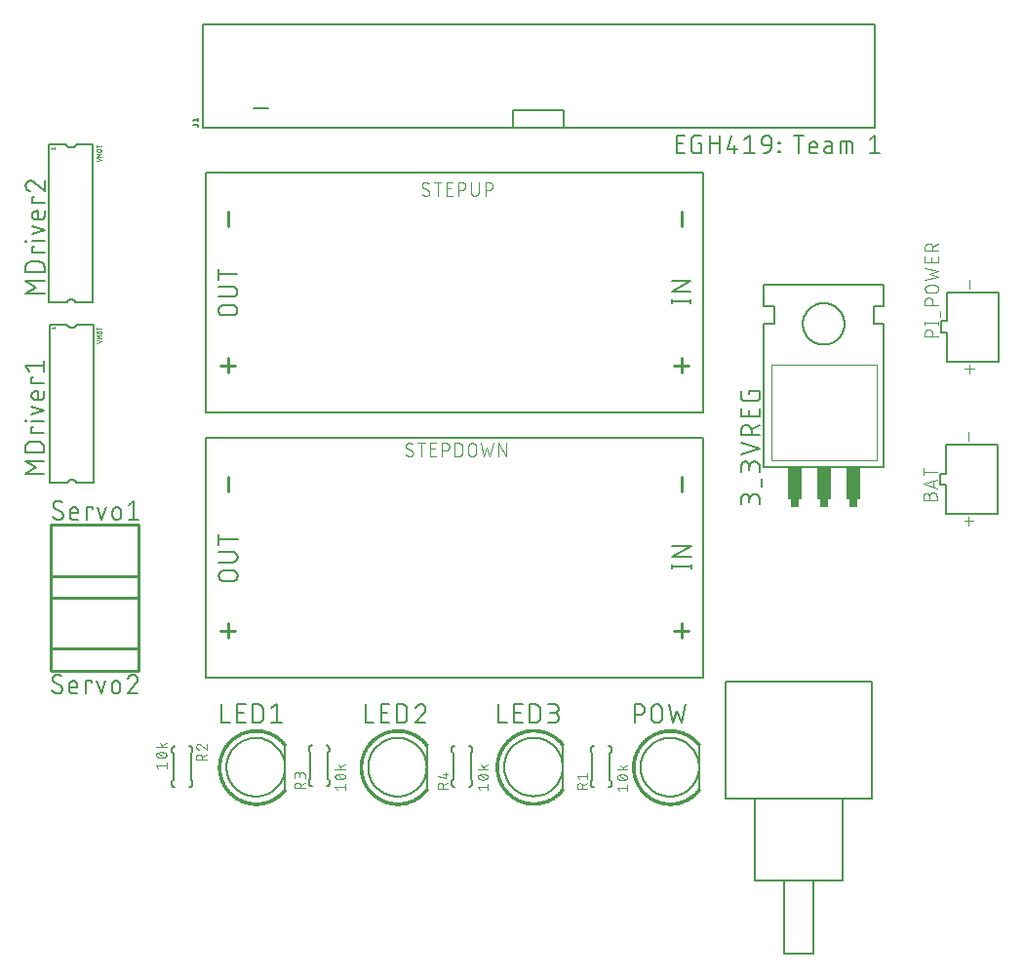
<source format=gbr>
G04 EAGLE Gerber RS-274X export*
G75*
%MOMM*%
%FSLAX34Y34*%
%LPD*%
%INSilkscreen Top*%
%IPPOS*%
%AMOC8*
5,1,8,0,0,1.08239X$1,22.5*%
G01*
%ADD10C,0.152400*%
%ADD11C,0.127000*%
%ADD12C,0.025400*%
%ADD13C,0.101600*%
%ADD14C,0.203200*%
%ADD15C,0.254000*%
%ADD16C,0.050800*%
%ADD17R,0.762000X0.635000*%
%ADD18R,1.270000X2.794000*%
%ADD19C,0.177800*%


D10*
X388262Y397018D02*
X388262Y380762D01*
X395487Y380762D01*
X401809Y380762D02*
X409034Y380762D01*
X401809Y380762D02*
X401809Y397018D01*
X409034Y397018D01*
X407228Y389793D02*
X401809Y389793D01*
X415326Y397018D02*
X415326Y380762D01*
X415326Y397018D02*
X419842Y397018D01*
X419973Y397016D01*
X420105Y397010D01*
X420236Y397001D01*
X420366Y396987D01*
X420497Y396970D01*
X420626Y396949D01*
X420755Y396925D01*
X420883Y396896D01*
X421011Y396864D01*
X421137Y396828D01*
X421262Y396789D01*
X421387Y396746D01*
X421509Y396699D01*
X421631Y396649D01*
X421751Y396595D01*
X421869Y396538D01*
X421985Y396477D01*
X422100Y396413D01*
X422213Y396346D01*
X422324Y396275D01*
X422432Y396201D01*
X422539Y396124D01*
X422643Y396044D01*
X422745Y395961D01*
X422844Y395876D01*
X422941Y395787D01*
X423035Y395695D01*
X423127Y395601D01*
X423216Y395504D01*
X423301Y395405D01*
X423384Y395303D01*
X423464Y395199D01*
X423541Y395092D01*
X423615Y394984D01*
X423686Y394873D01*
X423753Y394760D01*
X423817Y394645D01*
X423878Y394529D01*
X423935Y394411D01*
X423989Y394291D01*
X424039Y394169D01*
X424086Y394047D01*
X424129Y393922D01*
X424168Y393797D01*
X424204Y393671D01*
X424236Y393543D01*
X424265Y393415D01*
X424289Y393286D01*
X424310Y393157D01*
X424327Y393026D01*
X424341Y392896D01*
X424350Y392765D01*
X424356Y392633D01*
X424358Y392502D01*
X424357Y392502D02*
X424357Y385278D01*
X424358Y385278D02*
X424356Y385147D01*
X424350Y385015D01*
X424341Y384884D01*
X424327Y384754D01*
X424310Y384623D01*
X424289Y384494D01*
X424265Y384365D01*
X424236Y384237D01*
X424204Y384109D01*
X424168Y383983D01*
X424129Y383858D01*
X424086Y383733D01*
X424039Y383611D01*
X423989Y383489D01*
X423935Y383369D01*
X423878Y383251D01*
X423817Y383135D01*
X423753Y383020D01*
X423686Y382907D01*
X423615Y382796D01*
X423541Y382688D01*
X423464Y382581D01*
X423384Y382477D01*
X423301Y382375D01*
X423216Y382276D01*
X423127Y382179D01*
X423035Y382085D01*
X422941Y381993D01*
X422844Y381904D01*
X422745Y381819D01*
X422643Y381736D01*
X422539Y381656D01*
X422432Y381579D01*
X422324Y381505D01*
X422213Y381434D01*
X422100Y381367D01*
X421985Y381303D01*
X421869Y381242D01*
X421751Y381185D01*
X421631Y381131D01*
X421509Y381081D01*
X421387Y381034D01*
X421262Y380991D01*
X421137Y380952D01*
X421011Y380916D01*
X420883Y380884D01*
X420755Y380855D01*
X420626Y380831D01*
X420496Y380810D01*
X420366Y380793D01*
X420236Y380779D01*
X420105Y380770D01*
X419973Y380764D01*
X419842Y380762D01*
X415326Y380762D01*
X431479Y393406D02*
X435994Y397018D01*
X435994Y380762D01*
X431479Y380762D02*
X440510Y380762D01*
X513262Y380762D02*
X513262Y397018D01*
X513262Y380762D02*
X520487Y380762D01*
X526809Y380762D02*
X534034Y380762D01*
X526809Y380762D02*
X526809Y397018D01*
X534034Y397018D01*
X532228Y389793D02*
X526809Y389793D01*
X540326Y397018D02*
X540326Y380762D01*
X540326Y397018D02*
X544842Y397018D01*
X544973Y397016D01*
X545105Y397010D01*
X545236Y397001D01*
X545366Y396987D01*
X545497Y396970D01*
X545626Y396949D01*
X545755Y396925D01*
X545883Y396896D01*
X546011Y396864D01*
X546137Y396828D01*
X546262Y396789D01*
X546387Y396746D01*
X546509Y396699D01*
X546631Y396649D01*
X546751Y396595D01*
X546869Y396538D01*
X546985Y396477D01*
X547100Y396413D01*
X547213Y396346D01*
X547324Y396275D01*
X547432Y396201D01*
X547539Y396124D01*
X547643Y396044D01*
X547745Y395961D01*
X547844Y395876D01*
X547941Y395787D01*
X548035Y395695D01*
X548127Y395601D01*
X548216Y395504D01*
X548301Y395405D01*
X548384Y395303D01*
X548464Y395199D01*
X548541Y395092D01*
X548615Y394984D01*
X548686Y394873D01*
X548753Y394760D01*
X548817Y394645D01*
X548878Y394529D01*
X548935Y394411D01*
X548989Y394291D01*
X549039Y394169D01*
X549086Y394047D01*
X549129Y393922D01*
X549168Y393797D01*
X549204Y393671D01*
X549236Y393543D01*
X549265Y393415D01*
X549289Y393286D01*
X549310Y393157D01*
X549327Y393026D01*
X549341Y392896D01*
X549350Y392765D01*
X549356Y392633D01*
X549358Y392502D01*
X549357Y392502D02*
X549357Y385278D01*
X549358Y385278D02*
X549356Y385147D01*
X549350Y385015D01*
X549341Y384884D01*
X549327Y384754D01*
X549310Y384623D01*
X549289Y384494D01*
X549265Y384365D01*
X549236Y384237D01*
X549204Y384109D01*
X549168Y383983D01*
X549129Y383858D01*
X549086Y383733D01*
X549039Y383611D01*
X548989Y383489D01*
X548935Y383369D01*
X548878Y383251D01*
X548817Y383135D01*
X548753Y383020D01*
X548686Y382907D01*
X548615Y382796D01*
X548541Y382688D01*
X548464Y382581D01*
X548384Y382477D01*
X548301Y382375D01*
X548216Y382276D01*
X548127Y382179D01*
X548035Y382085D01*
X547941Y381993D01*
X547844Y381904D01*
X547745Y381819D01*
X547643Y381736D01*
X547539Y381656D01*
X547432Y381579D01*
X547324Y381505D01*
X547213Y381434D01*
X547100Y381367D01*
X546985Y381303D01*
X546869Y381242D01*
X546751Y381185D01*
X546631Y381131D01*
X546509Y381081D01*
X546387Y381034D01*
X546262Y380991D01*
X546137Y380952D01*
X546011Y380916D01*
X545883Y380884D01*
X545755Y380855D01*
X545626Y380831D01*
X545496Y380810D01*
X545366Y380793D01*
X545236Y380779D01*
X545105Y380770D01*
X544973Y380764D01*
X544842Y380762D01*
X540326Y380762D01*
X561446Y397018D02*
X561571Y397016D01*
X561696Y397010D01*
X561821Y397001D01*
X561945Y396987D01*
X562069Y396970D01*
X562193Y396949D01*
X562315Y396924D01*
X562437Y396895D01*
X562558Y396863D01*
X562678Y396827D01*
X562797Y396787D01*
X562914Y396744D01*
X563030Y396697D01*
X563145Y396646D01*
X563257Y396592D01*
X563369Y396534D01*
X563478Y396474D01*
X563585Y396409D01*
X563691Y396342D01*
X563794Y396271D01*
X563895Y396197D01*
X563994Y396120D01*
X564090Y396040D01*
X564184Y395957D01*
X564275Y395872D01*
X564364Y395783D01*
X564449Y395692D01*
X564532Y395598D01*
X564612Y395502D01*
X564689Y395403D01*
X564763Y395302D01*
X564834Y395199D01*
X564901Y395093D01*
X564966Y394986D01*
X565026Y394877D01*
X565084Y394765D01*
X565138Y394653D01*
X565189Y394538D01*
X565236Y394422D01*
X565279Y394305D01*
X565319Y394186D01*
X565355Y394066D01*
X565387Y393945D01*
X565416Y393823D01*
X565441Y393701D01*
X565462Y393577D01*
X565479Y393453D01*
X565493Y393329D01*
X565502Y393204D01*
X565508Y393079D01*
X565510Y392954D01*
X561446Y397018D02*
X561303Y397016D01*
X561161Y397010D01*
X561018Y397000D01*
X560876Y396987D01*
X560735Y396969D01*
X560593Y396948D01*
X560453Y396923D01*
X560313Y396894D01*
X560174Y396861D01*
X560036Y396824D01*
X559899Y396784D01*
X559764Y396740D01*
X559629Y396692D01*
X559496Y396640D01*
X559364Y396585D01*
X559234Y396526D01*
X559106Y396464D01*
X558979Y396398D01*
X558854Y396329D01*
X558731Y396257D01*
X558611Y396181D01*
X558492Y396102D01*
X558375Y396019D01*
X558261Y395934D01*
X558149Y395845D01*
X558040Y395754D01*
X557933Y395659D01*
X557828Y395562D01*
X557727Y395461D01*
X557628Y395358D01*
X557532Y395253D01*
X557439Y395144D01*
X557349Y395033D01*
X557262Y394920D01*
X557178Y394805D01*
X557098Y394687D01*
X557020Y394567D01*
X556946Y394445D01*
X556876Y394321D01*
X556808Y394195D01*
X556745Y394067D01*
X556684Y393938D01*
X556627Y393807D01*
X556574Y393675D01*
X556525Y393541D01*
X556479Y393406D01*
X564155Y389793D02*
X564249Y389885D01*
X564339Y389979D01*
X564427Y390076D01*
X564512Y390176D01*
X564594Y390278D01*
X564673Y390383D01*
X564748Y390490D01*
X564820Y390599D01*
X564889Y390710D01*
X564955Y390824D01*
X565017Y390939D01*
X565076Y391056D01*
X565131Y391175D01*
X565182Y391295D01*
X565230Y391417D01*
X565275Y391540D01*
X565315Y391664D01*
X565352Y391790D01*
X565385Y391917D01*
X565414Y392044D01*
X565440Y392173D01*
X565461Y392302D01*
X565479Y392432D01*
X565492Y392562D01*
X565502Y392692D01*
X565508Y392823D01*
X565510Y392954D01*
X564155Y389793D02*
X556479Y380762D01*
X565510Y380762D01*
X628762Y380762D02*
X628762Y397018D01*
X628762Y380762D02*
X635987Y380762D01*
X642309Y380762D02*
X649534Y380762D01*
X642309Y380762D02*
X642309Y397018D01*
X649534Y397018D01*
X647728Y389793D02*
X642309Y389793D01*
X655826Y397018D02*
X655826Y380762D01*
X655826Y397018D02*
X660342Y397018D01*
X660473Y397016D01*
X660605Y397010D01*
X660736Y397001D01*
X660866Y396987D01*
X660997Y396970D01*
X661126Y396949D01*
X661255Y396925D01*
X661383Y396896D01*
X661511Y396864D01*
X661637Y396828D01*
X661762Y396789D01*
X661887Y396746D01*
X662009Y396699D01*
X662131Y396649D01*
X662251Y396595D01*
X662369Y396538D01*
X662485Y396477D01*
X662600Y396413D01*
X662713Y396346D01*
X662824Y396275D01*
X662932Y396201D01*
X663039Y396124D01*
X663143Y396044D01*
X663245Y395961D01*
X663344Y395876D01*
X663441Y395787D01*
X663535Y395695D01*
X663627Y395601D01*
X663716Y395504D01*
X663801Y395405D01*
X663884Y395303D01*
X663964Y395199D01*
X664041Y395092D01*
X664115Y394984D01*
X664186Y394873D01*
X664253Y394760D01*
X664317Y394645D01*
X664378Y394529D01*
X664435Y394411D01*
X664489Y394291D01*
X664539Y394169D01*
X664586Y394047D01*
X664629Y393922D01*
X664668Y393797D01*
X664704Y393671D01*
X664736Y393543D01*
X664765Y393415D01*
X664789Y393286D01*
X664810Y393157D01*
X664827Y393026D01*
X664841Y392896D01*
X664850Y392765D01*
X664856Y392633D01*
X664858Y392502D01*
X664857Y392502D02*
X664857Y385278D01*
X664858Y385278D02*
X664856Y385147D01*
X664850Y385015D01*
X664841Y384884D01*
X664827Y384754D01*
X664810Y384623D01*
X664789Y384494D01*
X664765Y384365D01*
X664736Y384237D01*
X664704Y384109D01*
X664668Y383983D01*
X664629Y383858D01*
X664586Y383733D01*
X664539Y383611D01*
X664489Y383489D01*
X664435Y383369D01*
X664378Y383251D01*
X664317Y383135D01*
X664253Y383020D01*
X664186Y382907D01*
X664115Y382796D01*
X664041Y382688D01*
X663964Y382581D01*
X663884Y382477D01*
X663801Y382375D01*
X663716Y382276D01*
X663627Y382179D01*
X663535Y382085D01*
X663441Y381993D01*
X663344Y381904D01*
X663245Y381819D01*
X663143Y381736D01*
X663039Y381656D01*
X662932Y381579D01*
X662824Y381505D01*
X662713Y381434D01*
X662600Y381367D01*
X662485Y381303D01*
X662369Y381242D01*
X662251Y381185D01*
X662131Y381131D01*
X662009Y381081D01*
X661887Y381034D01*
X661762Y380991D01*
X661637Y380952D01*
X661511Y380916D01*
X661383Y380884D01*
X661255Y380855D01*
X661126Y380831D01*
X660996Y380810D01*
X660866Y380793D01*
X660736Y380779D01*
X660605Y380770D01*
X660473Y380764D01*
X660342Y380762D01*
X655826Y380762D01*
X671979Y380762D02*
X676494Y380762D01*
X676627Y380764D01*
X676759Y380770D01*
X676891Y380780D01*
X677023Y380793D01*
X677155Y380811D01*
X677285Y380832D01*
X677416Y380857D01*
X677545Y380886D01*
X677673Y380919D01*
X677801Y380955D01*
X677927Y380995D01*
X678052Y381039D01*
X678176Y381087D01*
X678298Y381138D01*
X678419Y381193D01*
X678538Y381251D01*
X678656Y381313D01*
X678771Y381378D01*
X678885Y381447D01*
X678996Y381518D01*
X679105Y381594D01*
X679212Y381672D01*
X679317Y381753D01*
X679419Y381838D01*
X679519Y381925D01*
X679616Y382015D01*
X679711Y382108D01*
X679802Y382204D01*
X679891Y382302D01*
X679977Y382403D01*
X680060Y382507D01*
X680140Y382613D01*
X680216Y382721D01*
X680290Y382831D01*
X680360Y382944D01*
X680427Y383058D01*
X680490Y383175D01*
X680550Y383293D01*
X680607Y383413D01*
X680660Y383535D01*
X680709Y383658D01*
X680755Y383782D01*
X680797Y383908D01*
X680835Y384035D01*
X680870Y384163D01*
X680901Y384292D01*
X680928Y384421D01*
X680951Y384552D01*
X680971Y384683D01*
X680986Y384815D01*
X680998Y384947D01*
X681006Y385079D01*
X681010Y385212D01*
X681010Y385344D01*
X681006Y385477D01*
X680998Y385609D01*
X680986Y385741D01*
X680971Y385873D01*
X680951Y386004D01*
X680928Y386135D01*
X680901Y386264D01*
X680870Y386393D01*
X680835Y386521D01*
X680797Y386648D01*
X680755Y386774D01*
X680709Y386898D01*
X680660Y387021D01*
X680607Y387143D01*
X680550Y387263D01*
X680490Y387381D01*
X680427Y387498D01*
X680360Y387612D01*
X680290Y387725D01*
X680216Y387835D01*
X680140Y387943D01*
X680060Y388049D01*
X679977Y388153D01*
X679891Y388254D01*
X679802Y388352D01*
X679711Y388448D01*
X679616Y388541D01*
X679519Y388631D01*
X679419Y388718D01*
X679317Y388803D01*
X679212Y388884D01*
X679105Y388962D01*
X678996Y389038D01*
X678885Y389109D01*
X678771Y389178D01*
X678656Y389243D01*
X678538Y389305D01*
X678419Y389363D01*
X678298Y389418D01*
X678176Y389469D01*
X678052Y389517D01*
X677927Y389561D01*
X677801Y389601D01*
X677673Y389637D01*
X677545Y389670D01*
X677416Y389699D01*
X677285Y389724D01*
X677155Y389745D01*
X677023Y389763D01*
X676891Y389776D01*
X676759Y389786D01*
X676627Y389792D01*
X676494Y389794D01*
X677397Y397018D02*
X671979Y397018D01*
X677397Y397018D02*
X677516Y397016D01*
X677636Y397010D01*
X677755Y397000D01*
X677873Y396986D01*
X677992Y396969D01*
X678109Y396947D01*
X678226Y396922D01*
X678341Y396892D01*
X678456Y396859D01*
X678570Y396822D01*
X678682Y396782D01*
X678793Y396737D01*
X678902Y396689D01*
X679010Y396638D01*
X679116Y396583D01*
X679220Y396524D01*
X679322Y396462D01*
X679422Y396397D01*
X679520Y396328D01*
X679616Y396256D01*
X679709Y396181D01*
X679799Y396104D01*
X679887Y396023D01*
X679972Y395939D01*
X680054Y395852D01*
X680134Y395763D01*
X680210Y395671D01*
X680284Y395577D01*
X680354Y395480D01*
X680421Y395382D01*
X680485Y395281D01*
X680545Y395177D01*
X680602Y395072D01*
X680655Y394965D01*
X680705Y394857D01*
X680751Y394747D01*
X680793Y394635D01*
X680832Y394522D01*
X680867Y394408D01*
X680898Y394293D01*
X680926Y394176D01*
X680949Y394059D01*
X680969Y393942D01*
X680985Y393823D01*
X680997Y393704D01*
X681005Y393585D01*
X681009Y393466D01*
X681009Y393346D01*
X681005Y393227D01*
X680997Y393108D01*
X680985Y392989D01*
X680969Y392870D01*
X680949Y392753D01*
X680926Y392636D01*
X680898Y392519D01*
X680867Y392404D01*
X680832Y392290D01*
X680793Y392177D01*
X680751Y392065D01*
X680705Y391955D01*
X680655Y391847D01*
X680602Y391740D01*
X680545Y391635D01*
X680485Y391531D01*
X680421Y391430D01*
X680354Y391332D01*
X680284Y391235D01*
X680210Y391141D01*
X680134Y391049D01*
X680054Y390960D01*
X679972Y390873D01*
X679887Y390789D01*
X679799Y390708D01*
X679709Y390631D01*
X679616Y390556D01*
X679520Y390484D01*
X679422Y390415D01*
X679322Y390350D01*
X679220Y390288D01*
X679116Y390229D01*
X679010Y390174D01*
X678902Y390123D01*
X678793Y390075D01*
X678682Y390030D01*
X678570Y389990D01*
X678456Y389953D01*
X678341Y389920D01*
X678226Y389890D01*
X678109Y389865D01*
X677992Y389843D01*
X677873Y389826D01*
X677755Y389812D01*
X677636Y389802D01*
X677516Y389796D01*
X677397Y389794D01*
X677397Y389793D02*
X673785Y389793D01*
X250793Y560874D02*
X250791Y560756D01*
X250785Y560638D01*
X250776Y560520D01*
X250762Y560403D01*
X250745Y560286D01*
X250724Y560169D01*
X250699Y560054D01*
X250670Y559939D01*
X250637Y559825D01*
X250601Y559713D01*
X250561Y559602D01*
X250518Y559492D01*
X250471Y559383D01*
X250421Y559276D01*
X250366Y559171D01*
X250309Y559068D01*
X250248Y558967D01*
X250184Y558867D01*
X250117Y558770D01*
X250047Y558675D01*
X249973Y558583D01*
X249897Y558492D01*
X249817Y558405D01*
X249735Y558320D01*
X249650Y558238D01*
X249563Y558158D01*
X249472Y558082D01*
X249380Y558008D01*
X249285Y557938D01*
X249188Y557871D01*
X249088Y557807D01*
X248987Y557746D01*
X248884Y557689D01*
X248779Y557634D01*
X248672Y557584D01*
X248563Y557537D01*
X248453Y557494D01*
X248342Y557454D01*
X248230Y557418D01*
X248116Y557385D01*
X248001Y557356D01*
X247886Y557331D01*
X247769Y557310D01*
X247652Y557293D01*
X247535Y557279D01*
X247417Y557270D01*
X247299Y557264D01*
X247181Y557262D01*
X246998Y557264D01*
X246816Y557271D01*
X246634Y557282D01*
X246452Y557297D01*
X246270Y557317D01*
X246089Y557340D01*
X245909Y557369D01*
X245729Y557401D01*
X245550Y557438D01*
X245373Y557479D01*
X245196Y557525D01*
X245020Y557574D01*
X244846Y557628D01*
X244672Y557686D01*
X244501Y557748D01*
X244331Y557814D01*
X244162Y557885D01*
X243995Y557959D01*
X243830Y558037D01*
X243667Y558119D01*
X243506Y558205D01*
X243347Y558295D01*
X243190Y558389D01*
X243036Y558486D01*
X242884Y558587D01*
X242734Y558692D01*
X242587Y558800D01*
X242443Y558911D01*
X242301Y559026D01*
X242162Y559145D01*
X242026Y559267D01*
X241893Y559392D01*
X241763Y559520D01*
X242214Y569906D02*
X242216Y570024D01*
X242222Y570142D01*
X242231Y570260D01*
X242245Y570377D01*
X242262Y570494D01*
X242283Y570611D01*
X242308Y570726D01*
X242337Y570841D01*
X242370Y570955D01*
X242406Y571067D01*
X242446Y571178D01*
X242489Y571288D01*
X242536Y571397D01*
X242586Y571504D01*
X242641Y571609D01*
X242698Y571712D01*
X242759Y571813D01*
X242823Y571913D01*
X242890Y572010D01*
X242960Y572105D01*
X243034Y572197D01*
X243110Y572288D01*
X243190Y572375D01*
X243272Y572460D01*
X243357Y572542D01*
X243444Y572622D01*
X243535Y572698D01*
X243627Y572772D01*
X243722Y572842D01*
X243819Y572909D01*
X243919Y572973D01*
X244020Y573034D01*
X244123Y573092D01*
X244228Y573146D01*
X244335Y573196D01*
X244444Y573243D01*
X244554Y573287D01*
X244665Y573326D01*
X244778Y573362D01*
X244891Y573395D01*
X245006Y573424D01*
X245121Y573449D01*
X245238Y573470D01*
X245355Y573487D01*
X245472Y573501D01*
X245590Y573510D01*
X245708Y573516D01*
X245826Y573518D01*
X245987Y573516D01*
X246149Y573510D01*
X246310Y573501D01*
X246471Y573487D01*
X246631Y573470D01*
X246791Y573449D01*
X246951Y573424D01*
X247110Y573395D01*
X247268Y573363D01*
X247425Y573327D01*
X247581Y573287D01*
X247737Y573243D01*
X247891Y573195D01*
X248044Y573144D01*
X248196Y573090D01*
X248347Y573031D01*
X248496Y572970D01*
X248643Y572904D01*
X248789Y572835D01*
X248934Y572763D01*
X249076Y572687D01*
X249217Y572608D01*
X249356Y572526D01*
X249492Y572440D01*
X249627Y572351D01*
X249760Y572259D01*
X249890Y572163D01*
X244019Y566745D02*
X243918Y566807D01*
X243818Y566872D01*
X243721Y566941D01*
X243626Y567013D01*
X243533Y567087D01*
X243443Y567165D01*
X243355Y567246D01*
X243270Y567329D01*
X243188Y567415D01*
X243109Y567504D01*
X243032Y567595D01*
X242959Y567689D01*
X242888Y567785D01*
X242821Y567883D01*
X242757Y567983D01*
X242696Y568086D01*
X242639Y568190D01*
X242585Y568296D01*
X242535Y568404D01*
X242488Y568513D01*
X242444Y568624D01*
X242404Y568736D01*
X242368Y568850D01*
X242336Y568964D01*
X242307Y569080D01*
X242282Y569196D01*
X242261Y569313D01*
X242244Y569431D01*
X242230Y569549D01*
X242221Y569668D01*
X242215Y569787D01*
X242213Y569906D01*
X248987Y564035D02*
X249088Y563973D01*
X249188Y563908D01*
X249285Y563839D01*
X249380Y563767D01*
X249473Y563693D01*
X249563Y563615D01*
X249651Y563534D01*
X249736Y563451D01*
X249818Y563365D01*
X249897Y563276D01*
X249974Y563185D01*
X250047Y563091D01*
X250118Y562995D01*
X250185Y562897D01*
X250249Y562797D01*
X250310Y562694D01*
X250367Y562590D01*
X250421Y562484D01*
X250471Y562376D01*
X250518Y562267D01*
X250562Y562156D01*
X250602Y562044D01*
X250638Y561930D01*
X250670Y561816D01*
X250699Y561700D01*
X250724Y561584D01*
X250745Y561467D01*
X250762Y561349D01*
X250776Y561231D01*
X250785Y561112D01*
X250791Y560993D01*
X250793Y560874D01*
X248987Y564035D02*
X244020Y566745D01*
X259443Y557262D02*
X263958Y557262D01*
X259443Y557262D02*
X259342Y557264D01*
X259241Y557270D01*
X259140Y557279D01*
X259039Y557292D01*
X258939Y557309D01*
X258840Y557330D01*
X258742Y557354D01*
X258645Y557382D01*
X258548Y557414D01*
X258453Y557449D01*
X258360Y557488D01*
X258268Y557530D01*
X258177Y557576D01*
X258089Y557625D01*
X258002Y557677D01*
X257917Y557733D01*
X257834Y557791D01*
X257754Y557853D01*
X257676Y557918D01*
X257600Y557985D01*
X257527Y558055D01*
X257457Y558128D01*
X257390Y558204D01*
X257325Y558282D01*
X257263Y558362D01*
X257205Y558445D01*
X257149Y558530D01*
X257097Y558617D01*
X257048Y558705D01*
X257002Y558796D01*
X256960Y558888D01*
X256921Y558981D01*
X256886Y559076D01*
X256854Y559173D01*
X256826Y559270D01*
X256802Y559368D01*
X256781Y559467D01*
X256764Y559567D01*
X256751Y559668D01*
X256742Y559769D01*
X256736Y559870D01*
X256734Y559971D01*
X256733Y559971D02*
X256733Y564487D01*
X256734Y564487D02*
X256736Y564606D01*
X256742Y564726D01*
X256752Y564845D01*
X256766Y564963D01*
X256783Y565082D01*
X256805Y565199D01*
X256830Y565316D01*
X256860Y565431D01*
X256893Y565546D01*
X256930Y565660D01*
X256970Y565772D01*
X257015Y565883D01*
X257063Y565992D01*
X257114Y566100D01*
X257169Y566206D01*
X257228Y566310D01*
X257290Y566412D01*
X257355Y566512D01*
X257424Y566610D01*
X257496Y566706D01*
X257571Y566799D01*
X257648Y566889D01*
X257729Y566977D01*
X257813Y567062D01*
X257900Y567144D01*
X257989Y567224D01*
X258081Y567300D01*
X258175Y567374D01*
X258272Y567444D01*
X258370Y567511D01*
X258471Y567575D01*
X258575Y567635D01*
X258680Y567692D01*
X258787Y567745D01*
X258895Y567795D01*
X259005Y567841D01*
X259117Y567883D01*
X259230Y567922D01*
X259344Y567957D01*
X259459Y567988D01*
X259576Y568016D01*
X259693Y568039D01*
X259810Y568059D01*
X259929Y568075D01*
X260048Y568087D01*
X260167Y568095D01*
X260286Y568099D01*
X260406Y568099D01*
X260525Y568095D01*
X260644Y568087D01*
X260763Y568075D01*
X260882Y568059D01*
X260999Y568039D01*
X261116Y568016D01*
X261233Y567988D01*
X261348Y567957D01*
X261462Y567922D01*
X261575Y567883D01*
X261687Y567841D01*
X261797Y567795D01*
X261905Y567745D01*
X262012Y567692D01*
X262117Y567635D01*
X262221Y567575D01*
X262322Y567511D01*
X262420Y567444D01*
X262517Y567374D01*
X262611Y567300D01*
X262703Y567224D01*
X262792Y567144D01*
X262879Y567062D01*
X262963Y566977D01*
X263044Y566889D01*
X263121Y566799D01*
X263196Y566706D01*
X263268Y566610D01*
X263337Y566512D01*
X263402Y566412D01*
X263464Y566310D01*
X263523Y566206D01*
X263578Y566100D01*
X263629Y565992D01*
X263677Y565883D01*
X263722Y565772D01*
X263762Y565660D01*
X263799Y565546D01*
X263832Y565431D01*
X263862Y565316D01*
X263887Y565199D01*
X263909Y565082D01*
X263926Y564963D01*
X263940Y564845D01*
X263950Y564726D01*
X263956Y564606D01*
X263958Y564487D01*
X263958Y562681D01*
X256733Y562681D01*
X270886Y557262D02*
X270886Y568099D01*
X276305Y568099D01*
X276305Y566293D01*
X280701Y568099D02*
X284314Y557262D01*
X287926Y568099D01*
X293727Y564487D02*
X293727Y560874D01*
X293728Y564487D02*
X293730Y564606D01*
X293736Y564726D01*
X293746Y564845D01*
X293760Y564963D01*
X293777Y565082D01*
X293799Y565199D01*
X293824Y565316D01*
X293854Y565431D01*
X293887Y565546D01*
X293924Y565660D01*
X293964Y565772D01*
X294009Y565883D01*
X294057Y565992D01*
X294108Y566100D01*
X294163Y566206D01*
X294222Y566310D01*
X294284Y566412D01*
X294349Y566512D01*
X294418Y566610D01*
X294490Y566706D01*
X294565Y566799D01*
X294642Y566889D01*
X294723Y566977D01*
X294807Y567062D01*
X294894Y567144D01*
X294983Y567224D01*
X295075Y567300D01*
X295169Y567374D01*
X295266Y567444D01*
X295364Y567511D01*
X295465Y567575D01*
X295569Y567635D01*
X295674Y567692D01*
X295781Y567745D01*
X295889Y567795D01*
X295999Y567841D01*
X296111Y567883D01*
X296224Y567922D01*
X296338Y567957D01*
X296453Y567988D01*
X296570Y568016D01*
X296687Y568039D01*
X296804Y568059D01*
X296923Y568075D01*
X297042Y568087D01*
X297161Y568095D01*
X297280Y568099D01*
X297400Y568099D01*
X297519Y568095D01*
X297638Y568087D01*
X297757Y568075D01*
X297876Y568059D01*
X297993Y568039D01*
X298110Y568016D01*
X298227Y567988D01*
X298342Y567957D01*
X298456Y567922D01*
X298569Y567883D01*
X298681Y567841D01*
X298791Y567795D01*
X298899Y567745D01*
X299006Y567692D01*
X299111Y567635D01*
X299215Y567575D01*
X299316Y567511D01*
X299414Y567444D01*
X299511Y567374D01*
X299605Y567300D01*
X299697Y567224D01*
X299786Y567144D01*
X299873Y567062D01*
X299957Y566977D01*
X300038Y566889D01*
X300115Y566799D01*
X300190Y566706D01*
X300262Y566610D01*
X300331Y566512D01*
X300396Y566412D01*
X300458Y566310D01*
X300517Y566206D01*
X300572Y566100D01*
X300623Y565992D01*
X300671Y565883D01*
X300716Y565772D01*
X300756Y565660D01*
X300793Y565546D01*
X300826Y565431D01*
X300856Y565316D01*
X300881Y565199D01*
X300903Y565082D01*
X300920Y564963D01*
X300934Y564845D01*
X300944Y564726D01*
X300950Y564606D01*
X300952Y564487D01*
X300952Y560874D01*
X300950Y560755D01*
X300944Y560635D01*
X300934Y560516D01*
X300920Y560398D01*
X300903Y560279D01*
X300881Y560162D01*
X300856Y560045D01*
X300826Y559930D01*
X300793Y559815D01*
X300756Y559701D01*
X300716Y559589D01*
X300671Y559478D01*
X300623Y559369D01*
X300572Y559261D01*
X300517Y559155D01*
X300458Y559051D01*
X300396Y558949D01*
X300331Y558849D01*
X300262Y558751D01*
X300190Y558655D01*
X300115Y558562D01*
X300038Y558472D01*
X299957Y558384D01*
X299873Y558299D01*
X299786Y558217D01*
X299697Y558137D01*
X299605Y558061D01*
X299511Y557987D01*
X299414Y557917D01*
X299316Y557850D01*
X299215Y557786D01*
X299111Y557726D01*
X299006Y557669D01*
X298899Y557616D01*
X298791Y557566D01*
X298681Y557520D01*
X298569Y557478D01*
X298456Y557439D01*
X298342Y557404D01*
X298227Y557373D01*
X298110Y557345D01*
X297993Y557322D01*
X297876Y557302D01*
X297757Y557286D01*
X297638Y557274D01*
X297519Y557266D01*
X297400Y557262D01*
X297280Y557262D01*
X297161Y557266D01*
X297042Y557274D01*
X296923Y557286D01*
X296804Y557302D01*
X296687Y557322D01*
X296570Y557345D01*
X296453Y557373D01*
X296338Y557404D01*
X296224Y557439D01*
X296111Y557478D01*
X295999Y557520D01*
X295889Y557566D01*
X295781Y557616D01*
X295674Y557669D01*
X295569Y557726D01*
X295465Y557786D01*
X295364Y557850D01*
X295266Y557917D01*
X295169Y557987D01*
X295075Y558061D01*
X294983Y558137D01*
X294894Y558217D01*
X294807Y558299D01*
X294723Y558384D01*
X294642Y558472D01*
X294565Y558562D01*
X294490Y558655D01*
X294418Y558751D01*
X294349Y558849D01*
X294284Y558949D01*
X294222Y559051D01*
X294163Y559155D01*
X294108Y559261D01*
X294057Y559369D01*
X294009Y559478D01*
X293964Y559589D01*
X293924Y559701D01*
X293887Y559815D01*
X293854Y559930D01*
X293824Y560045D01*
X293799Y560162D01*
X293777Y560279D01*
X293760Y560398D01*
X293746Y560516D01*
X293736Y560635D01*
X293730Y560755D01*
X293728Y560874D01*
X307413Y569906D02*
X311929Y573518D01*
X311929Y557262D01*
X316444Y557262D02*
X307413Y557262D01*
X250086Y410094D02*
X250084Y409976D01*
X250078Y409858D01*
X250069Y409740D01*
X250055Y409623D01*
X250038Y409506D01*
X250017Y409389D01*
X249992Y409274D01*
X249963Y409159D01*
X249930Y409045D01*
X249894Y408933D01*
X249854Y408822D01*
X249811Y408712D01*
X249764Y408603D01*
X249714Y408496D01*
X249659Y408391D01*
X249602Y408288D01*
X249541Y408187D01*
X249477Y408087D01*
X249410Y407990D01*
X249340Y407895D01*
X249266Y407803D01*
X249190Y407712D01*
X249110Y407625D01*
X249028Y407540D01*
X248943Y407458D01*
X248856Y407378D01*
X248765Y407302D01*
X248673Y407228D01*
X248578Y407158D01*
X248481Y407091D01*
X248381Y407027D01*
X248280Y406966D01*
X248177Y406909D01*
X248072Y406854D01*
X247965Y406804D01*
X247856Y406757D01*
X247746Y406714D01*
X247635Y406674D01*
X247523Y406638D01*
X247409Y406605D01*
X247294Y406576D01*
X247179Y406551D01*
X247062Y406530D01*
X246945Y406513D01*
X246828Y406499D01*
X246710Y406490D01*
X246592Y406484D01*
X246474Y406482D01*
X246291Y406484D01*
X246109Y406491D01*
X245927Y406502D01*
X245745Y406517D01*
X245563Y406537D01*
X245382Y406560D01*
X245202Y406589D01*
X245022Y406621D01*
X244843Y406658D01*
X244666Y406699D01*
X244489Y406745D01*
X244313Y406794D01*
X244139Y406848D01*
X243965Y406906D01*
X243794Y406968D01*
X243624Y407034D01*
X243455Y407105D01*
X243288Y407179D01*
X243123Y407257D01*
X242960Y407339D01*
X242799Y407425D01*
X242640Y407515D01*
X242483Y407609D01*
X242329Y407706D01*
X242177Y407807D01*
X242027Y407912D01*
X241880Y408020D01*
X241736Y408131D01*
X241594Y408246D01*
X241455Y408365D01*
X241319Y408487D01*
X241186Y408612D01*
X241056Y408740D01*
X241508Y419126D02*
X241510Y419244D01*
X241516Y419362D01*
X241525Y419480D01*
X241539Y419597D01*
X241556Y419714D01*
X241577Y419831D01*
X241602Y419946D01*
X241631Y420061D01*
X241664Y420175D01*
X241700Y420287D01*
X241740Y420398D01*
X241783Y420508D01*
X241830Y420617D01*
X241880Y420724D01*
X241935Y420829D01*
X241992Y420932D01*
X242053Y421033D01*
X242117Y421133D01*
X242184Y421230D01*
X242254Y421325D01*
X242328Y421417D01*
X242404Y421508D01*
X242484Y421595D01*
X242566Y421680D01*
X242651Y421762D01*
X242738Y421842D01*
X242829Y421918D01*
X242921Y421992D01*
X243016Y422062D01*
X243113Y422129D01*
X243213Y422193D01*
X243314Y422254D01*
X243417Y422312D01*
X243522Y422366D01*
X243629Y422416D01*
X243738Y422463D01*
X243848Y422507D01*
X243959Y422546D01*
X244072Y422582D01*
X244185Y422615D01*
X244300Y422644D01*
X244415Y422669D01*
X244532Y422690D01*
X244649Y422707D01*
X244766Y422721D01*
X244884Y422730D01*
X245002Y422736D01*
X245120Y422738D01*
X245281Y422736D01*
X245443Y422730D01*
X245604Y422721D01*
X245765Y422707D01*
X245925Y422690D01*
X246085Y422669D01*
X246245Y422644D01*
X246404Y422615D01*
X246562Y422583D01*
X246719Y422547D01*
X246875Y422507D01*
X247031Y422463D01*
X247185Y422415D01*
X247338Y422364D01*
X247490Y422310D01*
X247641Y422251D01*
X247790Y422190D01*
X247937Y422124D01*
X248083Y422055D01*
X248228Y421983D01*
X248370Y421907D01*
X248511Y421828D01*
X248650Y421746D01*
X248786Y421660D01*
X248921Y421571D01*
X249054Y421479D01*
X249184Y421383D01*
X243313Y415965D02*
X243212Y416027D01*
X243112Y416092D01*
X243015Y416161D01*
X242920Y416233D01*
X242827Y416307D01*
X242737Y416385D01*
X242649Y416466D01*
X242564Y416549D01*
X242482Y416635D01*
X242403Y416724D01*
X242326Y416815D01*
X242253Y416909D01*
X242182Y417005D01*
X242115Y417103D01*
X242051Y417203D01*
X241990Y417306D01*
X241933Y417410D01*
X241879Y417516D01*
X241829Y417624D01*
X241782Y417733D01*
X241738Y417844D01*
X241698Y417956D01*
X241662Y418070D01*
X241630Y418184D01*
X241601Y418300D01*
X241576Y418416D01*
X241555Y418533D01*
X241538Y418651D01*
X241524Y418769D01*
X241515Y418888D01*
X241509Y419007D01*
X241507Y419126D01*
X248281Y413255D02*
X248382Y413193D01*
X248482Y413128D01*
X248579Y413059D01*
X248674Y412987D01*
X248767Y412913D01*
X248857Y412835D01*
X248945Y412754D01*
X249030Y412671D01*
X249112Y412585D01*
X249191Y412496D01*
X249268Y412405D01*
X249341Y412311D01*
X249412Y412215D01*
X249479Y412117D01*
X249543Y412017D01*
X249604Y411914D01*
X249661Y411810D01*
X249715Y411704D01*
X249765Y411596D01*
X249812Y411487D01*
X249856Y411376D01*
X249896Y411264D01*
X249932Y411150D01*
X249964Y411036D01*
X249993Y410920D01*
X250018Y410804D01*
X250039Y410687D01*
X250056Y410569D01*
X250070Y410451D01*
X250079Y410332D01*
X250085Y410213D01*
X250087Y410094D01*
X248281Y413255D02*
X243314Y415965D01*
X258736Y406482D02*
X263252Y406482D01*
X258736Y406482D02*
X258635Y406484D01*
X258534Y406490D01*
X258433Y406499D01*
X258332Y406512D01*
X258232Y406529D01*
X258133Y406550D01*
X258035Y406574D01*
X257938Y406602D01*
X257841Y406634D01*
X257746Y406669D01*
X257653Y406708D01*
X257561Y406750D01*
X257470Y406796D01*
X257382Y406845D01*
X257295Y406897D01*
X257210Y406953D01*
X257127Y407011D01*
X257047Y407073D01*
X256969Y407138D01*
X256893Y407205D01*
X256820Y407275D01*
X256750Y407348D01*
X256683Y407424D01*
X256618Y407502D01*
X256556Y407582D01*
X256498Y407665D01*
X256442Y407750D01*
X256390Y407837D01*
X256341Y407925D01*
X256295Y408016D01*
X256253Y408108D01*
X256214Y408201D01*
X256179Y408296D01*
X256147Y408393D01*
X256119Y408490D01*
X256095Y408588D01*
X256074Y408687D01*
X256057Y408787D01*
X256044Y408888D01*
X256035Y408989D01*
X256029Y409090D01*
X256027Y409191D01*
X256027Y413707D01*
X256029Y413826D01*
X256035Y413946D01*
X256045Y414065D01*
X256059Y414183D01*
X256076Y414302D01*
X256098Y414419D01*
X256123Y414536D01*
X256153Y414651D01*
X256186Y414766D01*
X256223Y414880D01*
X256263Y414992D01*
X256308Y415103D01*
X256356Y415212D01*
X256407Y415320D01*
X256462Y415426D01*
X256521Y415530D01*
X256583Y415632D01*
X256648Y415732D01*
X256717Y415830D01*
X256789Y415926D01*
X256864Y416019D01*
X256941Y416109D01*
X257022Y416197D01*
X257106Y416282D01*
X257193Y416364D01*
X257282Y416444D01*
X257374Y416520D01*
X257468Y416594D01*
X257565Y416664D01*
X257663Y416731D01*
X257764Y416795D01*
X257868Y416855D01*
X257973Y416912D01*
X258080Y416965D01*
X258188Y417015D01*
X258298Y417061D01*
X258410Y417103D01*
X258523Y417142D01*
X258637Y417177D01*
X258752Y417208D01*
X258869Y417236D01*
X258986Y417259D01*
X259103Y417279D01*
X259222Y417295D01*
X259341Y417307D01*
X259460Y417315D01*
X259579Y417319D01*
X259699Y417319D01*
X259818Y417315D01*
X259937Y417307D01*
X260056Y417295D01*
X260175Y417279D01*
X260292Y417259D01*
X260409Y417236D01*
X260526Y417208D01*
X260641Y417177D01*
X260755Y417142D01*
X260868Y417103D01*
X260980Y417061D01*
X261090Y417015D01*
X261198Y416965D01*
X261305Y416912D01*
X261410Y416855D01*
X261514Y416795D01*
X261615Y416731D01*
X261713Y416664D01*
X261810Y416594D01*
X261904Y416520D01*
X261996Y416444D01*
X262085Y416364D01*
X262172Y416282D01*
X262256Y416197D01*
X262337Y416109D01*
X262414Y416019D01*
X262489Y415926D01*
X262561Y415830D01*
X262630Y415732D01*
X262695Y415632D01*
X262757Y415530D01*
X262816Y415426D01*
X262871Y415320D01*
X262922Y415212D01*
X262970Y415103D01*
X263015Y414992D01*
X263055Y414880D01*
X263092Y414766D01*
X263125Y414651D01*
X263155Y414536D01*
X263180Y414419D01*
X263202Y414302D01*
X263219Y414183D01*
X263233Y414065D01*
X263243Y413946D01*
X263249Y413826D01*
X263251Y413707D01*
X263252Y413707D02*
X263252Y411901D01*
X256027Y411901D01*
X270180Y406482D02*
X270180Y417319D01*
X275599Y417319D01*
X275599Y415513D01*
X279995Y417319D02*
X283607Y406482D01*
X287220Y417319D01*
X293021Y413707D02*
X293021Y410094D01*
X293021Y413707D02*
X293023Y413826D01*
X293029Y413946D01*
X293039Y414065D01*
X293053Y414183D01*
X293070Y414302D01*
X293092Y414419D01*
X293117Y414536D01*
X293147Y414651D01*
X293180Y414766D01*
X293217Y414880D01*
X293257Y414992D01*
X293302Y415103D01*
X293350Y415212D01*
X293401Y415320D01*
X293456Y415426D01*
X293515Y415530D01*
X293577Y415632D01*
X293642Y415732D01*
X293711Y415830D01*
X293783Y415926D01*
X293858Y416019D01*
X293935Y416109D01*
X294016Y416197D01*
X294100Y416282D01*
X294187Y416364D01*
X294276Y416444D01*
X294368Y416520D01*
X294462Y416594D01*
X294559Y416664D01*
X294657Y416731D01*
X294758Y416795D01*
X294862Y416855D01*
X294967Y416912D01*
X295074Y416965D01*
X295182Y417015D01*
X295292Y417061D01*
X295404Y417103D01*
X295517Y417142D01*
X295631Y417177D01*
X295746Y417208D01*
X295863Y417236D01*
X295980Y417259D01*
X296097Y417279D01*
X296216Y417295D01*
X296335Y417307D01*
X296454Y417315D01*
X296573Y417319D01*
X296693Y417319D01*
X296812Y417315D01*
X296931Y417307D01*
X297050Y417295D01*
X297169Y417279D01*
X297286Y417259D01*
X297403Y417236D01*
X297520Y417208D01*
X297635Y417177D01*
X297749Y417142D01*
X297862Y417103D01*
X297974Y417061D01*
X298084Y417015D01*
X298192Y416965D01*
X298299Y416912D01*
X298404Y416855D01*
X298508Y416795D01*
X298609Y416731D01*
X298707Y416664D01*
X298804Y416594D01*
X298898Y416520D01*
X298990Y416444D01*
X299079Y416364D01*
X299166Y416282D01*
X299250Y416197D01*
X299331Y416109D01*
X299408Y416019D01*
X299483Y415926D01*
X299555Y415830D01*
X299624Y415732D01*
X299689Y415632D01*
X299751Y415530D01*
X299810Y415426D01*
X299865Y415320D01*
X299916Y415212D01*
X299964Y415103D01*
X300009Y414992D01*
X300049Y414880D01*
X300086Y414766D01*
X300119Y414651D01*
X300149Y414536D01*
X300174Y414419D01*
X300196Y414302D01*
X300213Y414183D01*
X300227Y414065D01*
X300237Y413946D01*
X300243Y413826D01*
X300245Y413707D01*
X300246Y413707D02*
X300246Y410094D01*
X300245Y410094D02*
X300243Y409975D01*
X300237Y409855D01*
X300227Y409736D01*
X300213Y409618D01*
X300196Y409499D01*
X300174Y409382D01*
X300149Y409265D01*
X300119Y409150D01*
X300086Y409035D01*
X300049Y408921D01*
X300009Y408809D01*
X299964Y408698D01*
X299916Y408589D01*
X299865Y408481D01*
X299810Y408375D01*
X299751Y408271D01*
X299689Y408169D01*
X299624Y408069D01*
X299555Y407971D01*
X299483Y407875D01*
X299408Y407782D01*
X299331Y407692D01*
X299250Y407604D01*
X299166Y407519D01*
X299079Y407437D01*
X298990Y407357D01*
X298898Y407281D01*
X298804Y407207D01*
X298707Y407137D01*
X298609Y407070D01*
X298508Y407006D01*
X298404Y406946D01*
X298299Y406889D01*
X298192Y406836D01*
X298084Y406786D01*
X297974Y406740D01*
X297862Y406698D01*
X297749Y406659D01*
X297635Y406624D01*
X297520Y406593D01*
X297403Y406565D01*
X297286Y406542D01*
X297169Y406522D01*
X297050Y406506D01*
X296931Y406494D01*
X296812Y406486D01*
X296693Y406482D01*
X296573Y406482D01*
X296454Y406486D01*
X296335Y406494D01*
X296216Y406506D01*
X296097Y406522D01*
X295980Y406542D01*
X295863Y406565D01*
X295746Y406593D01*
X295631Y406624D01*
X295517Y406659D01*
X295404Y406698D01*
X295292Y406740D01*
X295182Y406786D01*
X295074Y406836D01*
X294967Y406889D01*
X294862Y406946D01*
X294758Y407006D01*
X294657Y407070D01*
X294559Y407137D01*
X294462Y407207D01*
X294368Y407281D01*
X294276Y407357D01*
X294187Y407437D01*
X294100Y407519D01*
X294016Y407604D01*
X293935Y407692D01*
X293858Y407782D01*
X293783Y407875D01*
X293711Y407971D01*
X293642Y408069D01*
X293577Y408169D01*
X293515Y408271D01*
X293456Y408375D01*
X293401Y408481D01*
X293350Y408589D01*
X293302Y408698D01*
X293257Y408809D01*
X293217Y408921D01*
X293180Y409035D01*
X293147Y409150D01*
X293117Y409265D01*
X293092Y409382D01*
X293070Y409499D01*
X293053Y409618D01*
X293039Y409736D01*
X293029Y409855D01*
X293023Y409975D01*
X293021Y410094D01*
X311674Y422738D02*
X311799Y422736D01*
X311924Y422730D01*
X312049Y422721D01*
X312173Y422707D01*
X312297Y422690D01*
X312421Y422669D01*
X312543Y422644D01*
X312665Y422615D01*
X312786Y422583D01*
X312906Y422547D01*
X313025Y422507D01*
X313142Y422464D01*
X313258Y422417D01*
X313373Y422366D01*
X313485Y422312D01*
X313597Y422254D01*
X313706Y422194D01*
X313813Y422129D01*
X313919Y422062D01*
X314022Y421991D01*
X314123Y421917D01*
X314222Y421840D01*
X314318Y421760D01*
X314412Y421677D01*
X314503Y421592D01*
X314592Y421503D01*
X314677Y421412D01*
X314760Y421318D01*
X314840Y421222D01*
X314917Y421123D01*
X314991Y421022D01*
X315062Y420919D01*
X315129Y420813D01*
X315194Y420706D01*
X315254Y420597D01*
X315312Y420485D01*
X315366Y420373D01*
X315417Y420258D01*
X315464Y420142D01*
X315507Y420025D01*
X315547Y419906D01*
X315583Y419786D01*
X315615Y419665D01*
X315644Y419543D01*
X315669Y419421D01*
X315690Y419297D01*
X315707Y419173D01*
X315721Y419049D01*
X315730Y418924D01*
X315736Y418799D01*
X315738Y418674D01*
X311674Y422738D02*
X311531Y422736D01*
X311389Y422730D01*
X311246Y422720D01*
X311104Y422707D01*
X310963Y422689D01*
X310821Y422668D01*
X310681Y422643D01*
X310541Y422614D01*
X310402Y422581D01*
X310264Y422544D01*
X310127Y422504D01*
X309992Y422460D01*
X309857Y422412D01*
X309724Y422360D01*
X309592Y422305D01*
X309462Y422246D01*
X309334Y422184D01*
X309207Y422118D01*
X309082Y422049D01*
X308959Y421977D01*
X308839Y421901D01*
X308720Y421822D01*
X308603Y421739D01*
X308489Y421654D01*
X308377Y421565D01*
X308268Y421474D01*
X308161Y421379D01*
X308056Y421282D01*
X307955Y421181D01*
X307856Y421078D01*
X307760Y420973D01*
X307667Y420864D01*
X307577Y420753D01*
X307490Y420640D01*
X307406Y420525D01*
X307326Y420407D01*
X307248Y420287D01*
X307174Y420165D01*
X307104Y420041D01*
X307036Y419915D01*
X306973Y419787D01*
X306912Y419658D01*
X306855Y419527D01*
X306802Y419395D01*
X306753Y419261D01*
X306707Y419126D01*
X314383Y415513D02*
X314477Y415605D01*
X314567Y415699D01*
X314655Y415796D01*
X314740Y415896D01*
X314822Y415998D01*
X314901Y416103D01*
X314976Y416210D01*
X315048Y416319D01*
X315117Y416430D01*
X315183Y416544D01*
X315245Y416659D01*
X315304Y416776D01*
X315359Y416895D01*
X315410Y417015D01*
X315458Y417137D01*
X315503Y417260D01*
X315543Y417384D01*
X315580Y417510D01*
X315613Y417637D01*
X315642Y417764D01*
X315668Y417893D01*
X315689Y418022D01*
X315707Y418152D01*
X315720Y418282D01*
X315730Y418412D01*
X315736Y418543D01*
X315738Y418674D01*
X314383Y415513D02*
X306707Y406482D01*
X315738Y406482D01*
X234538Y753562D02*
X218282Y753562D01*
X227313Y758981D01*
X218282Y764399D01*
X234538Y764399D01*
X234538Y772181D02*
X218282Y772181D01*
X218282Y776696D01*
X218284Y776827D01*
X218290Y776959D01*
X218299Y777090D01*
X218313Y777220D01*
X218330Y777351D01*
X218351Y777480D01*
X218375Y777609D01*
X218404Y777737D01*
X218436Y777865D01*
X218472Y777991D01*
X218511Y778116D01*
X218554Y778241D01*
X218601Y778363D01*
X218651Y778485D01*
X218705Y778605D01*
X218762Y778723D01*
X218823Y778839D01*
X218887Y778954D01*
X218954Y779067D01*
X219025Y779178D01*
X219099Y779286D01*
X219176Y779393D01*
X219256Y779497D01*
X219339Y779599D01*
X219424Y779698D01*
X219513Y779795D01*
X219605Y779889D01*
X219699Y779981D01*
X219796Y780070D01*
X219895Y780155D01*
X219997Y780238D01*
X220101Y780318D01*
X220208Y780395D01*
X220316Y780469D01*
X220427Y780540D01*
X220540Y780607D01*
X220655Y780671D01*
X220771Y780732D01*
X220889Y780789D01*
X221009Y780843D01*
X221131Y780893D01*
X221253Y780940D01*
X221378Y780983D01*
X221503Y781022D01*
X221629Y781058D01*
X221757Y781090D01*
X221885Y781119D01*
X222014Y781143D01*
X222143Y781164D01*
X222274Y781181D01*
X222404Y781195D01*
X222535Y781204D01*
X222667Y781210D01*
X222798Y781212D01*
X230022Y781212D01*
X230153Y781210D01*
X230285Y781204D01*
X230416Y781195D01*
X230546Y781181D01*
X230677Y781164D01*
X230806Y781143D01*
X230935Y781119D01*
X231063Y781090D01*
X231191Y781058D01*
X231317Y781022D01*
X231442Y780983D01*
X231567Y780940D01*
X231689Y780893D01*
X231811Y780843D01*
X231931Y780789D01*
X232049Y780732D01*
X232165Y780671D01*
X232280Y780607D01*
X232393Y780540D01*
X232504Y780469D01*
X232612Y780395D01*
X232719Y780318D01*
X232823Y780238D01*
X232925Y780155D01*
X233024Y780070D01*
X233121Y779981D01*
X233215Y779889D01*
X233307Y779795D01*
X233396Y779698D01*
X233481Y779599D01*
X233564Y779497D01*
X233644Y779393D01*
X233721Y779286D01*
X233795Y779178D01*
X233866Y779067D01*
X233933Y778954D01*
X233997Y778839D01*
X234058Y778723D01*
X234115Y778605D01*
X234169Y778485D01*
X234219Y778363D01*
X234266Y778241D01*
X234309Y778116D01*
X234348Y777991D01*
X234384Y777865D01*
X234416Y777737D01*
X234445Y777609D01*
X234469Y777480D01*
X234490Y777350D01*
X234507Y777220D01*
X234521Y777090D01*
X234530Y776959D01*
X234536Y776827D01*
X234538Y776696D01*
X234538Y772181D01*
X234538Y788800D02*
X223701Y788800D01*
X223701Y794218D01*
X225507Y794218D01*
X223701Y799101D02*
X234538Y799101D01*
X219185Y798649D02*
X218282Y798649D01*
X218282Y799552D01*
X219185Y799552D01*
X219185Y798649D01*
X223701Y804867D02*
X234538Y808480D01*
X223701Y812092D01*
X234538Y820602D02*
X234538Y825118D01*
X234538Y820602D02*
X234536Y820501D01*
X234530Y820400D01*
X234521Y820299D01*
X234508Y820198D01*
X234491Y820098D01*
X234470Y819999D01*
X234446Y819901D01*
X234418Y819804D01*
X234386Y819707D01*
X234351Y819612D01*
X234312Y819519D01*
X234270Y819427D01*
X234224Y819336D01*
X234175Y819248D01*
X234123Y819161D01*
X234067Y819076D01*
X234009Y818993D01*
X233947Y818913D01*
X233882Y818835D01*
X233815Y818759D01*
X233745Y818686D01*
X233672Y818616D01*
X233596Y818549D01*
X233518Y818484D01*
X233438Y818422D01*
X233355Y818364D01*
X233270Y818308D01*
X233184Y818256D01*
X233095Y818207D01*
X233004Y818161D01*
X232912Y818119D01*
X232819Y818080D01*
X232724Y818045D01*
X232627Y818013D01*
X232530Y817985D01*
X232432Y817961D01*
X232333Y817940D01*
X232233Y817923D01*
X232132Y817910D01*
X232031Y817901D01*
X231930Y817895D01*
X231829Y817893D01*
X227313Y817893D01*
X227313Y817894D02*
X227194Y817896D01*
X227074Y817902D01*
X226955Y817912D01*
X226837Y817926D01*
X226718Y817943D01*
X226601Y817965D01*
X226484Y817990D01*
X226369Y818020D01*
X226254Y818053D01*
X226140Y818090D01*
X226028Y818130D01*
X225917Y818175D01*
X225808Y818223D01*
X225700Y818274D01*
X225594Y818329D01*
X225490Y818388D01*
X225388Y818450D01*
X225288Y818515D01*
X225190Y818584D01*
X225094Y818656D01*
X225001Y818731D01*
X224911Y818808D01*
X224823Y818889D01*
X224738Y818973D01*
X224656Y819060D01*
X224576Y819149D01*
X224500Y819241D01*
X224426Y819335D01*
X224356Y819432D01*
X224289Y819530D01*
X224225Y819631D01*
X224165Y819735D01*
X224108Y819840D01*
X224055Y819947D01*
X224005Y820055D01*
X223959Y820165D01*
X223917Y820277D01*
X223878Y820390D01*
X223843Y820504D01*
X223812Y820619D01*
X223784Y820736D01*
X223761Y820853D01*
X223741Y820970D01*
X223725Y821089D01*
X223713Y821208D01*
X223705Y821327D01*
X223701Y821446D01*
X223701Y821566D01*
X223705Y821685D01*
X223713Y821804D01*
X223725Y821923D01*
X223741Y822042D01*
X223761Y822159D01*
X223784Y822276D01*
X223812Y822393D01*
X223843Y822508D01*
X223878Y822622D01*
X223917Y822735D01*
X223959Y822847D01*
X224005Y822957D01*
X224055Y823065D01*
X224108Y823172D01*
X224165Y823277D01*
X224225Y823381D01*
X224289Y823482D01*
X224356Y823580D01*
X224426Y823677D01*
X224500Y823771D01*
X224576Y823863D01*
X224656Y823952D01*
X224738Y824039D01*
X224823Y824123D01*
X224911Y824204D01*
X225001Y824281D01*
X225094Y824356D01*
X225190Y824428D01*
X225288Y824497D01*
X225388Y824562D01*
X225490Y824624D01*
X225594Y824683D01*
X225700Y824738D01*
X225808Y824789D01*
X225917Y824837D01*
X226028Y824882D01*
X226140Y824922D01*
X226254Y824959D01*
X226369Y824992D01*
X226484Y825022D01*
X226601Y825047D01*
X226718Y825069D01*
X226837Y825086D01*
X226955Y825100D01*
X227074Y825110D01*
X227194Y825116D01*
X227313Y825118D01*
X229119Y825118D01*
X229119Y817893D01*
X234538Y832046D02*
X223701Y832046D01*
X223701Y837465D01*
X225507Y837465D01*
X218282Y847488D02*
X218284Y847613D01*
X218290Y847738D01*
X218299Y847863D01*
X218313Y847987D01*
X218330Y848111D01*
X218351Y848235D01*
X218376Y848357D01*
X218405Y848479D01*
X218437Y848600D01*
X218473Y848720D01*
X218513Y848839D01*
X218556Y848956D01*
X218603Y849072D01*
X218654Y849187D01*
X218708Y849299D01*
X218766Y849411D01*
X218826Y849520D01*
X218891Y849627D01*
X218958Y849733D01*
X219029Y849836D01*
X219103Y849937D01*
X219180Y850036D01*
X219260Y850132D01*
X219343Y850226D01*
X219428Y850317D01*
X219517Y850406D01*
X219608Y850491D01*
X219702Y850574D01*
X219798Y850654D01*
X219897Y850731D01*
X219998Y850805D01*
X220101Y850876D01*
X220207Y850943D01*
X220314Y851008D01*
X220423Y851068D01*
X220535Y851126D01*
X220647Y851180D01*
X220762Y851231D01*
X220878Y851278D01*
X220995Y851321D01*
X221114Y851361D01*
X221234Y851397D01*
X221355Y851429D01*
X221477Y851458D01*
X221599Y851483D01*
X221723Y851504D01*
X221847Y851521D01*
X221971Y851535D01*
X222096Y851544D01*
X222221Y851550D01*
X222346Y851552D01*
X218282Y847488D02*
X218284Y847345D01*
X218290Y847203D01*
X218300Y847060D01*
X218313Y846918D01*
X218331Y846777D01*
X218352Y846635D01*
X218377Y846495D01*
X218406Y846355D01*
X218439Y846216D01*
X218476Y846078D01*
X218516Y845941D01*
X218560Y845806D01*
X218608Y845671D01*
X218660Y845538D01*
X218715Y845406D01*
X218774Y845276D01*
X218836Y845148D01*
X218902Y845021D01*
X218971Y844896D01*
X219043Y844773D01*
X219119Y844652D01*
X219198Y844534D01*
X219281Y844417D01*
X219366Y844303D01*
X219455Y844191D01*
X219546Y844082D01*
X219641Y843975D01*
X219738Y843870D01*
X219839Y843769D01*
X219942Y843670D01*
X220047Y843574D01*
X220156Y843481D01*
X220267Y843391D01*
X220380Y843304D01*
X220495Y843220D01*
X220613Y843140D01*
X220733Y843062D01*
X220855Y842988D01*
X220979Y842918D01*
X221105Y842850D01*
X221233Y842787D01*
X221362Y842726D01*
X221493Y842669D01*
X221625Y842616D01*
X221759Y842567D01*
X221894Y842521D01*
X225507Y850197D02*
X225415Y850291D01*
X225321Y850381D01*
X225224Y850469D01*
X225124Y850554D01*
X225022Y850636D01*
X224917Y850714D01*
X224810Y850790D01*
X224701Y850862D01*
X224590Y850931D01*
X224476Y850997D01*
X224361Y851059D01*
X224244Y851118D01*
X224125Y851173D01*
X224005Y851224D01*
X223883Y851272D01*
X223760Y851317D01*
X223636Y851357D01*
X223510Y851394D01*
X223383Y851427D01*
X223256Y851456D01*
X223127Y851482D01*
X222998Y851503D01*
X222868Y851521D01*
X222738Y851534D01*
X222608Y851544D01*
X222477Y851550D01*
X222346Y851552D01*
X225507Y850197D02*
X234538Y842521D01*
X234538Y851552D01*
X234138Y597162D02*
X217882Y597162D01*
X226913Y602581D01*
X217882Y607999D01*
X234138Y607999D01*
X234138Y615781D02*
X217882Y615781D01*
X217882Y620296D01*
X217884Y620427D01*
X217890Y620559D01*
X217899Y620690D01*
X217913Y620820D01*
X217930Y620951D01*
X217951Y621080D01*
X217975Y621209D01*
X218004Y621337D01*
X218036Y621465D01*
X218072Y621591D01*
X218111Y621716D01*
X218154Y621841D01*
X218201Y621963D01*
X218251Y622085D01*
X218305Y622205D01*
X218362Y622323D01*
X218423Y622439D01*
X218487Y622554D01*
X218554Y622667D01*
X218625Y622778D01*
X218699Y622886D01*
X218776Y622993D01*
X218856Y623097D01*
X218939Y623199D01*
X219024Y623298D01*
X219113Y623395D01*
X219205Y623489D01*
X219299Y623581D01*
X219396Y623670D01*
X219495Y623755D01*
X219597Y623838D01*
X219701Y623918D01*
X219808Y623995D01*
X219916Y624069D01*
X220027Y624140D01*
X220140Y624207D01*
X220255Y624271D01*
X220371Y624332D01*
X220489Y624389D01*
X220609Y624443D01*
X220731Y624493D01*
X220853Y624540D01*
X220978Y624583D01*
X221103Y624622D01*
X221229Y624658D01*
X221357Y624690D01*
X221485Y624719D01*
X221614Y624743D01*
X221743Y624764D01*
X221874Y624781D01*
X222004Y624795D01*
X222135Y624804D01*
X222267Y624810D01*
X222398Y624812D01*
X229622Y624812D01*
X229753Y624810D01*
X229885Y624804D01*
X230016Y624795D01*
X230146Y624781D01*
X230277Y624764D01*
X230406Y624743D01*
X230535Y624719D01*
X230663Y624690D01*
X230791Y624658D01*
X230917Y624622D01*
X231042Y624583D01*
X231167Y624540D01*
X231289Y624493D01*
X231411Y624443D01*
X231531Y624389D01*
X231649Y624332D01*
X231765Y624271D01*
X231880Y624207D01*
X231993Y624140D01*
X232104Y624069D01*
X232212Y623995D01*
X232319Y623918D01*
X232423Y623838D01*
X232525Y623755D01*
X232624Y623670D01*
X232721Y623581D01*
X232815Y623489D01*
X232907Y623395D01*
X232996Y623298D01*
X233081Y623199D01*
X233164Y623097D01*
X233244Y622993D01*
X233321Y622886D01*
X233395Y622778D01*
X233466Y622667D01*
X233533Y622554D01*
X233597Y622439D01*
X233658Y622323D01*
X233715Y622205D01*
X233769Y622085D01*
X233819Y621963D01*
X233866Y621841D01*
X233909Y621716D01*
X233948Y621591D01*
X233984Y621465D01*
X234016Y621337D01*
X234045Y621209D01*
X234069Y621080D01*
X234090Y620950D01*
X234107Y620820D01*
X234121Y620690D01*
X234130Y620559D01*
X234136Y620427D01*
X234138Y620296D01*
X234138Y615781D01*
X234138Y632400D02*
X223301Y632400D01*
X223301Y637818D01*
X225107Y637818D01*
X223301Y642701D02*
X234138Y642701D01*
X218785Y642249D02*
X217882Y642249D01*
X217882Y643152D01*
X218785Y643152D01*
X218785Y642249D01*
X223301Y648467D02*
X234138Y652080D01*
X223301Y655692D01*
X234138Y664202D02*
X234138Y668718D01*
X234138Y664202D02*
X234136Y664101D01*
X234130Y664000D01*
X234121Y663899D01*
X234108Y663798D01*
X234091Y663698D01*
X234070Y663599D01*
X234046Y663501D01*
X234018Y663404D01*
X233986Y663307D01*
X233951Y663212D01*
X233912Y663119D01*
X233870Y663027D01*
X233824Y662936D01*
X233775Y662848D01*
X233723Y662761D01*
X233667Y662676D01*
X233609Y662593D01*
X233547Y662513D01*
X233482Y662435D01*
X233415Y662359D01*
X233345Y662286D01*
X233272Y662216D01*
X233196Y662149D01*
X233118Y662084D01*
X233038Y662022D01*
X232955Y661964D01*
X232870Y661908D01*
X232784Y661856D01*
X232695Y661807D01*
X232604Y661761D01*
X232512Y661719D01*
X232419Y661680D01*
X232324Y661645D01*
X232227Y661613D01*
X232130Y661585D01*
X232032Y661561D01*
X231933Y661540D01*
X231833Y661523D01*
X231732Y661510D01*
X231631Y661501D01*
X231530Y661495D01*
X231429Y661493D01*
X226913Y661493D01*
X226913Y661494D02*
X226794Y661496D01*
X226674Y661502D01*
X226555Y661512D01*
X226437Y661526D01*
X226318Y661543D01*
X226201Y661565D01*
X226084Y661590D01*
X225969Y661620D01*
X225854Y661653D01*
X225740Y661690D01*
X225628Y661730D01*
X225517Y661775D01*
X225408Y661823D01*
X225300Y661874D01*
X225194Y661929D01*
X225090Y661988D01*
X224988Y662050D01*
X224888Y662115D01*
X224790Y662184D01*
X224694Y662256D01*
X224601Y662331D01*
X224511Y662408D01*
X224423Y662489D01*
X224338Y662573D01*
X224256Y662660D01*
X224176Y662749D01*
X224100Y662841D01*
X224026Y662935D01*
X223956Y663032D01*
X223889Y663130D01*
X223825Y663231D01*
X223765Y663335D01*
X223708Y663440D01*
X223655Y663547D01*
X223605Y663655D01*
X223559Y663765D01*
X223517Y663877D01*
X223478Y663990D01*
X223443Y664104D01*
X223412Y664219D01*
X223384Y664336D01*
X223361Y664453D01*
X223341Y664570D01*
X223325Y664689D01*
X223313Y664808D01*
X223305Y664927D01*
X223301Y665046D01*
X223301Y665166D01*
X223305Y665285D01*
X223313Y665404D01*
X223325Y665523D01*
X223341Y665642D01*
X223361Y665759D01*
X223384Y665876D01*
X223412Y665993D01*
X223443Y666108D01*
X223478Y666222D01*
X223517Y666335D01*
X223559Y666447D01*
X223605Y666557D01*
X223655Y666665D01*
X223708Y666772D01*
X223765Y666877D01*
X223825Y666981D01*
X223889Y667082D01*
X223956Y667180D01*
X224026Y667277D01*
X224100Y667371D01*
X224176Y667463D01*
X224256Y667552D01*
X224338Y667639D01*
X224423Y667723D01*
X224511Y667804D01*
X224601Y667881D01*
X224694Y667956D01*
X224790Y668028D01*
X224888Y668097D01*
X224988Y668162D01*
X225090Y668224D01*
X225194Y668283D01*
X225300Y668338D01*
X225408Y668389D01*
X225517Y668437D01*
X225628Y668482D01*
X225740Y668522D01*
X225854Y668559D01*
X225969Y668592D01*
X226084Y668622D01*
X226201Y668647D01*
X226318Y668669D01*
X226437Y668686D01*
X226555Y668700D01*
X226674Y668710D01*
X226794Y668716D01*
X226913Y668718D01*
X228719Y668718D01*
X228719Y661493D01*
X234138Y675646D02*
X223301Y675646D01*
X223301Y681065D01*
X225107Y681065D01*
X221494Y686121D02*
X217882Y690637D01*
X234138Y690637D01*
X234138Y695152D02*
X234138Y686121D01*
D11*
X889339Y875235D02*
X889339Y890729D01*
X885035Y890729D02*
X893643Y890729D01*
X901362Y875235D02*
X905666Y875235D01*
X901362Y875235D02*
X901263Y875237D01*
X901164Y875243D01*
X901066Y875252D01*
X900968Y875265D01*
X900870Y875282D01*
X900774Y875303D01*
X900678Y875327D01*
X900583Y875355D01*
X900489Y875387D01*
X900397Y875422D01*
X900306Y875461D01*
X900216Y875503D01*
X900129Y875549D01*
X900043Y875598D01*
X899959Y875650D01*
X899877Y875705D01*
X899797Y875764D01*
X899719Y875825D01*
X899644Y875889D01*
X899572Y875957D01*
X899502Y876027D01*
X899434Y876099D01*
X899370Y876174D01*
X899309Y876252D01*
X899250Y876332D01*
X899195Y876414D01*
X899143Y876498D01*
X899094Y876584D01*
X899048Y876671D01*
X899006Y876761D01*
X898967Y876852D01*
X898932Y876944D01*
X898900Y877038D01*
X898872Y877133D01*
X898848Y877229D01*
X898827Y877325D01*
X898810Y877423D01*
X898797Y877521D01*
X898788Y877619D01*
X898782Y877718D01*
X898780Y877817D01*
X898779Y877817D02*
X898779Y882121D01*
X898780Y882121D02*
X898782Y882237D01*
X898788Y882353D01*
X898798Y882469D01*
X898811Y882585D01*
X898829Y882700D01*
X898850Y882814D01*
X898876Y882928D01*
X898905Y883040D01*
X898938Y883152D01*
X898975Y883262D01*
X899015Y883371D01*
X899059Y883479D01*
X899107Y883585D01*
X899158Y883689D01*
X899213Y883792D01*
X899271Y883893D01*
X899332Y883991D01*
X899397Y884088D01*
X899465Y884182D01*
X899536Y884274D01*
X899611Y884364D01*
X899688Y884451D01*
X899768Y884535D01*
X899851Y884616D01*
X899937Y884695D01*
X900025Y884771D01*
X900116Y884844D01*
X900209Y884913D01*
X900304Y884980D01*
X900402Y885043D01*
X900502Y885103D01*
X900603Y885159D01*
X900707Y885212D01*
X900812Y885262D01*
X900919Y885307D01*
X901027Y885350D01*
X901137Y885388D01*
X901248Y885423D01*
X901360Y885454D01*
X901473Y885481D01*
X901587Y885505D01*
X901702Y885524D01*
X901817Y885540D01*
X901933Y885552D01*
X902049Y885560D01*
X902165Y885564D01*
X902281Y885564D01*
X902397Y885560D01*
X902513Y885552D01*
X902629Y885540D01*
X902744Y885524D01*
X902859Y885505D01*
X902973Y885481D01*
X903086Y885454D01*
X903198Y885423D01*
X903309Y885388D01*
X903419Y885350D01*
X903527Y885307D01*
X903634Y885262D01*
X903739Y885212D01*
X903843Y885159D01*
X903945Y885103D01*
X904044Y885043D01*
X904142Y884980D01*
X904237Y884913D01*
X904330Y884844D01*
X904421Y884771D01*
X904509Y884695D01*
X904595Y884616D01*
X904678Y884535D01*
X904758Y884451D01*
X904835Y884364D01*
X904910Y884274D01*
X904981Y884182D01*
X905049Y884088D01*
X905114Y883991D01*
X905175Y883893D01*
X905233Y883792D01*
X905288Y883689D01*
X905339Y883585D01*
X905387Y883479D01*
X905431Y883371D01*
X905471Y883262D01*
X905508Y883152D01*
X905541Y883040D01*
X905570Y882928D01*
X905596Y882814D01*
X905617Y882700D01*
X905635Y882585D01*
X905648Y882469D01*
X905658Y882353D01*
X905664Y882237D01*
X905666Y882121D01*
X905666Y880400D01*
X898779Y880400D01*
X914607Y881260D02*
X918481Y881260D01*
X914607Y881261D02*
X914498Y881259D01*
X914390Y881253D01*
X914281Y881243D01*
X914173Y881230D01*
X914066Y881212D01*
X913959Y881191D01*
X913853Y881165D01*
X913749Y881136D01*
X913645Y881103D01*
X913542Y881067D01*
X913441Y881026D01*
X913342Y880983D01*
X913244Y880935D01*
X913148Y880884D01*
X913054Y880830D01*
X912961Y880772D01*
X912871Y880711D01*
X912784Y880647D01*
X912698Y880579D01*
X912615Y880509D01*
X912535Y880435D01*
X912457Y880359D01*
X912383Y880280D01*
X912311Y880199D01*
X912242Y880114D01*
X912176Y880028D01*
X912113Y879939D01*
X912054Y879848D01*
X911998Y879755D01*
X911945Y879659D01*
X911896Y879562D01*
X911850Y879464D01*
X911808Y879363D01*
X911770Y879261D01*
X911735Y879158D01*
X911704Y879054D01*
X911677Y878949D01*
X911653Y878842D01*
X911634Y878735D01*
X911618Y878628D01*
X911606Y878520D01*
X911598Y878411D01*
X911594Y878302D01*
X911594Y878194D01*
X911598Y878085D01*
X911606Y877976D01*
X911618Y877868D01*
X911634Y877761D01*
X911653Y877654D01*
X911677Y877547D01*
X911704Y877442D01*
X911735Y877338D01*
X911770Y877235D01*
X911808Y877133D01*
X911850Y877032D01*
X911896Y876934D01*
X911945Y876837D01*
X911998Y876742D01*
X912054Y876648D01*
X912113Y876557D01*
X912176Y876468D01*
X912242Y876382D01*
X912311Y876297D01*
X912383Y876216D01*
X912457Y876137D01*
X912535Y876061D01*
X912615Y875987D01*
X912698Y875917D01*
X912784Y875849D01*
X912871Y875785D01*
X912961Y875724D01*
X913054Y875666D01*
X913148Y875612D01*
X913244Y875561D01*
X913342Y875513D01*
X913441Y875470D01*
X913542Y875429D01*
X913645Y875393D01*
X913749Y875360D01*
X913853Y875331D01*
X913959Y875305D01*
X914066Y875284D01*
X914173Y875266D01*
X914281Y875253D01*
X914390Y875243D01*
X914498Y875237D01*
X914607Y875235D01*
X918481Y875235D01*
X918481Y882982D01*
X918479Y883081D01*
X918473Y883180D01*
X918464Y883278D01*
X918451Y883376D01*
X918434Y883474D01*
X918413Y883570D01*
X918389Y883666D01*
X918361Y883761D01*
X918329Y883855D01*
X918294Y883947D01*
X918255Y884038D01*
X918213Y884128D01*
X918167Y884215D01*
X918118Y884301D01*
X918066Y884385D01*
X918011Y884467D01*
X917952Y884547D01*
X917891Y884625D01*
X917827Y884700D01*
X917759Y884772D01*
X917689Y884842D01*
X917617Y884910D01*
X917542Y884974D01*
X917464Y885035D01*
X917384Y885094D01*
X917302Y885149D01*
X917218Y885201D01*
X917132Y885250D01*
X917045Y885296D01*
X916955Y885338D01*
X916864Y885377D01*
X916772Y885412D01*
X916678Y885444D01*
X916583Y885472D01*
X916487Y885496D01*
X916391Y885517D01*
X916293Y885534D01*
X916195Y885547D01*
X916097Y885556D01*
X915998Y885562D01*
X915899Y885564D01*
X912455Y885564D01*
X925798Y885564D02*
X925798Y875235D01*
X925798Y885564D02*
X933545Y885564D01*
X933644Y885562D01*
X933743Y885556D01*
X933841Y885547D01*
X933939Y885534D01*
X934037Y885517D01*
X934133Y885496D01*
X934229Y885472D01*
X934324Y885444D01*
X934418Y885412D01*
X934510Y885377D01*
X934601Y885338D01*
X934691Y885296D01*
X934778Y885250D01*
X934864Y885201D01*
X934948Y885149D01*
X935030Y885094D01*
X935110Y885035D01*
X935188Y884974D01*
X935263Y884910D01*
X935335Y884842D01*
X935405Y884772D01*
X935473Y884700D01*
X935537Y884625D01*
X935598Y884547D01*
X935657Y884467D01*
X935712Y884385D01*
X935764Y884301D01*
X935813Y884215D01*
X935859Y884128D01*
X935901Y884038D01*
X935940Y883947D01*
X935975Y883855D01*
X936007Y883761D01*
X936035Y883666D01*
X936059Y883570D01*
X936080Y883474D01*
X936097Y883376D01*
X936110Y883278D01*
X936119Y883180D01*
X936125Y883081D01*
X936127Y882982D01*
X936128Y882982D02*
X936128Y875235D01*
X930963Y875235D02*
X930963Y885564D01*
X950940Y887286D02*
X955244Y890729D01*
X955244Y875235D01*
X950940Y875235D02*
X959548Y875235D01*
X790321Y875435D02*
X783435Y875435D01*
X783435Y890929D01*
X790321Y890929D01*
X788600Y884043D02*
X783435Y884043D01*
X802317Y884043D02*
X804899Y884043D01*
X804899Y875435D01*
X799735Y875435D01*
X799620Y875437D01*
X799505Y875443D01*
X799390Y875452D01*
X799276Y875466D01*
X799162Y875483D01*
X799049Y875504D01*
X798937Y875529D01*
X798825Y875557D01*
X798715Y875590D01*
X798606Y875626D01*
X798498Y875665D01*
X798391Y875708D01*
X798286Y875755D01*
X798182Y875805D01*
X798080Y875859D01*
X797980Y875916D01*
X797882Y875976D01*
X797786Y876039D01*
X797693Y876106D01*
X797601Y876176D01*
X797512Y876249D01*
X797425Y876324D01*
X797341Y876403D01*
X797260Y876484D01*
X797181Y876568D01*
X797106Y876655D01*
X797033Y876744D01*
X796963Y876836D01*
X796896Y876929D01*
X796833Y877025D01*
X796773Y877123D01*
X796716Y877223D01*
X796662Y877325D01*
X796612Y877429D01*
X796565Y877534D01*
X796522Y877641D01*
X796483Y877749D01*
X796447Y877858D01*
X796414Y877968D01*
X796386Y878080D01*
X796361Y878192D01*
X796340Y878305D01*
X796323Y878419D01*
X796309Y878533D01*
X796300Y878648D01*
X796294Y878763D01*
X796292Y878878D01*
X796291Y878878D02*
X796291Y887486D01*
X796292Y887486D02*
X796294Y887601D01*
X796300Y887716D01*
X796309Y887831D01*
X796323Y887945D01*
X796340Y888059D01*
X796361Y888172D01*
X796386Y888284D01*
X796414Y888396D01*
X796447Y888506D01*
X796483Y888615D01*
X796522Y888723D01*
X796565Y888830D01*
X796612Y888935D01*
X796662Y889039D01*
X796716Y889141D01*
X796773Y889241D01*
X796833Y889339D01*
X796896Y889435D01*
X796963Y889528D01*
X797033Y889620D01*
X797106Y889709D01*
X797181Y889796D01*
X797260Y889880D01*
X797341Y889961D01*
X797425Y890039D01*
X797512Y890115D01*
X797601Y890188D01*
X797693Y890258D01*
X797786Y890325D01*
X797882Y890388D01*
X797980Y890448D01*
X798080Y890505D01*
X798182Y890559D01*
X798286Y890609D01*
X798391Y890656D01*
X798498Y890699D01*
X798606Y890738D01*
X798715Y890774D01*
X798825Y890807D01*
X798937Y890835D01*
X799049Y890860D01*
X799162Y890881D01*
X799276Y890898D01*
X799390Y890912D01*
X799505Y890921D01*
X799620Y890927D01*
X799735Y890929D01*
X804899Y890929D01*
X812148Y890929D02*
X812148Y875435D01*
X812148Y884043D02*
X820756Y884043D01*
X820756Y890929D02*
X820756Y875435D01*
X827510Y878878D02*
X830953Y890929D01*
X827510Y878878D02*
X836117Y878878D01*
X833535Y882321D02*
X833535Y875435D01*
X842375Y887486D02*
X846679Y890929D01*
X846679Y875435D01*
X842375Y875435D02*
X850983Y875435D01*
X860684Y882321D02*
X865849Y882321D01*
X860684Y882321D02*
X860569Y882323D01*
X860454Y882329D01*
X860339Y882338D01*
X860225Y882352D01*
X860111Y882369D01*
X859998Y882390D01*
X859886Y882415D01*
X859774Y882443D01*
X859664Y882476D01*
X859555Y882512D01*
X859447Y882551D01*
X859340Y882594D01*
X859235Y882641D01*
X859131Y882691D01*
X859029Y882745D01*
X858929Y882802D01*
X858831Y882862D01*
X858735Y882925D01*
X858642Y882992D01*
X858550Y883062D01*
X858461Y883135D01*
X858374Y883210D01*
X858290Y883289D01*
X858209Y883370D01*
X858130Y883454D01*
X858055Y883541D01*
X857982Y883630D01*
X857912Y883722D01*
X857845Y883815D01*
X857782Y883911D01*
X857722Y884009D01*
X857665Y884109D01*
X857611Y884211D01*
X857561Y884315D01*
X857514Y884420D01*
X857471Y884527D01*
X857432Y884635D01*
X857396Y884744D01*
X857363Y884854D01*
X857335Y884966D01*
X857310Y885078D01*
X857289Y885191D01*
X857272Y885305D01*
X857258Y885419D01*
X857249Y885534D01*
X857243Y885649D01*
X857241Y885764D01*
X857241Y886625D01*
X857243Y886755D01*
X857249Y886885D01*
X857259Y887015D01*
X857272Y887144D01*
X857290Y887273D01*
X857311Y887401D01*
X857337Y887528D01*
X857366Y887655D01*
X857399Y887781D01*
X857436Y887905D01*
X857476Y888029D01*
X857521Y888151D01*
X857569Y888272D01*
X857620Y888391D01*
X857675Y888509D01*
X857734Y888625D01*
X857796Y888739D01*
X857862Y888852D01*
X857931Y888962D01*
X858003Y889070D01*
X858078Y889176D01*
X858157Y889279D01*
X858239Y889380D01*
X858323Y889479D01*
X858411Y889575D01*
X858502Y889668D01*
X858595Y889759D01*
X858691Y889847D01*
X858790Y889931D01*
X858891Y890013D01*
X858994Y890092D01*
X859100Y890167D01*
X859208Y890239D01*
X859318Y890308D01*
X859431Y890374D01*
X859545Y890436D01*
X859661Y890495D01*
X859779Y890550D01*
X859898Y890601D01*
X860019Y890649D01*
X860141Y890694D01*
X860265Y890734D01*
X860389Y890771D01*
X860515Y890804D01*
X860642Y890833D01*
X860769Y890859D01*
X860897Y890880D01*
X861026Y890898D01*
X861155Y890911D01*
X861285Y890921D01*
X861415Y890927D01*
X861545Y890929D01*
X861675Y890927D01*
X861805Y890921D01*
X861935Y890911D01*
X862064Y890898D01*
X862193Y890880D01*
X862321Y890859D01*
X862448Y890833D01*
X862575Y890804D01*
X862701Y890771D01*
X862825Y890734D01*
X862949Y890694D01*
X863071Y890649D01*
X863192Y890601D01*
X863311Y890550D01*
X863429Y890495D01*
X863545Y890436D01*
X863659Y890374D01*
X863772Y890308D01*
X863882Y890239D01*
X863990Y890167D01*
X864096Y890092D01*
X864199Y890013D01*
X864300Y889931D01*
X864399Y889847D01*
X864495Y889759D01*
X864588Y889668D01*
X864679Y889575D01*
X864767Y889479D01*
X864851Y889380D01*
X864933Y889279D01*
X865012Y889176D01*
X865087Y889070D01*
X865159Y888962D01*
X865228Y888852D01*
X865294Y888739D01*
X865356Y888625D01*
X865415Y888509D01*
X865470Y888391D01*
X865521Y888272D01*
X865569Y888151D01*
X865614Y888029D01*
X865654Y887905D01*
X865691Y887781D01*
X865724Y887655D01*
X865753Y887528D01*
X865779Y887401D01*
X865800Y887273D01*
X865818Y887144D01*
X865831Y887015D01*
X865841Y886885D01*
X865847Y886755D01*
X865849Y886625D01*
X865849Y882321D01*
X865847Y882152D01*
X865841Y881983D01*
X865830Y881814D01*
X865816Y881646D01*
X865797Y881478D01*
X865774Y881311D01*
X865748Y881144D01*
X865717Y880978D01*
X865682Y880812D01*
X865643Y880648D01*
X865600Y880484D01*
X865552Y880322D01*
X865501Y880161D01*
X865446Y880001D01*
X865388Y879843D01*
X865325Y879686D01*
X865258Y879531D01*
X865188Y879377D01*
X865114Y879225D01*
X865036Y879075D01*
X864954Y878927D01*
X864869Y878781D01*
X864781Y878637D01*
X864689Y878495D01*
X864593Y878356D01*
X864494Y878219D01*
X864392Y878085D01*
X864286Y877953D01*
X864177Y877823D01*
X864065Y877697D01*
X863950Y877573D01*
X863832Y877452D01*
X863711Y877334D01*
X863587Y877219D01*
X863461Y877107D01*
X863331Y876998D01*
X863199Y876892D01*
X863065Y876790D01*
X862928Y876691D01*
X862789Y876596D01*
X862647Y876503D01*
X862503Y876415D01*
X862357Y876330D01*
X862209Y876248D01*
X862059Y876170D01*
X861907Y876096D01*
X861754Y876026D01*
X861598Y875959D01*
X861441Y875896D01*
X861283Y875838D01*
X861123Y875783D01*
X860962Y875732D01*
X860800Y875684D01*
X860636Y875641D01*
X860472Y875602D01*
X860306Y875567D01*
X860140Y875536D01*
X859973Y875510D01*
X859806Y875487D01*
X859638Y875468D01*
X859470Y875454D01*
X859301Y875443D01*
X859132Y875437D01*
X858963Y875435D01*
X872016Y876726D02*
X872016Y877587D01*
X872877Y877587D01*
X872877Y876726D01*
X872016Y876726D01*
X872016Y883612D02*
X872016Y884473D01*
X872877Y884473D01*
X872877Y883612D01*
X872016Y883612D01*
D12*
X283737Y869754D02*
X279927Y868484D01*
X279927Y871024D02*
X283737Y869754D01*
X283737Y872508D02*
X279927Y872508D01*
X282044Y873778D01*
X279927Y875048D01*
X283737Y875048D01*
X282679Y876743D02*
X280985Y876743D01*
X280921Y876745D01*
X280857Y876751D01*
X280794Y876760D01*
X280732Y876774D01*
X280670Y876791D01*
X280610Y876812D01*
X280551Y876836D01*
X280493Y876864D01*
X280438Y876896D01*
X280384Y876930D01*
X280333Y876968D01*
X280283Y877009D01*
X280237Y877053D01*
X280193Y877099D01*
X280152Y877149D01*
X280114Y877200D01*
X280080Y877254D01*
X280048Y877309D01*
X280020Y877367D01*
X279996Y877426D01*
X279975Y877486D01*
X279958Y877548D01*
X279944Y877610D01*
X279935Y877673D01*
X279929Y877737D01*
X279927Y877801D01*
X279929Y877865D01*
X279935Y877929D01*
X279944Y877992D01*
X279958Y878054D01*
X279975Y878116D01*
X279996Y878176D01*
X280020Y878235D01*
X280048Y878293D01*
X280080Y878348D01*
X280114Y878402D01*
X280152Y878453D01*
X280193Y878503D01*
X280237Y878549D01*
X280283Y878593D01*
X280333Y878634D01*
X280384Y878672D01*
X280438Y878706D01*
X280493Y878738D01*
X280551Y878766D01*
X280610Y878790D01*
X280670Y878811D01*
X280732Y878828D01*
X280794Y878842D01*
X280857Y878851D01*
X280921Y878857D01*
X280985Y878859D01*
X282679Y878859D01*
X282743Y878857D01*
X282807Y878851D01*
X282870Y878842D01*
X282932Y878828D01*
X282994Y878811D01*
X283054Y878790D01*
X283113Y878766D01*
X283171Y878738D01*
X283226Y878706D01*
X283280Y878672D01*
X283331Y878634D01*
X283381Y878593D01*
X283427Y878549D01*
X283471Y878503D01*
X283512Y878453D01*
X283550Y878402D01*
X283584Y878348D01*
X283616Y878293D01*
X283644Y878235D01*
X283668Y878176D01*
X283689Y878116D01*
X283706Y878054D01*
X283720Y877992D01*
X283729Y877929D01*
X283735Y877865D01*
X283737Y877801D01*
X283735Y877737D01*
X283729Y877673D01*
X283720Y877610D01*
X283706Y877548D01*
X283689Y877486D01*
X283668Y877426D01*
X283644Y877367D01*
X283616Y877309D01*
X283584Y877254D01*
X283550Y877200D01*
X283512Y877149D01*
X283471Y877099D01*
X283427Y877053D01*
X283381Y877009D01*
X283331Y876968D01*
X283280Y876930D01*
X283226Y876896D01*
X283171Y876864D01*
X283113Y876836D01*
X283054Y876812D01*
X282994Y876791D01*
X282932Y876774D01*
X282870Y876760D01*
X282807Y876751D01*
X282743Y876745D01*
X282679Y876743D01*
X283737Y881215D02*
X279927Y881215D01*
X279927Y882273D02*
X279927Y880156D01*
X283937Y711754D02*
X280127Y710484D01*
X280127Y713024D02*
X283937Y711754D01*
X283937Y714508D02*
X280127Y714508D01*
X282244Y715778D01*
X280127Y717048D01*
X283937Y717048D01*
X282879Y718743D02*
X281185Y718743D01*
X281121Y718745D01*
X281057Y718751D01*
X280994Y718760D01*
X280932Y718774D01*
X280870Y718791D01*
X280810Y718812D01*
X280751Y718836D01*
X280693Y718864D01*
X280638Y718896D01*
X280584Y718930D01*
X280533Y718968D01*
X280483Y719009D01*
X280437Y719053D01*
X280393Y719099D01*
X280352Y719149D01*
X280314Y719200D01*
X280280Y719254D01*
X280248Y719309D01*
X280220Y719367D01*
X280196Y719426D01*
X280175Y719486D01*
X280158Y719548D01*
X280144Y719610D01*
X280135Y719673D01*
X280129Y719737D01*
X280127Y719801D01*
X280129Y719865D01*
X280135Y719929D01*
X280144Y719992D01*
X280158Y720054D01*
X280175Y720116D01*
X280196Y720176D01*
X280220Y720235D01*
X280248Y720293D01*
X280280Y720348D01*
X280314Y720402D01*
X280352Y720453D01*
X280393Y720503D01*
X280437Y720549D01*
X280483Y720593D01*
X280533Y720634D01*
X280584Y720672D01*
X280638Y720706D01*
X280693Y720738D01*
X280751Y720766D01*
X280810Y720790D01*
X280870Y720811D01*
X280932Y720828D01*
X280994Y720842D01*
X281057Y720851D01*
X281121Y720857D01*
X281185Y720859D01*
X282879Y720859D01*
X282943Y720857D01*
X283007Y720851D01*
X283070Y720842D01*
X283132Y720828D01*
X283194Y720811D01*
X283254Y720790D01*
X283313Y720766D01*
X283371Y720738D01*
X283426Y720706D01*
X283480Y720672D01*
X283531Y720634D01*
X283581Y720593D01*
X283627Y720549D01*
X283671Y720503D01*
X283712Y720453D01*
X283750Y720402D01*
X283784Y720348D01*
X283816Y720293D01*
X283844Y720235D01*
X283868Y720176D01*
X283889Y720116D01*
X283906Y720054D01*
X283920Y719992D01*
X283929Y719929D01*
X283935Y719865D01*
X283937Y719801D01*
X283935Y719737D01*
X283929Y719673D01*
X283920Y719610D01*
X283906Y719548D01*
X283889Y719486D01*
X283868Y719426D01*
X283844Y719367D01*
X283816Y719309D01*
X283784Y719254D01*
X283750Y719200D01*
X283712Y719149D01*
X283671Y719099D01*
X283627Y719053D01*
X283581Y719009D01*
X283531Y718968D01*
X283480Y718930D01*
X283426Y718896D01*
X283371Y718864D01*
X283313Y718836D01*
X283254Y718812D01*
X283194Y718791D01*
X283132Y718774D01*
X283070Y718760D01*
X283007Y718751D01*
X282943Y718745D01*
X282879Y718743D01*
X283937Y723215D02*
X280127Y723215D01*
X280127Y724273D02*
X280127Y722156D01*
D10*
X746762Y397018D02*
X746762Y380762D01*
X746762Y397018D02*
X751278Y397018D01*
X751411Y397016D01*
X751543Y397010D01*
X751675Y397000D01*
X751807Y396987D01*
X751939Y396969D01*
X752069Y396948D01*
X752200Y396923D01*
X752329Y396894D01*
X752457Y396861D01*
X752585Y396825D01*
X752711Y396785D01*
X752836Y396741D01*
X752960Y396693D01*
X753082Y396642D01*
X753203Y396587D01*
X753322Y396529D01*
X753440Y396467D01*
X753555Y396402D01*
X753669Y396333D01*
X753780Y396262D01*
X753889Y396186D01*
X753996Y396108D01*
X754101Y396027D01*
X754203Y395942D01*
X754303Y395855D01*
X754400Y395765D01*
X754495Y395672D01*
X754586Y395576D01*
X754675Y395478D01*
X754761Y395377D01*
X754844Y395273D01*
X754924Y395167D01*
X755000Y395059D01*
X755074Y394949D01*
X755144Y394836D01*
X755211Y394722D01*
X755274Y394605D01*
X755334Y394487D01*
X755391Y394367D01*
X755444Y394245D01*
X755493Y394122D01*
X755539Y393998D01*
X755581Y393872D01*
X755619Y393745D01*
X755654Y393617D01*
X755685Y393488D01*
X755712Y393359D01*
X755735Y393228D01*
X755755Y393097D01*
X755770Y392965D01*
X755782Y392833D01*
X755790Y392701D01*
X755794Y392568D01*
X755794Y392436D01*
X755790Y392303D01*
X755782Y392171D01*
X755770Y392039D01*
X755755Y391907D01*
X755735Y391776D01*
X755712Y391645D01*
X755685Y391516D01*
X755654Y391387D01*
X755619Y391259D01*
X755581Y391132D01*
X755539Y391006D01*
X755493Y390882D01*
X755444Y390759D01*
X755391Y390637D01*
X755334Y390517D01*
X755274Y390399D01*
X755211Y390282D01*
X755144Y390168D01*
X755074Y390055D01*
X755000Y389945D01*
X754924Y389837D01*
X754844Y389731D01*
X754761Y389627D01*
X754675Y389526D01*
X754586Y389428D01*
X754495Y389332D01*
X754400Y389239D01*
X754303Y389149D01*
X754203Y389062D01*
X754101Y388977D01*
X753996Y388896D01*
X753889Y388818D01*
X753780Y388742D01*
X753669Y388671D01*
X753555Y388602D01*
X753440Y388537D01*
X753322Y388475D01*
X753203Y388417D01*
X753082Y388362D01*
X752960Y388311D01*
X752836Y388263D01*
X752711Y388219D01*
X752585Y388179D01*
X752457Y388143D01*
X752329Y388110D01*
X752200Y388081D01*
X752069Y388056D01*
X751939Y388035D01*
X751807Y388017D01*
X751675Y388004D01*
X751543Y387994D01*
X751411Y387988D01*
X751278Y387986D01*
X751278Y387987D02*
X746762Y387987D01*
X761661Y385278D02*
X761661Y392502D01*
X761663Y392635D01*
X761669Y392767D01*
X761679Y392899D01*
X761692Y393031D01*
X761710Y393163D01*
X761731Y393293D01*
X761756Y393424D01*
X761785Y393553D01*
X761818Y393681D01*
X761854Y393809D01*
X761894Y393935D01*
X761938Y394060D01*
X761986Y394184D01*
X762037Y394306D01*
X762092Y394427D01*
X762150Y394546D01*
X762212Y394664D01*
X762277Y394779D01*
X762346Y394893D01*
X762417Y395004D01*
X762493Y395113D01*
X762571Y395220D01*
X762652Y395325D01*
X762737Y395427D01*
X762824Y395527D01*
X762914Y395624D01*
X763007Y395719D01*
X763103Y395810D01*
X763201Y395899D01*
X763302Y395985D01*
X763406Y396068D01*
X763512Y396148D01*
X763620Y396224D01*
X763730Y396298D01*
X763843Y396368D01*
X763957Y396435D01*
X764074Y396498D01*
X764192Y396558D01*
X764312Y396615D01*
X764434Y396668D01*
X764557Y396717D01*
X764681Y396763D01*
X764807Y396805D01*
X764934Y396843D01*
X765062Y396878D01*
X765191Y396909D01*
X765320Y396936D01*
X765451Y396959D01*
X765582Y396979D01*
X765714Y396994D01*
X765846Y397006D01*
X765978Y397014D01*
X766111Y397018D01*
X766243Y397018D01*
X766376Y397014D01*
X766508Y397006D01*
X766640Y396994D01*
X766772Y396979D01*
X766903Y396959D01*
X767034Y396936D01*
X767163Y396909D01*
X767292Y396878D01*
X767420Y396843D01*
X767547Y396805D01*
X767673Y396763D01*
X767797Y396717D01*
X767920Y396668D01*
X768042Y396615D01*
X768162Y396558D01*
X768280Y396498D01*
X768397Y396435D01*
X768511Y396368D01*
X768624Y396298D01*
X768734Y396224D01*
X768842Y396148D01*
X768948Y396068D01*
X769052Y395985D01*
X769153Y395899D01*
X769251Y395810D01*
X769347Y395719D01*
X769440Y395624D01*
X769530Y395527D01*
X769617Y395427D01*
X769702Y395325D01*
X769783Y395220D01*
X769861Y395113D01*
X769937Y395004D01*
X770008Y394893D01*
X770077Y394779D01*
X770142Y394664D01*
X770204Y394546D01*
X770262Y394427D01*
X770317Y394306D01*
X770368Y394184D01*
X770416Y394060D01*
X770460Y393935D01*
X770500Y393809D01*
X770536Y393681D01*
X770569Y393553D01*
X770598Y393424D01*
X770623Y393293D01*
X770644Y393163D01*
X770662Y393031D01*
X770675Y392899D01*
X770685Y392767D01*
X770691Y392635D01*
X770693Y392502D01*
X770692Y392502D02*
X770692Y385278D01*
X770693Y385278D02*
X770691Y385145D01*
X770685Y385013D01*
X770675Y384881D01*
X770662Y384749D01*
X770644Y384617D01*
X770623Y384487D01*
X770598Y384356D01*
X770569Y384227D01*
X770536Y384099D01*
X770500Y383971D01*
X770460Y383845D01*
X770416Y383720D01*
X770368Y383596D01*
X770317Y383474D01*
X770262Y383353D01*
X770204Y383234D01*
X770142Y383116D01*
X770077Y383001D01*
X770008Y382887D01*
X769937Y382776D01*
X769861Y382667D01*
X769783Y382560D01*
X769702Y382455D01*
X769617Y382353D01*
X769530Y382253D01*
X769440Y382156D01*
X769347Y382061D01*
X769251Y381970D01*
X769153Y381881D01*
X769052Y381795D01*
X768948Y381712D01*
X768842Y381632D01*
X768734Y381556D01*
X768624Y381482D01*
X768511Y381412D01*
X768397Y381345D01*
X768280Y381282D01*
X768162Y381222D01*
X768042Y381165D01*
X767920Y381112D01*
X767797Y381063D01*
X767673Y381017D01*
X767547Y380975D01*
X767420Y380937D01*
X767292Y380902D01*
X767163Y380871D01*
X767034Y380844D01*
X766903Y380821D01*
X766772Y380801D01*
X766640Y380786D01*
X766508Y380774D01*
X766376Y380766D01*
X766243Y380762D01*
X766111Y380762D01*
X765978Y380766D01*
X765846Y380774D01*
X765714Y380786D01*
X765582Y380801D01*
X765451Y380821D01*
X765320Y380844D01*
X765191Y380871D01*
X765062Y380902D01*
X764934Y380937D01*
X764807Y380975D01*
X764681Y381017D01*
X764557Y381063D01*
X764434Y381112D01*
X764312Y381165D01*
X764192Y381222D01*
X764074Y381282D01*
X763957Y381345D01*
X763843Y381412D01*
X763730Y381482D01*
X763620Y381556D01*
X763512Y381632D01*
X763406Y381712D01*
X763302Y381795D01*
X763201Y381881D01*
X763103Y381970D01*
X763007Y382061D01*
X762914Y382156D01*
X762824Y382253D01*
X762737Y382353D01*
X762652Y382455D01*
X762571Y382560D01*
X762493Y382667D01*
X762417Y382776D01*
X762346Y382887D01*
X762277Y383001D01*
X762212Y383116D01*
X762150Y383234D01*
X762092Y383353D01*
X762037Y383474D01*
X761986Y383596D01*
X761938Y383720D01*
X761894Y383845D01*
X761854Y383971D01*
X761818Y384099D01*
X761785Y384227D01*
X761756Y384356D01*
X761731Y384487D01*
X761710Y384617D01*
X761692Y384749D01*
X761679Y384881D01*
X761669Y385013D01*
X761663Y385145D01*
X761661Y385278D01*
X776667Y397018D02*
X780280Y380762D01*
X783892Y391599D01*
X787505Y380762D01*
X791117Y397018D01*
D11*
X1017300Y562300D02*
X1017300Y587300D01*
X1012300Y587300D01*
X1012300Y597300D01*
X1017300Y597300D01*
X1017300Y622300D01*
X1062300Y622300D01*
X1062300Y562300D01*
X1017300Y562300D01*
D13*
X1036868Y559957D02*
X1036868Y552168D01*
X1032974Y556063D02*
X1040763Y556063D01*
X1036868Y625828D02*
X1036868Y633617D01*
X1002701Y577454D02*
X1002701Y574208D01*
X1002700Y577454D02*
X1002702Y577567D01*
X1002708Y577680D01*
X1002718Y577793D01*
X1002732Y577906D01*
X1002749Y578018D01*
X1002771Y578129D01*
X1002796Y578239D01*
X1002826Y578349D01*
X1002859Y578457D01*
X1002896Y578564D01*
X1002936Y578670D01*
X1002981Y578774D01*
X1003029Y578877D01*
X1003080Y578978D01*
X1003135Y579077D01*
X1003193Y579174D01*
X1003255Y579269D01*
X1003320Y579362D01*
X1003388Y579452D01*
X1003459Y579540D01*
X1003534Y579626D01*
X1003611Y579709D01*
X1003691Y579789D01*
X1003774Y579866D01*
X1003860Y579941D01*
X1003948Y580012D01*
X1004038Y580080D01*
X1004131Y580145D01*
X1004226Y580207D01*
X1004323Y580265D01*
X1004422Y580320D01*
X1004523Y580371D01*
X1004626Y580419D01*
X1004730Y580464D01*
X1004836Y580504D01*
X1004943Y580541D01*
X1005051Y580574D01*
X1005161Y580604D01*
X1005271Y580629D01*
X1005382Y580651D01*
X1005494Y580668D01*
X1005607Y580682D01*
X1005720Y580692D01*
X1005833Y580698D01*
X1005946Y580700D01*
X1006059Y580698D01*
X1006172Y580692D01*
X1006285Y580682D01*
X1006398Y580668D01*
X1006510Y580651D01*
X1006621Y580629D01*
X1006731Y580604D01*
X1006841Y580574D01*
X1006949Y580541D01*
X1007056Y580504D01*
X1007162Y580464D01*
X1007266Y580419D01*
X1007369Y580371D01*
X1007470Y580320D01*
X1007569Y580265D01*
X1007666Y580207D01*
X1007761Y580145D01*
X1007854Y580080D01*
X1007944Y580012D01*
X1008032Y579941D01*
X1008118Y579866D01*
X1008201Y579789D01*
X1008281Y579709D01*
X1008358Y579626D01*
X1008433Y579540D01*
X1008504Y579452D01*
X1008572Y579362D01*
X1008637Y579269D01*
X1008699Y579174D01*
X1008757Y579077D01*
X1008812Y578978D01*
X1008863Y578877D01*
X1008911Y578774D01*
X1008956Y578670D01*
X1008996Y578564D01*
X1009033Y578457D01*
X1009066Y578349D01*
X1009096Y578239D01*
X1009121Y578129D01*
X1009143Y578018D01*
X1009160Y577906D01*
X1009174Y577793D01*
X1009184Y577680D01*
X1009190Y577567D01*
X1009192Y577454D01*
X1009192Y574208D01*
X997508Y574208D01*
X997508Y577454D01*
X997510Y577555D01*
X997516Y577655D01*
X997526Y577755D01*
X997539Y577855D01*
X997557Y577954D01*
X997578Y578053D01*
X997603Y578150D01*
X997632Y578247D01*
X997665Y578342D01*
X997701Y578436D01*
X997741Y578528D01*
X997784Y578619D01*
X997831Y578708D01*
X997881Y578795D01*
X997935Y578881D01*
X997992Y578964D01*
X998052Y579044D01*
X998115Y579123D01*
X998182Y579199D01*
X998251Y579272D01*
X998323Y579342D01*
X998397Y579410D01*
X998474Y579475D01*
X998554Y579536D01*
X998636Y579595D01*
X998720Y579650D01*
X998806Y579702D01*
X998894Y579751D01*
X998984Y579796D01*
X999076Y579838D01*
X999169Y579876D01*
X999264Y579910D01*
X999359Y579941D01*
X999456Y579968D01*
X999554Y579991D01*
X999653Y580011D01*
X999753Y580026D01*
X999853Y580038D01*
X999953Y580046D01*
X1000054Y580050D01*
X1000154Y580050D01*
X1000255Y580046D01*
X1000355Y580038D01*
X1000455Y580026D01*
X1000555Y580011D01*
X1000654Y579991D01*
X1000752Y579968D01*
X1000849Y579941D01*
X1000944Y579910D01*
X1001039Y579876D01*
X1001132Y579838D01*
X1001224Y579796D01*
X1001314Y579751D01*
X1001402Y579702D01*
X1001488Y579650D01*
X1001572Y579595D01*
X1001654Y579536D01*
X1001734Y579475D01*
X1001811Y579410D01*
X1001885Y579342D01*
X1001957Y579272D01*
X1002026Y579199D01*
X1002093Y579123D01*
X1002156Y579044D01*
X1002216Y578964D01*
X1002273Y578881D01*
X1002327Y578795D01*
X1002377Y578708D01*
X1002424Y578619D01*
X1002467Y578528D01*
X1002507Y578436D01*
X1002543Y578342D01*
X1002576Y578247D01*
X1002605Y578150D01*
X1002630Y578053D01*
X1002651Y577954D01*
X1002669Y577855D01*
X1002682Y577755D01*
X1002692Y577655D01*
X1002698Y577555D01*
X1002700Y577454D01*
X1009192Y584439D02*
X997508Y588333D01*
X1009192Y592228D01*
X1006271Y591254D02*
X1006271Y585412D01*
X1009192Y599001D02*
X997508Y599001D01*
X997508Y595756D02*
X997508Y602247D01*
D14*
X428550Y914650D02*
X415850Y914650D01*
X372000Y987400D02*
X955000Y987400D01*
X955000Y897400D02*
X372000Y897400D01*
X372000Y986400D01*
X955000Y987400D02*
X955000Y897400D01*
X641500Y897400D02*
X641500Y912400D01*
X685500Y912400D02*
X685500Y897400D01*
X685500Y912400D02*
X641500Y912400D01*
D11*
X367153Y900194D02*
X363399Y900194D01*
X367153Y900193D02*
X367218Y900191D01*
X367282Y900185D01*
X367346Y900175D01*
X367410Y900162D01*
X367472Y900144D01*
X367533Y900123D01*
X367593Y900099D01*
X367651Y900070D01*
X367708Y900038D01*
X367762Y900003D01*
X367814Y899965D01*
X367864Y899923D01*
X367911Y899879D01*
X367955Y899832D01*
X367997Y899782D01*
X368035Y899730D01*
X368070Y899676D01*
X368102Y899619D01*
X368131Y899561D01*
X368155Y899501D01*
X368176Y899440D01*
X368194Y899378D01*
X368207Y899314D01*
X368217Y899250D01*
X368223Y899186D01*
X368225Y899121D01*
X368225Y898585D01*
X364471Y903142D02*
X363399Y904482D01*
X368225Y904482D01*
X368225Y903142D02*
X368225Y905823D01*
D14*
X802900Y361350D02*
X802900Y323250D01*
D12*
X803738Y362137D02*
X801909Y360765D01*
X801909Y360766D02*
X801450Y361357D01*
X800977Y361937D01*
X800490Y362505D01*
X799989Y363061D01*
X799475Y363604D01*
X798948Y364135D01*
X798408Y364653D01*
X797855Y365158D01*
X797290Y365648D01*
X796713Y366125D01*
X796125Y366588D01*
X795526Y367036D01*
X794915Y367469D01*
X794295Y367888D01*
X793664Y368290D01*
X793024Y368678D01*
X792375Y369050D01*
X791716Y369405D01*
X791049Y369745D01*
X790374Y370068D01*
X789691Y370374D01*
X789001Y370664D01*
X788305Y370937D01*
X787601Y371192D01*
X786892Y371430D01*
X786177Y371651D01*
X785457Y371855D01*
X784732Y372040D01*
X784003Y372208D01*
X783269Y372358D01*
X782533Y372490D01*
X781793Y372604D01*
X781051Y372700D01*
X780307Y372778D01*
X779561Y372838D01*
X778814Y372879D01*
X778066Y372902D01*
X777317Y372906D01*
X776569Y372893D01*
X775821Y372861D01*
X775075Y372811D01*
X774330Y372742D01*
X773586Y372656D01*
X772845Y372551D01*
X772107Y372428D01*
X771372Y372287D01*
X770641Y372129D01*
X769914Y371952D01*
X769191Y371758D01*
X768473Y371546D01*
X767761Y371316D01*
X767055Y371069D01*
X766354Y370805D01*
X765661Y370524D01*
X764974Y370227D01*
X764295Y369912D01*
X763624Y369581D01*
X762961Y369234D01*
X762307Y368870D01*
X761662Y368491D01*
X761027Y368096D01*
X760401Y367685D01*
X759785Y367260D01*
X759180Y366819D01*
X758586Y366364D01*
X758004Y365894D01*
X757433Y365410D01*
X756874Y364913D01*
X756327Y364402D01*
X755793Y363878D01*
X755272Y363341D01*
X754764Y362791D01*
X754270Y362229D01*
X753790Y361655D01*
X753324Y361070D01*
X752872Y360473D01*
X752435Y359865D01*
X752013Y359247D01*
X751606Y358619D01*
X751215Y357981D01*
X750840Y357334D01*
X750480Y356678D01*
X750137Y356013D01*
X749810Y355340D01*
X749499Y354659D01*
X749205Y353971D01*
X748929Y353275D01*
X748669Y352574D01*
X748426Y351866D01*
X748201Y351152D01*
X747993Y350433D01*
X747803Y349709D01*
X747631Y348981D01*
X747477Y348249D01*
X747340Y347513D01*
X747222Y346774D01*
X747121Y346032D01*
X747039Y345289D01*
X746975Y344543D01*
X746930Y343796D01*
X746902Y343048D01*
X746893Y342300D01*
X746902Y341552D01*
X746930Y340804D01*
X746975Y340057D01*
X747039Y339311D01*
X747121Y338568D01*
X747222Y337826D01*
X747340Y337087D01*
X747477Y336351D01*
X747631Y335619D01*
X747803Y334891D01*
X747993Y334167D01*
X748201Y333448D01*
X748426Y332734D01*
X748669Y332026D01*
X748929Y331325D01*
X749205Y330629D01*
X749499Y329941D01*
X749810Y329260D01*
X750137Y328587D01*
X750480Y327922D01*
X750840Y327266D01*
X751215Y326619D01*
X751606Y325981D01*
X752013Y325353D01*
X752435Y324735D01*
X752872Y324127D01*
X753324Y323530D01*
X753790Y322945D01*
X754270Y322371D01*
X754764Y321809D01*
X755272Y321259D01*
X755793Y320722D01*
X756327Y320198D01*
X756874Y319687D01*
X757433Y319190D01*
X758004Y318706D01*
X758586Y318236D01*
X759180Y317781D01*
X759785Y317340D01*
X760401Y316915D01*
X761027Y316504D01*
X761662Y316109D01*
X762307Y315730D01*
X762961Y315366D01*
X763624Y315019D01*
X764295Y314688D01*
X764974Y314373D01*
X765661Y314076D01*
X766354Y313795D01*
X767055Y313531D01*
X767761Y313284D01*
X768473Y313054D01*
X769191Y312842D01*
X769914Y312648D01*
X770641Y312471D01*
X771372Y312313D01*
X772107Y312172D01*
X772845Y312049D01*
X773586Y311944D01*
X774330Y311858D01*
X775075Y311789D01*
X775821Y311739D01*
X776569Y311707D01*
X777317Y311694D01*
X778066Y311698D01*
X778814Y311721D01*
X779561Y311762D01*
X780307Y311822D01*
X781051Y311900D01*
X781793Y311996D01*
X782533Y312110D01*
X783269Y312242D01*
X784003Y312392D01*
X784732Y312560D01*
X785457Y312745D01*
X786177Y312949D01*
X786892Y313170D01*
X787601Y313408D01*
X788305Y313663D01*
X789001Y313936D01*
X789691Y314226D01*
X790374Y314532D01*
X791049Y314855D01*
X791716Y315195D01*
X792375Y315550D01*
X793024Y315922D01*
X793664Y316310D01*
X794295Y316712D01*
X794915Y317131D01*
X795526Y317564D01*
X796125Y318012D01*
X796713Y318475D01*
X797290Y318952D01*
X797855Y319442D01*
X798408Y319947D01*
X798948Y320465D01*
X799475Y320996D01*
X799989Y321539D01*
X800490Y322095D01*
X800977Y322663D01*
X801450Y323243D01*
X801909Y323834D01*
X803738Y322463D01*
X803245Y321827D01*
X802737Y321204D01*
X802213Y320593D01*
X801675Y319995D01*
X801123Y319411D01*
X800556Y318840D01*
X799976Y318283D01*
X799382Y317741D01*
X798775Y317213D01*
X798155Y316701D01*
X797523Y316203D01*
X796879Y315721D01*
X796223Y315256D01*
X795556Y314806D01*
X794878Y314373D01*
X794190Y313956D01*
X793492Y313556D01*
X792785Y313174D01*
X792068Y312809D01*
X791343Y312462D01*
X790609Y312132D01*
X789867Y311821D01*
X789118Y311527D01*
X788363Y311252D01*
X787600Y310996D01*
X786832Y310758D01*
X786058Y310540D01*
X785279Y310340D01*
X784495Y310159D01*
X783707Y309998D01*
X782915Y309856D01*
X782120Y309733D01*
X781323Y309630D01*
X780523Y309546D01*
X779721Y309482D01*
X778918Y309438D01*
X778114Y309413D01*
X777310Y309408D01*
X776505Y309422D01*
X775702Y309456D01*
X774899Y309510D01*
X774098Y309583D01*
X773299Y309676D01*
X772503Y309789D01*
X771710Y309921D01*
X770920Y310072D01*
X770134Y310242D01*
X769352Y310432D01*
X768575Y310641D01*
X767804Y310869D01*
X767038Y311115D01*
X766279Y311380D01*
X765526Y311664D01*
X764781Y311966D01*
X764043Y312286D01*
X763313Y312624D01*
X762591Y312980D01*
X761879Y313353D01*
X761176Y313744D01*
X760483Y314151D01*
X759799Y314576D01*
X759127Y315017D01*
X758465Y315474D01*
X757815Y315948D01*
X757177Y316437D01*
X756550Y316941D01*
X755936Y317461D01*
X755336Y317996D01*
X754748Y318545D01*
X754174Y319109D01*
X753614Y319686D01*
X753068Y320277D01*
X752537Y320881D01*
X752021Y321497D01*
X751520Y322127D01*
X751034Y322768D01*
X750564Y323421D01*
X750111Y324085D01*
X749674Y324760D01*
X749253Y325446D01*
X748849Y326141D01*
X748463Y326847D01*
X748094Y327561D01*
X747742Y328285D01*
X747408Y329017D01*
X747093Y329756D01*
X746795Y330504D01*
X746516Y331258D01*
X746255Y332019D01*
X746013Y332786D01*
X745790Y333559D01*
X745586Y334337D01*
X745400Y335119D01*
X745234Y335906D01*
X745088Y336697D01*
X744960Y337491D01*
X744853Y338288D01*
X744764Y339088D01*
X744695Y339889D01*
X744646Y340692D01*
X744617Y341496D01*
X744607Y342300D01*
X744617Y343104D01*
X744646Y343908D01*
X744695Y344711D01*
X744764Y345512D01*
X744853Y346312D01*
X744960Y347109D01*
X745088Y347903D01*
X745234Y348694D01*
X745400Y349481D01*
X745586Y350263D01*
X745790Y351041D01*
X746013Y351814D01*
X746255Y352581D01*
X746516Y353342D01*
X746795Y354096D01*
X747093Y354844D01*
X747408Y355583D01*
X747742Y356315D01*
X748094Y357039D01*
X748463Y357753D01*
X748849Y358459D01*
X749253Y359154D01*
X749674Y359840D01*
X750111Y360515D01*
X750564Y361179D01*
X751034Y361832D01*
X751520Y362473D01*
X752021Y363103D01*
X752537Y363719D01*
X753068Y364323D01*
X753614Y364914D01*
X754174Y365491D01*
X754748Y366055D01*
X755336Y366604D01*
X755936Y367139D01*
X756550Y367659D01*
X757177Y368163D01*
X757815Y368652D01*
X758465Y369126D01*
X759127Y369583D01*
X759799Y370024D01*
X760483Y370449D01*
X761176Y370856D01*
X761879Y371247D01*
X762591Y371620D01*
X763313Y371976D01*
X764043Y372314D01*
X764781Y372634D01*
X765526Y372936D01*
X766279Y373220D01*
X767038Y373485D01*
X767804Y373731D01*
X768575Y373959D01*
X769352Y374168D01*
X770134Y374358D01*
X770920Y374528D01*
X771710Y374679D01*
X772503Y374811D01*
X773299Y374924D01*
X774098Y375017D01*
X774899Y375090D01*
X775702Y375144D01*
X776505Y375178D01*
X777310Y375192D01*
X778114Y375187D01*
X778918Y375162D01*
X779721Y375118D01*
X780523Y375054D01*
X781323Y374970D01*
X782120Y374867D01*
X782915Y374744D01*
X783707Y374602D01*
X784495Y374441D01*
X785279Y374260D01*
X786058Y374060D01*
X786832Y373842D01*
X787600Y373604D01*
X788363Y373348D01*
X789118Y373073D01*
X789867Y372779D01*
X790609Y372468D01*
X791343Y372138D01*
X792068Y371791D01*
X792785Y371426D01*
X793492Y371044D01*
X794190Y370644D01*
X794878Y370227D01*
X795556Y369794D01*
X796223Y369344D01*
X796879Y368879D01*
X797523Y368397D01*
X798155Y367899D01*
X798775Y367387D01*
X799382Y366859D01*
X799976Y366317D01*
X800556Y365760D01*
X801123Y365189D01*
X801675Y364605D01*
X802213Y364007D01*
X802737Y363396D01*
X803245Y362773D01*
X803738Y362137D01*
X803546Y361993D01*
X803057Y362624D01*
X802552Y363243D01*
X802033Y363849D01*
X801498Y364443D01*
X800950Y365023D01*
X800387Y365589D01*
X799811Y366142D01*
X799221Y366680D01*
X798619Y367204D01*
X798003Y367713D01*
X797376Y368207D01*
X796737Y368685D01*
X796086Y369148D01*
X795424Y369594D01*
X794751Y370024D01*
X794068Y370438D01*
X793375Y370834D01*
X792673Y371214D01*
X791961Y371576D01*
X791241Y371921D01*
X790513Y372248D01*
X789776Y372557D01*
X789033Y372848D01*
X788283Y373121D01*
X787526Y373376D01*
X786763Y373612D01*
X785995Y373829D01*
X785221Y374027D01*
X784443Y374206D01*
X783661Y374367D01*
X782875Y374508D01*
X782086Y374629D01*
X781294Y374732D01*
X780500Y374815D01*
X779704Y374879D01*
X778907Y374923D01*
X778109Y374947D01*
X777310Y374952D01*
X776512Y374938D01*
X775714Y374904D01*
X774918Y374851D01*
X774123Y374778D01*
X773330Y374686D01*
X772539Y374574D01*
X771751Y374443D01*
X770967Y374293D01*
X770187Y374124D01*
X769411Y373935D01*
X768640Y373728D01*
X767874Y373502D01*
X767114Y373257D01*
X766360Y372994D01*
X765613Y372712D01*
X764873Y372413D01*
X764140Y372095D01*
X763416Y371759D01*
X762700Y371406D01*
X761993Y371036D01*
X761295Y370648D01*
X760606Y370243D01*
X759928Y369822D01*
X759261Y369384D01*
X758604Y368930D01*
X757958Y368460D01*
X757325Y367974D01*
X756703Y367473D01*
X756094Y366957D01*
X755497Y366427D01*
X754914Y365881D01*
X754344Y365322D01*
X753788Y364749D01*
X753246Y364162D01*
X752719Y363563D01*
X752206Y362951D01*
X751709Y362326D01*
X751227Y361689D01*
X750761Y361041D01*
X750311Y360382D01*
X749877Y359712D01*
X749459Y359031D01*
X749058Y358340D01*
X748675Y357640D01*
X748308Y356931D01*
X747959Y356213D01*
X747628Y355486D01*
X747314Y354752D01*
X747019Y354010D01*
X746742Y353261D01*
X746483Y352506D01*
X746243Y351745D01*
X746021Y350978D01*
X745818Y350205D01*
X745635Y349428D01*
X745470Y348647D01*
X745324Y347862D01*
X745198Y347074D01*
X745091Y346282D01*
X745003Y345489D01*
X744935Y344693D01*
X744886Y343896D01*
X744857Y343098D01*
X744847Y342300D01*
X744857Y341502D01*
X744886Y340704D01*
X744935Y339907D01*
X745003Y339111D01*
X745091Y338318D01*
X745198Y337526D01*
X745324Y336738D01*
X745470Y335953D01*
X745635Y335172D01*
X745818Y334395D01*
X746021Y333622D01*
X746243Y332855D01*
X746483Y332094D01*
X746742Y331339D01*
X747019Y330590D01*
X747314Y329848D01*
X747628Y329114D01*
X747959Y328387D01*
X748308Y327669D01*
X748675Y326960D01*
X749058Y326260D01*
X749459Y325569D01*
X749877Y324888D01*
X750311Y324218D01*
X750761Y323559D01*
X751227Y322911D01*
X751709Y322274D01*
X752206Y321649D01*
X752719Y321037D01*
X753246Y320438D01*
X753788Y319851D01*
X754344Y319278D01*
X754914Y318719D01*
X755497Y318173D01*
X756094Y317643D01*
X756703Y317127D01*
X757325Y316626D01*
X757958Y316140D01*
X758604Y315670D01*
X759261Y315216D01*
X759928Y314778D01*
X760606Y314357D01*
X761295Y313952D01*
X761993Y313564D01*
X762700Y313194D01*
X763416Y312841D01*
X764140Y312505D01*
X764873Y312187D01*
X765613Y311888D01*
X766360Y311606D01*
X767114Y311343D01*
X767874Y311098D01*
X768640Y310872D01*
X769411Y310665D01*
X770187Y310476D01*
X770967Y310307D01*
X771751Y310157D01*
X772539Y310026D01*
X773330Y309914D01*
X774123Y309822D01*
X774918Y309749D01*
X775714Y309696D01*
X776512Y309662D01*
X777310Y309648D01*
X778109Y309653D01*
X778907Y309677D01*
X779704Y309721D01*
X780500Y309785D01*
X781294Y309868D01*
X782086Y309971D01*
X782875Y310092D01*
X783661Y310233D01*
X784443Y310394D01*
X785221Y310573D01*
X785995Y310771D01*
X786763Y310988D01*
X787526Y311224D01*
X788283Y311479D01*
X789033Y311752D01*
X789776Y312043D01*
X790513Y312352D01*
X791241Y312679D01*
X791961Y313024D01*
X792673Y313386D01*
X793375Y313766D01*
X794068Y314162D01*
X794751Y314576D01*
X795424Y315006D01*
X796086Y315452D01*
X796737Y315915D01*
X797376Y316393D01*
X798003Y316887D01*
X798619Y317396D01*
X799221Y317920D01*
X799811Y318458D01*
X800387Y319011D01*
X800950Y319577D01*
X801498Y320157D01*
X802033Y320751D01*
X802552Y321357D01*
X803057Y321976D01*
X803546Y322607D01*
X803354Y322751D01*
X802868Y322124D01*
X802367Y321510D01*
X801852Y320908D01*
X801321Y320319D01*
X800777Y319744D01*
X800218Y319181D01*
X799646Y318633D01*
X799061Y318098D01*
X798463Y317578D01*
X797852Y317073D01*
X797229Y316583D01*
X796595Y316108D01*
X795948Y315649D01*
X795291Y315206D01*
X794624Y314779D01*
X793945Y314369D01*
X793258Y313975D01*
X792560Y313598D01*
X791854Y313239D01*
X791139Y312896D01*
X790416Y312572D01*
X789686Y312265D01*
X788948Y311976D01*
X788203Y311705D01*
X787451Y311452D01*
X786694Y311218D01*
X785932Y311003D01*
X785164Y310806D01*
X784391Y310628D01*
X783615Y310469D01*
X782835Y310329D01*
X782052Y310208D01*
X781266Y310106D01*
X780477Y310024D01*
X779687Y309961D01*
X778896Y309917D01*
X778104Y309893D01*
X777311Y309888D01*
X776519Y309902D01*
X775727Y309936D01*
X774936Y309989D01*
X774147Y310061D01*
X773360Y310153D01*
X772575Y310263D01*
X771793Y310393D01*
X771015Y310542D01*
X770240Y310711D01*
X769470Y310897D01*
X768704Y311103D01*
X767944Y311328D01*
X767190Y311570D01*
X766442Y311832D01*
X765700Y312111D01*
X764965Y312409D01*
X764238Y312724D01*
X763519Y313057D01*
X762808Y313408D01*
X762106Y313776D01*
X761413Y314161D01*
X760730Y314562D01*
X760057Y314981D01*
X759394Y315415D01*
X758742Y315866D01*
X758102Y316333D01*
X757473Y316815D01*
X756855Y317312D01*
X756251Y317824D01*
X755659Y318351D01*
X755080Y318892D01*
X754514Y319447D01*
X753962Y320016D01*
X753424Y320598D01*
X752901Y321194D01*
X752392Y321801D01*
X751898Y322421D01*
X751420Y323053D01*
X750957Y323697D01*
X750510Y324351D01*
X750080Y325016D01*
X749665Y325692D01*
X749267Y326378D01*
X748887Y327073D01*
X748523Y327777D01*
X748176Y328490D01*
X747847Y329211D01*
X747536Y329940D01*
X747243Y330676D01*
X746968Y331419D01*
X746711Y332169D01*
X746472Y332925D01*
X746252Y333686D01*
X746051Y334453D01*
X745869Y335224D01*
X745705Y336000D01*
X745561Y336779D01*
X745435Y337562D01*
X745329Y338347D01*
X745242Y339135D01*
X745174Y339924D01*
X745126Y340715D01*
X745097Y341507D01*
X745087Y342300D01*
X745097Y343093D01*
X745126Y343885D01*
X745174Y344676D01*
X745242Y345465D01*
X745329Y346253D01*
X745435Y347038D01*
X745561Y347821D01*
X745705Y348600D01*
X745869Y349376D01*
X746051Y350147D01*
X746252Y350914D01*
X746472Y351675D01*
X746711Y352431D01*
X746968Y353181D01*
X747243Y353924D01*
X747536Y354660D01*
X747847Y355389D01*
X748176Y356110D01*
X748523Y356823D01*
X748887Y357527D01*
X749267Y358222D01*
X749665Y358908D01*
X750080Y359584D01*
X750510Y360249D01*
X750957Y360903D01*
X751420Y361547D01*
X751898Y362179D01*
X752392Y362799D01*
X752901Y363406D01*
X753424Y364002D01*
X753962Y364584D01*
X754514Y365153D01*
X755080Y365708D01*
X755659Y366249D01*
X756251Y366776D01*
X756855Y367288D01*
X757473Y367785D01*
X758102Y368267D01*
X758742Y368734D01*
X759394Y369185D01*
X760057Y369619D01*
X760730Y370038D01*
X761413Y370439D01*
X762106Y370824D01*
X762808Y371192D01*
X763519Y371543D01*
X764238Y371876D01*
X764965Y372191D01*
X765700Y372489D01*
X766442Y372768D01*
X767190Y373030D01*
X767944Y373272D01*
X768704Y373497D01*
X769470Y373703D01*
X770240Y373889D01*
X771015Y374058D01*
X771793Y374207D01*
X772575Y374337D01*
X773360Y374447D01*
X774147Y374539D01*
X774936Y374611D01*
X775727Y374664D01*
X776519Y374698D01*
X777311Y374712D01*
X778104Y374707D01*
X778896Y374683D01*
X779687Y374639D01*
X780477Y374576D01*
X781266Y374494D01*
X782052Y374392D01*
X782835Y374271D01*
X783615Y374131D01*
X784391Y373972D01*
X785164Y373794D01*
X785932Y373597D01*
X786694Y373382D01*
X787451Y373148D01*
X788203Y372895D01*
X788948Y372624D01*
X789686Y372335D01*
X790416Y372028D01*
X791139Y371704D01*
X791854Y371361D01*
X792560Y371002D01*
X793258Y370625D01*
X793945Y370231D01*
X794624Y369821D01*
X795291Y369394D01*
X795948Y368951D01*
X796595Y368492D01*
X797229Y368017D01*
X797852Y367527D01*
X798463Y367022D01*
X799061Y366502D01*
X799646Y365967D01*
X800218Y365419D01*
X800777Y364856D01*
X801321Y364281D01*
X801852Y363692D01*
X802367Y363090D01*
X802868Y362476D01*
X803354Y361849D01*
X803162Y361705D01*
X802680Y362327D01*
X802183Y362937D01*
X801671Y363534D01*
X801144Y364118D01*
X800604Y364690D01*
X800049Y365248D01*
X799482Y365793D01*
X798901Y366323D01*
X798307Y366839D01*
X797701Y367341D01*
X797082Y367827D01*
X796452Y368298D01*
X795811Y368754D01*
X795159Y369194D01*
X794496Y369617D01*
X793823Y370025D01*
X793140Y370416D01*
X792448Y370790D01*
X791747Y371146D01*
X791038Y371486D01*
X790320Y371808D01*
X789595Y372113D01*
X788862Y372400D01*
X788123Y372669D01*
X787377Y372919D01*
X786625Y373152D01*
X785868Y373366D01*
X785106Y373561D01*
X784340Y373738D01*
X783569Y373895D01*
X782795Y374034D01*
X782017Y374154D01*
X781237Y374255D01*
X780455Y374337D01*
X779670Y374400D01*
X778885Y374443D01*
X778099Y374467D01*
X777312Y374472D01*
X776525Y374458D01*
X775739Y374425D01*
X774955Y374372D01*
X774171Y374300D01*
X773390Y374209D01*
X772611Y374099D01*
X771835Y373970D01*
X771062Y373822D01*
X770293Y373655D01*
X769529Y373470D01*
X768769Y373266D01*
X768015Y373043D01*
X767266Y372802D01*
X766523Y372543D01*
X765787Y372265D01*
X765058Y371970D01*
X764336Y371657D01*
X763622Y371326D01*
X762917Y370978D01*
X762220Y370613D01*
X761532Y370231D01*
X760854Y369832D01*
X760186Y369417D01*
X759528Y368985D01*
X758881Y368538D01*
X758245Y368075D01*
X757621Y367596D01*
X757008Y367103D01*
X756408Y366594D01*
X755820Y366071D01*
X755245Y365534D01*
X754684Y364983D01*
X754136Y364419D01*
X753602Y363841D01*
X753083Y363250D01*
X752578Y362647D01*
X752088Y362031D01*
X751613Y361404D01*
X751154Y360765D01*
X750710Y360116D01*
X750282Y359455D01*
X749871Y358785D01*
X749476Y358104D01*
X749098Y357414D01*
X748737Y356715D01*
X748393Y356008D01*
X748067Y355292D01*
X747758Y354569D01*
X747467Y353838D01*
X747194Y353100D01*
X746939Y352356D01*
X746702Y351606D01*
X746484Y350850D01*
X746284Y350089D01*
X746103Y349323D01*
X745941Y348554D01*
X745797Y347780D01*
X745673Y347003D01*
X745567Y346224D01*
X745481Y345442D01*
X745414Y344658D01*
X745365Y343873D01*
X745337Y343087D01*
X745327Y342300D01*
X745337Y341513D01*
X745365Y340727D01*
X745414Y339942D01*
X745481Y339158D01*
X745567Y338376D01*
X745673Y337597D01*
X745797Y336820D01*
X745941Y336046D01*
X746103Y335277D01*
X746284Y334511D01*
X746484Y333750D01*
X746702Y332994D01*
X746939Y332244D01*
X747194Y331500D01*
X747467Y330762D01*
X747758Y330031D01*
X748067Y329308D01*
X748393Y328592D01*
X748737Y327885D01*
X749098Y327186D01*
X749476Y326496D01*
X749871Y325815D01*
X750282Y325145D01*
X750710Y324484D01*
X751154Y323835D01*
X751613Y323196D01*
X752088Y322569D01*
X752578Y321953D01*
X753083Y321350D01*
X753602Y320759D01*
X754136Y320181D01*
X754684Y319617D01*
X755245Y319066D01*
X755820Y318529D01*
X756408Y318006D01*
X757008Y317497D01*
X757621Y317004D01*
X758245Y316525D01*
X758881Y316062D01*
X759528Y315615D01*
X760186Y315183D01*
X760854Y314768D01*
X761532Y314369D01*
X762220Y313987D01*
X762917Y313622D01*
X763622Y313274D01*
X764336Y312943D01*
X765058Y312630D01*
X765787Y312335D01*
X766523Y312057D01*
X767266Y311798D01*
X768015Y311557D01*
X768769Y311334D01*
X769529Y311130D01*
X770293Y310945D01*
X771062Y310778D01*
X771835Y310630D01*
X772611Y310501D01*
X773390Y310391D01*
X774171Y310300D01*
X774955Y310228D01*
X775739Y310175D01*
X776525Y310142D01*
X777312Y310128D01*
X778099Y310133D01*
X778885Y310157D01*
X779670Y310200D01*
X780455Y310263D01*
X781237Y310345D01*
X782017Y310446D01*
X782795Y310566D01*
X783569Y310705D01*
X784340Y310862D01*
X785106Y311039D01*
X785868Y311234D01*
X786625Y311448D01*
X787377Y311681D01*
X788123Y311931D01*
X788862Y312200D01*
X789595Y312487D01*
X790320Y312792D01*
X791038Y313114D01*
X791747Y313454D01*
X792448Y313810D01*
X793140Y314184D01*
X793823Y314575D01*
X794496Y314983D01*
X795159Y315406D01*
X795811Y315846D01*
X796452Y316302D01*
X797082Y316773D01*
X797701Y317259D01*
X798307Y317761D01*
X798901Y318277D01*
X799482Y318807D01*
X800049Y319352D01*
X800604Y319910D01*
X801144Y320482D01*
X801671Y321066D01*
X802183Y321663D01*
X802680Y322273D01*
X803162Y322895D01*
X802970Y323039D01*
X802491Y322422D01*
X801998Y321817D01*
X801490Y321224D01*
X800967Y320644D01*
X800431Y320076D01*
X799881Y319522D01*
X799317Y318982D01*
X798740Y318455D01*
X798151Y317943D01*
X797549Y317446D01*
X796936Y316963D01*
X796310Y316495D01*
X795674Y316043D01*
X795026Y315607D01*
X794369Y315186D01*
X793701Y314782D01*
X793023Y314394D01*
X792336Y314023D01*
X791640Y313668D01*
X790936Y313331D01*
X790224Y313011D01*
X789504Y312709D01*
X788777Y312424D01*
X788043Y312158D01*
X787303Y311909D01*
X786557Y311678D01*
X785805Y311466D01*
X785049Y311272D01*
X784288Y311097D01*
X783523Y310940D01*
X782755Y310802D01*
X781983Y310683D01*
X781209Y310583D01*
X780432Y310502D01*
X779654Y310440D01*
X778874Y310397D01*
X778094Y310373D01*
X777313Y310368D01*
X776532Y310382D01*
X775752Y310415D01*
X774973Y310467D01*
X774195Y310538D01*
X773420Y310629D01*
X772647Y310738D01*
X771876Y310866D01*
X771110Y311013D01*
X770347Y311179D01*
X769588Y311363D01*
X768834Y311565D01*
X768085Y311787D01*
X767342Y312026D01*
X766605Y312283D01*
X765874Y312559D01*
X765150Y312852D01*
X764434Y313163D01*
X763725Y313491D01*
X763025Y313836D01*
X762334Y314199D01*
X761651Y314578D01*
X760978Y314974D01*
X760315Y315386D01*
X759662Y315814D01*
X759020Y316258D01*
X758388Y316718D01*
X757769Y317192D01*
X757161Y317682D01*
X756565Y318187D01*
X755982Y318706D01*
X755411Y319239D01*
X754854Y319786D01*
X754310Y320347D01*
X753780Y320920D01*
X753265Y321507D01*
X752764Y322105D01*
X752277Y322716D01*
X751806Y323339D01*
X751350Y323973D01*
X750910Y324617D01*
X750485Y325273D01*
X750077Y325938D01*
X749685Y326614D01*
X749310Y327299D01*
X748952Y327992D01*
X748610Y328694D01*
X748286Y329405D01*
X747980Y330123D01*
X747691Y330848D01*
X747420Y331581D01*
X747167Y332319D01*
X746932Y333064D01*
X746715Y333814D01*
X746517Y334569D01*
X746337Y335329D01*
X746176Y336093D01*
X746034Y336861D01*
X745910Y337632D01*
X745805Y338406D01*
X745720Y339182D01*
X745653Y339960D01*
X745605Y340739D01*
X745577Y341519D01*
X745567Y342300D01*
X745577Y343081D01*
X745605Y343861D01*
X745653Y344640D01*
X745720Y345418D01*
X745805Y346194D01*
X745910Y346968D01*
X746034Y347739D01*
X746176Y348507D01*
X746337Y349271D01*
X746517Y350031D01*
X746715Y350786D01*
X746932Y351536D01*
X747167Y352281D01*
X747420Y353019D01*
X747691Y353752D01*
X747980Y354477D01*
X748286Y355195D01*
X748610Y355906D01*
X748952Y356608D01*
X749310Y357301D01*
X749685Y357986D01*
X750077Y358662D01*
X750485Y359327D01*
X750910Y359983D01*
X751350Y360627D01*
X751806Y361261D01*
X752277Y361884D01*
X752764Y362495D01*
X753265Y363093D01*
X753780Y363680D01*
X754310Y364253D01*
X754854Y364814D01*
X755411Y365361D01*
X755982Y365894D01*
X756565Y366413D01*
X757161Y366918D01*
X757769Y367408D01*
X758388Y367882D01*
X759020Y368342D01*
X759662Y368786D01*
X760315Y369214D01*
X760978Y369626D01*
X761651Y370022D01*
X762334Y370401D01*
X763025Y370764D01*
X763725Y371109D01*
X764434Y371437D01*
X765150Y371748D01*
X765874Y372041D01*
X766605Y372317D01*
X767342Y372574D01*
X768085Y372813D01*
X768834Y373035D01*
X769588Y373237D01*
X770347Y373421D01*
X771110Y373587D01*
X771876Y373734D01*
X772647Y373862D01*
X773420Y373971D01*
X774195Y374062D01*
X774973Y374133D01*
X775752Y374185D01*
X776532Y374218D01*
X777313Y374232D01*
X778094Y374227D01*
X778874Y374203D01*
X779654Y374160D01*
X780432Y374098D01*
X781209Y374017D01*
X781983Y373917D01*
X782755Y373798D01*
X783523Y373660D01*
X784288Y373503D01*
X785049Y373328D01*
X785805Y373134D01*
X786557Y372922D01*
X787303Y372691D01*
X788043Y372442D01*
X788777Y372176D01*
X789504Y371891D01*
X790224Y371589D01*
X790936Y371269D01*
X791640Y370932D01*
X792336Y370577D01*
X793023Y370206D01*
X793701Y369818D01*
X794369Y369414D01*
X795026Y368993D01*
X795674Y368557D01*
X796310Y368105D01*
X796936Y367637D01*
X797549Y367154D01*
X798151Y366657D01*
X798740Y366145D01*
X799317Y365618D01*
X799881Y365078D01*
X800431Y364524D01*
X800967Y363956D01*
X801490Y363376D01*
X801998Y362783D01*
X802491Y362178D01*
X802970Y361561D01*
X802778Y361417D01*
X802303Y362030D01*
X801813Y362630D01*
X801309Y363218D01*
X800790Y363794D01*
X800258Y364357D01*
X799712Y364907D01*
X799152Y365443D01*
X798580Y365966D01*
X797995Y366474D01*
X797398Y366968D01*
X796789Y367447D01*
X796168Y367911D01*
X795537Y368360D01*
X794894Y368793D01*
X794241Y369211D01*
X793578Y369612D01*
X792906Y369997D01*
X792224Y370365D01*
X791533Y370717D01*
X790834Y371051D01*
X790127Y371369D01*
X789413Y371669D01*
X788691Y371951D01*
X787963Y372216D01*
X787228Y372463D01*
X786488Y372692D01*
X785742Y372902D01*
X784992Y373095D01*
X784236Y373269D01*
X783477Y373424D01*
X782714Y373561D01*
X781949Y373679D01*
X781180Y373779D01*
X780409Y373859D01*
X779637Y373921D01*
X778863Y373964D01*
X778089Y373988D01*
X777314Y373992D01*
X776539Y373978D01*
X775765Y373945D01*
X774991Y373894D01*
X774220Y373823D01*
X773450Y373733D01*
X772683Y373625D01*
X771918Y373498D01*
X771157Y373352D01*
X770400Y373187D01*
X769647Y373005D01*
X768898Y372803D01*
X768155Y372584D01*
X767418Y372346D01*
X766686Y372091D01*
X765961Y371818D01*
X765243Y371527D01*
X764532Y371218D01*
X763829Y370893D01*
X763134Y370550D01*
X762447Y370190D01*
X761770Y369814D01*
X761102Y369421D01*
X760444Y369012D01*
X759796Y368587D01*
X759158Y368146D01*
X758532Y367690D01*
X757917Y367219D01*
X757313Y366732D01*
X756722Y366232D01*
X756143Y365716D01*
X755577Y365187D01*
X755024Y364644D01*
X754484Y364088D01*
X753958Y363519D01*
X753447Y362937D01*
X752949Y362343D01*
X752467Y361736D01*
X751999Y361119D01*
X751546Y360490D01*
X751109Y359850D01*
X750688Y359199D01*
X750283Y358538D01*
X749894Y357868D01*
X749522Y357189D01*
X749166Y356500D01*
X748827Y355803D01*
X748506Y355098D01*
X748202Y354385D01*
X747915Y353665D01*
X747646Y352939D01*
X747395Y352206D01*
X747162Y351467D01*
X746947Y350722D01*
X746750Y349973D01*
X746571Y349218D01*
X746411Y348460D01*
X746270Y347698D01*
X746147Y346933D01*
X746044Y346165D01*
X745958Y345395D01*
X745892Y344623D01*
X745845Y343849D01*
X745816Y343075D01*
X745807Y342300D01*
X745816Y341525D01*
X745845Y340751D01*
X745892Y339977D01*
X745958Y339205D01*
X746044Y338435D01*
X746147Y337667D01*
X746270Y336902D01*
X746411Y336140D01*
X746571Y335382D01*
X746750Y334627D01*
X746947Y333878D01*
X747162Y333133D01*
X747395Y332394D01*
X747646Y331661D01*
X747915Y330935D01*
X748202Y330215D01*
X748506Y329502D01*
X748827Y328797D01*
X749166Y328100D01*
X749522Y327411D01*
X749894Y326732D01*
X750283Y326062D01*
X750688Y325401D01*
X751109Y324750D01*
X751546Y324110D01*
X751999Y323481D01*
X752467Y322864D01*
X752949Y322257D01*
X753447Y321663D01*
X753958Y321081D01*
X754484Y320512D01*
X755024Y319956D01*
X755577Y319413D01*
X756143Y318884D01*
X756722Y318368D01*
X757313Y317868D01*
X757917Y317381D01*
X758532Y316910D01*
X759158Y316454D01*
X759796Y316013D01*
X760444Y315588D01*
X761102Y315179D01*
X761770Y314786D01*
X762447Y314410D01*
X763134Y314050D01*
X763829Y313707D01*
X764532Y313382D01*
X765243Y313073D01*
X765961Y312782D01*
X766686Y312509D01*
X767418Y312254D01*
X768155Y312016D01*
X768898Y311797D01*
X769647Y311595D01*
X770400Y311413D01*
X771157Y311248D01*
X771918Y311102D01*
X772683Y310975D01*
X773450Y310867D01*
X774220Y310777D01*
X774991Y310706D01*
X775765Y310655D01*
X776539Y310622D01*
X777314Y310608D01*
X778089Y310612D01*
X778863Y310636D01*
X779637Y310679D01*
X780409Y310741D01*
X781180Y310821D01*
X781949Y310921D01*
X782714Y311039D01*
X783477Y311176D01*
X784236Y311331D01*
X784992Y311505D01*
X785742Y311698D01*
X786488Y311908D01*
X787228Y312137D01*
X787963Y312384D01*
X788691Y312649D01*
X789413Y312931D01*
X790127Y313231D01*
X790834Y313549D01*
X791533Y313883D01*
X792224Y314235D01*
X792906Y314603D01*
X793578Y314988D01*
X794241Y315389D01*
X794894Y315807D01*
X795537Y316240D01*
X796168Y316689D01*
X796789Y317153D01*
X797398Y317632D01*
X797995Y318126D01*
X798580Y318634D01*
X799152Y319157D01*
X799712Y319693D01*
X800258Y320243D01*
X800790Y320806D01*
X801309Y321382D01*
X801813Y321970D01*
X802303Y322570D01*
X802778Y323183D01*
X802586Y323327D01*
X802115Y322719D01*
X801629Y322123D01*
X801128Y321539D01*
X800613Y320968D01*
X800085Y320409D01*
X799543Y319863D01*
X798988Y319331D01*
X798420Y318813D01*
X797839Y318308D01*
X797247Y317818D01*
X796642Y317343D01*
X796026Y316882D01*
X795399Y316437D01*
X794762Y316007D01*
X794114Y315593D01*
X793456Y315195D01*
X792788Y314813D01*
X792112Y314447D01*
X791426Y314098D01*
X790733Y313766D01*
X790031Y313451D01*
X789322Y313153D01*
X788606Y312873D01*
X787883Y312610D01*
X787154Y312365D01*
X786419Y312138D01*
X785679Y311929D01*
X784934Y311738D01*
X784185Y311566D01*
X783431Y311411D01*
X782674Y311276D01*
X781914Y311158D01*
X781152Y311060D01*
X780387Y310980D01*
X779620Y310919D01*
X778852Y310876D01*
X778083Y310852D01*
X777314Y310848D01*
X776546Y310861D01*
X775777Y310894D01*
X775010Y310946D01*
X774244Y311016D01*
X773480Y311105D01*
X772719Y311213D01*
X771960Y311339D01*
X771205Y311483D01*
X770453Y311647D01*
X769706Y311828D01*
X768963Y312028D01*
X768226Y312245D01*
X767493Y312481D01*
X766767Y312735D01*
X766048Y313006D01*
X765335Y313295D01*
X764629Y313601D01*
X763932Y313924D01*
X763242Y314264D01*
X762561Y314621D01*
X761889Y314995D01*
X761226Y315385D01*
X760572Y315791D01*
X759929Y316212D01*
X759297Y316650D01*
X758675Y317103D01*
X758065Y317570D01*
X757466Y318053D01*
X756879Y318550D01*
X756305Y319061D01*
X755743Y319586D01*
X755194Y320125D01*
X754658Y320677D01*
X754137Y321242D01*
X753629Y321819D01*
X753135Y322409D01*
X752656Y323011D01*
X752192Y323624D01*
X751743Y324248D01*
X751309Y324884D01*
X750891Y325529D01*
X750489Y326185D01*
X750103Y326850D01*
X749734Y327524D01*
X749381Y328208D01*
X749045Y328899D01*
X748725Y329599D01*
X748423Y330306D01*
X748139Y331021D01*
X747872Y331742D01*
X747623Y332470D01*
X747391Y333203D01*
X747178Y333942D01*
X746983Y334686D01*
X746806Y335434D01*
X746647Y336187D01*
X746507Y336943D01*
X746385Y337702D01*
X746282Y338464D01*
X746197Y339229D01*
X746132Y339995D01*
X746085Y340762D01*
X746056Y341531D01*
X746047Y342300D01*
X746056Y343069D01*
X746085Y343838D01*
X746132Y344605D01*
X746197Y345371D01*
X746282Y346136D01*
X746385Y346898D01*
X746507Y347657D01*
X746647Y348413D01*
X746806Y349166D01*
X746983Y349914D01*
X747178Y350658D01*
X747391Y351397D01*
X747623Y352130D01*
X747872Y352858D01*
X748139Y353579D01*
X748423Y354294D01*
X748725Y355001D01*
X749045Y355701D01*
X749381Y356392D01*
X749734Y357076D01*
X750103Y357750D01*
X750489Y358415D01*
X750891Y359071D01*
X751309Y359716D01*
X751743Y360352D01*
X752192Y360976D01*
X752656Y361589D01*
X753135Y362191D01*
X753629Y362781D01*
X754137Y363358D01*
X754658Y363923D01*
X755194Y364475D01*
X755743Y365014D01*
X756305Y365539D01*
X756879Y366050D01*
X757466Y366547D01*
X758065Y367030D01*
X758675Y367497D01*
X759297Y367950D01*
X759929Y368388D01*
X760572Y368809D01*
X761226Y369215D01*
X761889Y369605D01*
X762561Y369979D01*
X763242Y370336D01*
X763932Y370676D01*
X764629Y370999D01*
X765335Y371305D01*
X766048Y371594D01*
X766767Y371865D01*
X767493Y372119D01*
X768226Y372355D01*
X768963Y372572D01*
X769706Y372772D01*
X770453Y372953D01*
X771205Y373117D01*
X771960Y373261D01*
X772719Y373387D01*
X773480Y373495D01*
X774244Y373584D01*
X775010Y373654D01*
X775777Y373706D01*
X776546Y373739D01*
X777314Y373752D01*
X778083Y373748D01*
X778852Y373724D01*
X779620Y373681D01*
X780387Y373620D01*
X781152Y373540D01*
X781914Y373442D01*
X782674Y373324D01*
X783431Y373189D01*
X784185Y373034D01*
X784934Y372862D01*
X785679Y372671D01*
X786419Y372462D01*
X787154Y372235D01*
X787883Y371990D01*
X788606Y371727D01*
X789322Y371447D01*
X790031Y371149D01*
X790733Y370834D01*
X791426Y370502D01*
X792112Y370153D01*
X792788Y369787D01*
X793456Y369405D01*
X794114Y369007D01*
X794762Y368593D01*
X795399Y368163D01*
X796026Y367718D01*
X796642Y367257D01*
X797247Y366782D01*
X797839Y366292D01*
X798420Y365787D01*
X798988Y365269D01*
X799543Y364737D01*
X800085Y364191D01*
X800613Y363632D01*
X801128Y363061D01*
X801629Y362477D01*
X802115Y361881D01*
X802586Y361273D01*
X802394Y361129D01*
X801926Y361732D01*
X801444Y362324D01*
X800947Y362903D01*
X800436Y363470D01*
X799912Y364025D01*
X799374Y364566D01*
X798823Y365094D01*
X798260Y365609D01*
X797683Y366109D01*
X797095Y366596D01*
X796495Y367067D01*
X795884Y367524D01*
X795262Y367966D01*
X794629Y368393D01*
X793986Y368804D01*
X793333Y369199D01*
X792671Y369578D01*
X791999Y369941D01*
X791319Y370287D01*
X790631Y370617D01*
X789935Y370929D01*
X789231Y371225D01*
X788520Y371503D01*
X787803Y371764D01*
X787080Y372007D01*
X786350Y372232D01*
X785616Y372439D01*
X784877Y372629D01*
X784133Y372800D01*
X783385Y372953D01*
X782634Y373088D01*
X781880Y373204D01*
X781123Y373302D01*
X780364Y373381D01*
X779603Y373442D01*
X778841Y373484D01*
X778078Y373508D01*
X777315Y373512D01*
X776552Y373499D01*
X775790Y373466D01*
X775028Y373415D01*
X774268Y373345D01*
X773510Y373257D01*
X772755Y373150D01*
X772002Y373025D01*
X771252Y372881D01*
X770506Y372719D01*
X769765Y372539D01*
X769028Y372341D01*
X768296Y372125D01*
X767569Y371891D01*
X766849Y371639D01*
X766135Y371370D01*
X765427Y371084D01*
X764727Y370780D01*
X764035Y370459D01*
X763350Y370122D01*
X762674Y369767D01*
X762007Y369397D01*
X761349Y369010D01*
X760701Y368607D01*
X760063Y368188D01*
X759435Y367754D01*
X758818Y367305D01*
X758213Y366841D01*
X757618Y366362D01*
X757036Y365869D01*
X756466Y365361D01*
X755908Y364840D01*
X755364Y364306D01*
X754832Y363758D01*
X754315Y363197D01*
X753811Y362624D01*
X753321Y362039D01*
X752845Y361442D01*
X752385Y360833D01*
X751939Y360214D01*
X751509Y359583D01*
X751094Y358943D01*
X750695Y358292D01*
X750312Y357632D01*
X749945Y356963D01*
X749595Y356285D01*
X749262Y355598D01*
X748945Y354904D01*
X748645Y354202D01*
X748363Y353493D01*
X748098Y352777D01*
X747851Y352055D01*
X747621Y351327D01*
X747409Y350594D01*
X747215Y349856D01*
X747040Y349113D01*
X746882Y348367D01*
X746743Y347616D01*
X746622Y346863D01*
X746520Y346106D01*
X746436Y345348D01*
X746371Y344588D01*
X746324Y343826D01*
X746296Y343063D01*
X746287Y342300D01*
X746296Y341537D01*
X746324Y340774D01*
X746371Y340012D01*
X746436Y339252D01*
X746520Y338494D01*
X746622Y337737D01*
X746743Y336984D01*
X746882Y336233D01*
X747040Y335487D01*
X747215Y334744D01*
X747409Y334006D01*
X747621Y333273D01*
X747851Y332545D01*
X748098Y331823D01*
X748363Y331107D01*
X748645Y330398D01*
X748945Y329696D01*
X749262Y329002D01*
X749595Y328315D01*
X749945Y327637D01*
X750312Y326968D01*
X750695Y326308D01*
X751094Y325657D01*
X751509Y325017D01*
X751939Y324386D01*
X752385Y323767D01*
X752845Y323158D01*
X753321Y322561D01*
X753811Y321976D01*
X754315Y321403D01*
X754832Y320842D01*
X755364Y320294D01*
X755908Y319760D01*
X756466Y319239D01*
X757036Y318731D01*
X757618Y318238D01*
X758213Y317759D01*
X758818Y317295D01*
X759435Y316846D01*
X760063Y316412D01*
X760701Y315993D01*
X761349Y315590D01*
X762007Y315203D01*
X762674Y314833D01*
X763350Y314478D01*
X764035Y314141D01*
X764727Y313820D01*
X765427Y313516D01*
X766135Y313230D01*
X766849Y312961D01*
X767569Y312709D01*
X768296Y312475D01*
X769028Y312259D01*
X769765Y312061D01*
X770506Y311881D01*
X771252Y311719D01*
X772002Y311575D01*
X772755Y311450D01*
X773510Y311343D01*
X774268Y311255D01*
X775028Y311185D01*
X775790Y311134D01*
X776552Y311101D01*
X777315Y311088D01*
X778078Y311092D01*
X778841Y311116D01*
X779603Y311158D01*
X780364Y311219D01*
X781123Y311298D01*
X781880Y311396D01*
X782634Y311512D01*
X783385Y311647D01*
X784133Y311800D01*
X784877Y311971D01*
X785616Y312161D01*
X786350Y312368D01*
X787080Y312593D01*
X787803Y312836D01*
X788520Y313097D01*
X789231Y313375D01*
X789935Y313671D01*
X790631Y313983D01*
X791319Y314313D01*
X791999Y314659D01*
X792671Y315022D01*
X793333Y315401D01*
X793986Y315796D01*
X794629Y316207D01*
X795262Y316634D01*
X795884Y317076D01*
X796495Y317533D01*
X797095Y318004D01*
X797683Y318491D01*
X798260Y318991D01*
X798823Y319506D01*
X799374Y320034D01*
X799912Y320575D01*
X800436Y321130D01*
X800947Y321697D01*
X801444Y322276D01*
X801926Y322868D01*
X802394Y323471D01*
X802202Y323615D01*
X801738Y323016D01*
X801259Y322430D01*
X800766Y321855D01*
X800259Y321292D01*
X799739Y320742D01*
X799205Y320205D01*
X798659Y319680D01*
X798099Y319170D01*
X797528Y318673D01*
X796944Y318191D01*
X796349Y317723D01*
X795742Y317269D01*
X795125Y316831D01*
X794497Y316407D01*
X793859Y315999D01*
X793211Y315607D01*
X792553Y315231D01*
X791887Y314871D01*
X791212Y314528D01*
X790529Y314201D01*
X789838Y313891D01*
X789140Y313597D01*
X788435Y313321D01*
X787723Y313063D01*
X787005Y312822D01*
X786282Y312598D01*
X785553Y312392D01*
X784819Y312204D01*
X784081Y312034D01*
X783339Y311882D01*
X782594Y311749D01*
X781846Y311633D01*
X781095Y311536D01*
X780341Y311458D01*
X779586Y311397D01*
X778830Y311356D01*
X778073Y311332D01*
X777316Y311328D01*
X776559Y311341D01*
X775802Y311374D01*
X775047Y311424D01*
X774293Y311494D01*
X773540Y311581D01*
X772790Y311687D01*
X772043Y311811D01*
X771300Y311954D01*
X770560Y312115D01*
X769824Y312293D01*
X769092Y312490D01*
X768366Y312704D01*
X767645Y312937D01*
X766930Y313186D01*
X766222Y313453D01*
X765520Y313738D01*
X764825Y314039D01*
X764138Y314358D01*
X763459Y314693D01*
X762788Y315044D01*
X762126Y315412D01*
X761473Y315796D01*
X760830Y316196D01*
X760197Y316611D01*
X759574Y317042D01*
X758962Y317487D01*
X758361Y317948D01*
X757771Y318423D01*
X757193Y318913D01*
X756627Y319416D01*
X756074Y319933D01*
X755534Y320464D01*
X755007Y321007D01*
X754493Y321564D01*
X753993Y322132D01*
X753507Y322713D01*
X753035Y323306D01*
X752578Y323909D01*
X752136Y324524D01*
X751709Y325150D01*
X751297Y325785D01*
X750901Y326431D01*
X750521Y327086D01*
X750157Y327750D01*
X749810Y328423D01*
X749479Y329104D01*
X749164Y329793D01*
X748867Y330490D01*
X748587Y331193D01*
X748324Y331903D01*
X748079Y332620D01*
X747851Y333342D01*
X747641Y334070D01*
X747448Y334802D01*
X747274Y335539D01*
X747118Y336280D01*
X746980Y337025D01*
X746860Y337772D01*
X746758Y338523D01*
X746675Y339276D01*
X746610Y340030D01*
X746564Y340786D01*
X746536Y341543D01*
X746527Y342300D01*
X746536Y343057D01*
X746564Y343814D01*
X746610Y344570D01*
X746675Y345324D01*
X746758Y346077D01*
X746860Y346828D01*
X746980Y347575D01*
X747118Y348320D01*
X747274Y349061D01*
X747448Y349798D01*
X747641Y350530D01*
X747851Y351258D01*
X748079Y351980D01*
X748324Y352697D01*
X748587Y353407D01*
X748867Y354110D01*
X749164Y354807D01*
X749479Y355496D01*
X749810Y356177D01*
X750157Y356850D01*
X750521Y357514D01*
X750901Y358169D01*
X751297Y358815D01*
X751709Y359450D01*
X752136Y360076D01*
X752578Y360691D01*
X753035Y361294D01*
X753507Y361887D01*
X753993Y362468D01*
X754493Y363036D01*
X755007Y363593D01*
X755534Y364136D01*
X756074Y364667D01*
X756627Y365184D01*
X757193Y365687D01*
X757771Y366177D01*
X758361Y366652D01*
X758962Y367113D01*
X759574Y367558D01*
X760197Y367989D01*
X760830Y368404D01*
X761473Y368804D01*
X762126Y369188D01*
X762788Y369556D01*
X763459Y369907D01*
X764138Y370242D01*
X764825Y370561D01*
X765520Y370862D01*
X766222Y371147D01*
X766930Y371414D01*
X767645Y371663D01*
X768366Y371896D01*
X769092Y372110D01*
X769824Y372307D01*
X770560Y372485D01*
X771300Y372646D01*
X772043Y372789D01*
X772790Y372913D01*
X773540Y373019D01*
X774293Y373106D01*
X775047Y373176D01*
X775802Y373226D01*
X776559Y373259D01*
X777316Y373272D01*
X778073Y373268D01*
X778830Y373244D01*
X779586Y373203D01*
X780341Y373142D01*
X781095Y373064D01*
X781846Y372967D01*
X782594Y372851D01*
X783339Y372718D01*
X784081Y372566D01*
X784819Y372396D01*
X785553Y372208D01*
X786282Y372002D01*
X787005Y371778D01*
X787723Y371537D01*
X788435Y371279D01*
X789140Y371003D01*
X789838Y370709D01*
X790529Y370399D01*
X791212Y370072D01*
X791887Y369729D01*
X792553Y369369D01*
X793211Y368993D01*
X793859Y368601D01*
X794497Y368193D01*
X795125Y367769D01*
X795742Y367331D01*
X796349Y366877D01*
X796944Y366409D01*
X797528Y365927D01*
X798099Y365430D01*
X798659Y364920D01*
X799205Y364395D01*
X799739Y363858D01*
X800259Y363308D01*
X800766Y362745D01*
X801259Y362170D01*
X801738Y361584D01*
X802202Y360985D01*
X802010Y360841D01*
X801549Y361435D01*
X801074Y362017D01*
X800585Y362588D01*
X800082Y363146D01*
X799566Y363692D01*
X799036Y364225D01*
X798494Y364745D01*
X797939Y365251D01*
X797372Y365744D01*
X796793Y366223D01*
X796202Y366688D01*
X795600Y367138D01*
X794987Y367573D01*
X794364Y367993D01*
X793731Y368397D01*
X793088Y368786D01*
X792436Y369159D01*
X791775Y369517D01*
X791105Y369857D01*
X790428Y370182D01*
X789742Y370490D01*
X789049Y370780D01*
X788349Y371054D01*
X787643Y371311D01*
X786931Y371550D01*
X786213Y371772D01*
X785490Y371976D01*
X784762Y372163D01*
X784030Y372331D01*
X783293Y372482D01*
X782554Y372615D01*
X781811Y372729D01*
X781066Y372825D01*
X780319Y372903D01*
X779570Y372963D01*
X778819Y373005D01*
X778068Y373028D01*
X777317Y373032D01*
X776566Y373019D01*
X775815Y372987D01*
X775065Y372936D01*
X774317Y372868D01*
X773570Y372781D01*
X772826Y372676D01*
X772085Y372552D01*
X771347Y372411D01*
X770613Y372251D01*
X769883Y372074D01*
X769157Y371879D01*
X768436Y371666D01*
X767721Y371436D01*
X767012Y371188D01*
X766309Y370923D01*
X765612Y370641D01*
X764923Y370342D01*
X764241Y370026D01*
X763567Y369693D01*
X762902Y369345D01*
X762245Y368980D01*
X761597Y368599D01*
X760959Y368202D01*
X760331Y367790D01*
X759713Y367362D01*
X759105Y366920D01*
X758509Y366463D01*
X757924Y365991D01*
X757350Y365506D01*
X756789Y365006D01*
X756240Y364493D01*
X755704Y363967D01*
X755181Y363427D01*
X754671Y362875D01*
X754175Y362311D01*
X753692Y361735D01*
X753224Y361147D01*
X752771Y360548D01*
X752332Y359938D01*
X751908Y359317D01*
X751500Y358686D01*
X751107Y358046D01*
X750730Y357396D01*
X750369Y356737D01*
X750024Y356069D01*
X749696Y355393D01*
X749384Y354710D01*
X749089Y354019D01*
X748811Y353321D01*
X748550Y352616D01*
X748307Y351905D01*
X748080Y351188D01*
X747872Y350467D01*
X747681Y349740D01*
X747508Y349009D01*
X747353Y348273D01*
X747216Y347534D01*
X747097Y346792D01*
X746996Y346048D01*
X746914Y345301D01*
X746850Y344552D01*
X746804Y343802D01*
X746776Y343051D01*
X746767Y342300D01*
X746776Y341549D01*
X746804Y340798D01*
X746850Y340048D01*
X746914Y339299D01*
X746996Y338552D01*
X747097Y337808D01*
X747216Y337066D01*
X747353Y336327D01*
X747508Y335591D01*
X747681Y334860D01*
X747872Y334133D01*
X748080Y333412D01*
X748307Y332695D01*
X748550Y331984D01*
X748811Y331279D01*
X749089Y330581D01*
X749384Y329890D01*
X749696Y329207D01*
X750024Y328531D01*
X750369Y327863D01*
X750730Y327204D01*
X751107Y326554D01*
X751500Y325914D01*
X751908Y325283D01*
X752332Y324662D01*
X752771Y324052D01*
X753224Y323453D01*
X753692Y322865D01*
X754175Y322289D01*
X754671Y321725D01*
X755181Y321173D01*
X755704Y320633D01*
X756240Y320107D01*
X756789Y319594D01*
X757350Y319094D01*
X757924Y318609D01*
X758509Y318137D01*
X759105Y317680D01*
X759713Y317238D01*
X760331Y316810D01*
X760959Y316398D01*
X761597Y316001D01*
X762245Y315620D01*
X762902Y315255D01*
X763567Y314907D01*
X764241Y314574D01*
X764923Y314258D01*
X765612Y313959D01*
X766309Y313677D01*
X767012Y313412D01*
X767721Y313164D01*
X768436Y312934D01*
X769157Y312721D01*
X769883Y312526D01*
X770613Y312349D01*
X771347Y312189D01*
X772085Y312048D01*
X772826Y311924D01*
X773570Y311819D01*
X774317Y311732D01*
X775065Y311664D01*
X775815Y311613D01*
X776566Y311581D01*
X777317Y311568D01*
X778068Y311572D01*
X778819Y311595D01*
X779570Y311637D01*
X780319Y311697D01*
X781066Y311775D01*
X781811Y311871D01*
X782554Y311985D01*
X783293Y312118D01*
X784030Y312269D01*
X784762Y312437D01*
X785490Y312624D01*
X786213Y312828D01*
X786931Y313050D01*
X787643Y313289D01*
X788349Y313546D01*
X789049Y313820D01*
X789742Y314110D01*
X790428Y314418D01*
X791105Y314743D01*
X791775Y315083D01*
X792436Y315441D01*
X793088Y315814D01*
X793731Y316203D01*
X794364Y316607D01*
X794987Y317027D01*
X795600Y317462D01*
X796202Y317912D01*
X796793Y318377D01*
X797372Y318856D01*
X797939Y319349D01*
X798494Y319855D01*
X799036Y320375D01*
X799566Y320908D01*
X800082Y321454D01*
X800585Y322012D01*
X801074Y322583D01*
X801549Y323165D01*
X802010Y323759D01*
D10*
X752100Y342300D02*
X752108Y342923D01*
X752131Y343546D01*
X752169Y344169D01*
X752222Y344790D01*
X752291Y345409D01*
X752375Y346027D01*
X752474Y346642D01*
X752588Y347255D01*
X752717Y347865D01*
X752861Y348472D01*
X753020Y349075D01*
X753194Y349673D01*
X753382Y350268D01*
X753585Y350857D01*
X753802Y351441D01*
X754033Y352020D01*
X754279Y352593D01*
X754539Y353160D01*
X754812Y353720D01*
X755099Y354273D01*
X755400Y354820D01*
X755714Y355358D01*
X756041Y355889D01*
X756381Y356411D01*
X756733Y356926D01*
X757099Y357431D01*
X757476Y357927D01*
X757866Y358414D01*
X758267Y358891D01*
X758680Y359358D01*
X759104Y359814D01*
X759539Y360261D01*
X759986Y360696D01*
X760442Y361120D01*
X760909Y361533D01*
X761386Y361934D01*
X761873Y362324D01*
X762369Y362701D01*
X762874Y363067D01*
X763389Y363419D01*
X763911Y363759D01*
X764442Y364086D01*
X764980Y364400D01*
X765527Y364701D01*
X766080Y364988D01*
X766640Y365261D01*
X767207Y365521D01*
X767780Y365767D01*
X768359Y365998D01*
X768943Y366215D01*
X769532Y366418D01*
X770127Y366606D01*
X770725Y366780D01*
X771328Y366939D01*
X771935Y367083D01*
X772545Y367212D01*
X773158Y367326D01*
X773773Y367425D01*
X774391Y367509D01*
X775010Y367578D01*
X775631Y367631D01*
X776254Y367669D01*
X776877Y367692D01*
X777500Y367700D01*
X778123Y367692D01*
X778746Y367669D01*
X779369Y367631D01*
X779990Y367578D01*
X780609Y367509D01*
X781227Y367425D01*
X781842Y367326D01*
X782455Y367212D01*
X783065Y367083D01*
X783672Y366939D01*
X784275Y366780D01*
X784873Y366606D01*
X785468Y366418D01*
X786057Y366215D01*
X786641Y365998D01*
X787220Y365767D01*
X787793Y365521D01*
X788360Y365261D01*
X788920Y364988D01*
X789473Y364701D01*
X790020Y364400D01*
X790558Y364086D01*
X791089Y363759D01*
X791611Y363419D01*
X792126Y363067D01*
X792631Y362701D01*
X793127Y362324D01*
X793614Y361934D01*
X794091Y361533D01*
X794558Y361120D01*
X795014Y360696D01*
X795461Y360261D01*
X795896Y359814D01*
X796320Y359358D01*
X796733Y358891D01*
X797134Y358414D01*
X797524Y357927D01*
X797901Y357431D01*
X798267Y356926D01*
X798619Y356411D01*
X798959Y355889D01*
X799286Y355358D01*
X799600Y354820D01*
X799901Y354273D01*
X800188Y353720D01*
X800461Y353160D01*
X800721Y352593D01*
X800967Y352020D01*
X801198Y351441D01*
X801415Y350857D01*
X801618Y350268D01*
X801806Y349673D01*
X801980Y349075D01*
X802139Y348472D01*
X802283Y347865D01*
X802412Y347255D01*
X802526Y346642D01*
X802625Y346027D01*
X802709Y345409D01*
X802778Y344790D01*
X802831Y344169D01*
X802869Y343546D01*
X802892Y342923D01*
X802900Y342300D01*
X802892Y341677D01*
X802869Y341054D01*
X802831Y340431D01*
X802778Y339810D01*
X802709Y339191D01*
X802625Y338573D01*
X802526Y337958D01*
X802412Y337345D01*
X802283Y336735D01*
X802139Y336128D01*
X801980Y335525D01*
X801806Y334927D01*
X801618Y334332D01*
X801415Y333743D01*
X801198Y333159D01*
X800967Y332580D01*
X800721Y332007D01*
X800461Y331440D01*
X800188Y330880D01*
X799901Y330327D01*
X799600Y329780D01*
X799286Y329242D01*
X798959Y328711D01*
X798619Y328189D01*
X798267Y327674D01*
X797901Y327169D01*
X797524Y326673D01*
X797134Y326186D01*
X796733Y325709D01*
X796320Y325242D01*
X795896Y324786D01*
X795461Y324339D01*
X795014Y323904D01*
X794558Y323480D01*
X794091Y323067D01*
X793614Y322666D01*
X793127Y322276D01*
X792631Y321899D01*
X792126Y321533D01*
X791611Y321181D01*
X791089Y320841D01*
X790558Y320514D01*
X790020Y320200D01*
X789473Y319899D01*
X788920Y319612D01*
X788360Y319339D01*
X787793Y319079D01*
X787220Y318833D01*
X786641Y318602D01*
X786057Y318385D01*
X785468Y318182D01*
X784873Y317994D01*
X784275Y317820D01*
X783672Y317661D01*
X783065Y317517D01*
X782455Y317388D01*
X781842Y317274D01*
X781227Y317175D01*
X780609Y317091D01*
X779990Y317022D01*
X779369Y316969D01*
X778746Y316931D01*
X778123Y316908D01*
X777500Y316900D01*
X776877Y316908D01*
X776254Y316931D01*
X775631Y316969D01*
X775010Y317022D01*
X774391Y317091D01*
X773773Y317175D01*
X773158Y317274D01*
X772545Y317388D01*
X771935Y317517D01*
X771328Y317661D01*
X770725Y317820D01*
X770127Y317994D01*
X769532Y318182D01*
X768943Y318385D01*
X768359Y318602D01*
X767780Y318833D01*
X767207Y319079D01*
X766640Y319339D01*
X766080Y319612D01*
X765527Y319899D01*
X764980Y320200D01*
X764442Y320514D01*
X763911Y320841D01*
X763389Y321181D01*
X762874Y321533D01*
X762369Y321899D01*
X761873Y322276D01*
X761386Y322666D01*
X760909Y323067D01*
X760442Y323480D01*
X759986Y323904D01*
X759539Y324339D01*
X759104Y324786D01*
X758680Y325242D01*
X758267Y325709D01*
X757866Y326186D01*
X757476Y326673D01*
X757099Y327169D01*
X756733Y327674D01*
X756381Y328189D01*
X756041Y328711D01*
X755714Y329242D01*
X755400Y329780D01*
X755099Y330327D01*
X754812Y330880D01*
X754539Y331440D01*
X754279Y332007D01*
X754033Y332580D01*
X753802Y333159D01*
X753585Y333743D01*
X753382Y334332D01*
X753194Y334927D01*
X753020Y335525D01*
X752861Y336128D01*
X752717Y336735D01*
X752588Y337345D01*
X752474Y337958D01*
X752375Y338573D01*
X752291Y339191D01*
X752222Y339810D01*
X752169Y340431D01*
X752131Y341054D01*
X752108Y341677D01*
X752100Y342300D01*
D14*
X443400Y323250D02*
X443400Y361350D01*
D12*
X444238Y362137D02*
X442409Y360765D01*
X442409Y360766D02*
X441950Y361357D01*
X441477Y361937D01*
X440990Y362505D01*
X440489Y363061D01*
X439975Y363604D01*
X439448Y364135D01*
X438908Y364653D01*
X438355Y365158D01*
X437790Y365648D01*
X437213Y366125D01*
X436625Y366588D01*
X436026Y367036D01*
X435415Y367469D01*
X434795Y367888D01*
X434164Y368290D01*
X433524Y368678D01*
X432875Y369050D01*
X432216Y369405D01*
X431549Y369745D01*
X430874Y370068D01*
X430191Y370374D01*
X429501Y370664D01*
X428805Y370937D01*
X428101Y371192D01*
X427392Y371430D01*
X426677Y371651D01*
X425957Y371855D01*
X425232Y372040D01*
X424503Y372208D01*
X423769Y372358D01*
X423033Y372490D01*
X422293Y372604D01*
X421551Y372700D01*
X420807Y372778D01*
X420061Y372838D01*
X419314Y372879D01*
X418566Y372902D01*
X417817Y372906D01*
X417069Y372893D01*
X416321Y372861D01*
X415575Y372811D01*
X414830Y372742D01*
X414086Y372656D01*
X413345Y372551D01*
X412607Y372428D01*
X411872Y372287D01*
X411141Y372129D01*
X410414Y371952D01*
X409691Y371758D01*
X408973Y371546D01*
X408261Y371316D01*
X407555Y371069D01*
X406854Y370805D01*
X406161Y370524D01*
X405474Y370227D01*
X404795Y369912D01*
X404124Y369581D01*
X403461Y369234D01*
X402807Y368870D01*
X402162Y368491D01*
X401527Y368096D01*
X400901Y367685D01*
X400285Y367260D01*
X399680Y366819D01*
X399086Y366364D01*
X398504Y365894D01*
X397933Y365410D01*
X397374Y364913D01*
X396827Y364402D01*
X396293Y363878D01*
X395772Y363341D01*
X395264Y362791D01*
X394770Y362229D01*
X394290Y361655D01*
X393824Y361070D01*
X393372Y360473D01*
X392935Y359865D01*
X392513Y359247D01*
X392106Y358619D01*
X391715Y357981D01*
X391340Y357334D01*
X390980Y356678D01*
X390637Y356013D01*
X390310Y355340D01*
X389999Y354659D01*
X389705Y353971D01*
X389429Y353275D01*
X389169Y352574D01*
X388926Y351866D01*
X388701Y351152D01*
X388493Y350433D01*
X388303Y349709D01*
X388131Y348981D01*
X387977Y348249D01*
X387840Y347513D01*
X387722Y346774D01*
X387621Y346032D01*
X387539Y345289D01*
X387475Y344543D01*
X387430Y343796D01*
X387402Y343048D01*
X387393Y342300D01*
X387402Y341552D01*
X387430Y340804D01*
X387475Y340057D01*
X387539Y339311D01*
X387621Y338568D01*
X387722Y337826D01*
X387840Y337087D01*
X387977Y336351D01*
X388131Y335619D01*
X388303Y334891D01*
X388493Y334167D01*
X388701Y333448D01*
X388926Y332734D01*
X389169Y332026D01*
X389429Y331325D01*
X389705Y330629D01*
X389999Y329941D01*
X390310Y329260D01*
X390637Y328587D01*
X390980Y327922D01*
X391340Y327266D01*
X391715Y326619D01*
X392106Y325981D01*
X392513Y325353D01*
X392935Y324735D01*
X393372Y324127D01*
X393824Y323530D01*
X394290Y322945D01*
X394770Y322371D01*
X395264Y321809D01*
X395772Y321259D01*
X396293Y320722D01*
X396827Y320198D01*
X397374Y319687D01*
X397933Y319190D01*
X398504Y318706D01*
X399086Y318236D01*
X399680Y317781D01*
X400285Y317340D01*
X400901Y316915D01*
X401527Y316504D01*
X402162Y316109D01*
X402807Y315730D01*
X403461Y315366D01*
X404124Y315019D01*
X404795Y314688D01*
X405474Y314373D01*
X406161Y314076D01*
X406854Y313795D01*
X407555Y313531D01*
X408261Y313284D01*
X408973Y313054D01*
X409691Y312842D01*
X410414Y312648D01*
X411141Y312471D01*
X411872Y312313D01*
X412607Y312172D01*
X413345Y312049D01*
X414086Y311944D01*
X414830Y311858D01*
X415575Y311789D01*
X416321Y311739D01*
X417069Y311707D01*
X417817Y311694D01*
X418566Y311698D01*
X419314Y311721D01*
X420061Y311762D01*
X420807Y311822D01*
X421551Y311900D01*
X422293Y311996D01*
X423033Y312110D01*
X423769Y312242D01*
X424503Y312392D01*
X425232Y312560D01*
X425957Y312745D01*
X426677Y312949D01*
X427392Y313170D01*
X428101Y313408D01*
X428805Y313663D01*
X429501Y313936D01*
X430191Y314226D01*
X430874Y314532D01*
X431549Y314855D01*
X432216Y315195D01*
X432875Y315550D01*
X433524Y315922D01*
X434164Y316310D01*
X434795Y316712D01*
X435415Y317131D01*
X436026Y317564D01*
X436625Y318012D01*
X437213Y318475D01*
X437790Y318952D01*
X438355Y319442D01*
X438908Y319947D01*
X439448Y320465D01*
X439975Y320996D01*
X440489Y321539D01*
X440990Y322095D01*
X441477Y322663D01*
X441950Y323243D01*
X442409Y323834D01*
X444238Y322463D01*
X443745Y321827D01*
X443237Y321204D01*
X442713Y320593D01*
X442175Y319995D01*
X441623Y319411D01*
X441056Y318840D01*
X440476Y318283D01*
X439882Y317741D01*
X439275Y317213D01*
X438655Y316701D01*
X438023Y316203D01*
X437379Y315721D01*
X436723Y315256D01*
X436056Y314806D01*
X435378Y314373D01*
X434690Y313956D01*
X433992Y313556D01*
X433285Y313174D01*
X432568Y312809D01*
X431843Y312462D01*
X431109Y312132D01*
X430367Y311821D01*
X429618Y311527D01*
X428863Y311252D01*
X428100Y310996D01*
X427332Y310758D01*
X426558Y310540D01*
X425779Y310340D01*
X424995Y310159D01*
X424207Y309998D01*
X423415Y309856D01*
X422620Y309733D01*
X421823Y309630D01*
X421023Y309546D01*
X420221Y309482D01*
X419418Y309438D01*
X418614Y309413D01*
X417810Y309408D01*
X417005Y309422D01*
X416202Y309456D01*
X415399Y309510D01*
X414598Y309583D01*
X413799Y309676D01*
X413003Y309789D01*
X412210Y309921D01*
X411420Y310072D01*
X410634Y310242D01*
X409852Y310432D01*
X409075Y310641D01*
X408304Y310869D01*
X407538Y311115D01*
X406779Y311380D01*
X406026Y311664D01*
X405281Y311966D01*
X404543Y312286D01*
X403813Y312624D01*
X403091Y312980D01*
X402379Y313353D01*
X401676Y313744D01*
X400983Y314151D01*
X400299Y314576D01*
X399627Y315017D01*
X398965Y315474D01*
X398315Y315948D01*
X397677Y316437D01*
X397050Y316941D01*
X396436Y317461D01*
X395836Y317996D01*
X395248Y318545D01*
X394674Y319109D01*
X394114Y319686D01*
X393568Y320277D01*
X393037Y320881D01*
X392521Y321497D01*
X392020Y322127D01*
X391534Y322768D01*
X391064Y323421D01*
X390611Y324085D01*
X390174Y324760D01*
X389753Y325446D01*
X389349Y326141D01*
X388963Y326847D01*
X388594Y327561D01*
X388242Y328285D01*
X387908Y329017D01*
X387593Y329756D01*
X387295Y330504D01*
X387016Y331258D01*
X386755Y332019D01*
X386513Y332786D01*
X386290Y333559D01*
X386086Y334337D01*
X385900Y335119D01*
X385734Y335906D01*
X385588Y336697D01*
X385460Y337491D01*
X385353Y338288D01*
X385264Y339088D01*
X385195Y339889D01*
X385146Y340692D01*
X385117Y341496D01*
X385107Y342300D01*
X385117Y343104D01*
X385146Y343908D01*
X385195Y344711D01*
X385264Y345512D01*
X385353Y346312D01*
X385460Y347109D01*
X385588Y347903D01*
X385734Y348694D01*
X385900Y349481D01*
X386086Y350263D01*
X386290Y351041D01*
X386513Y351814D01*
X386755Y352581D01*
X387016Y353342D01*
X387295Y354096D01*
X387593Y354844D01*
X387908Y355583D01*
X388242Y356315D01*
X388594Y357039D01*
X388963Y357753D01*
X389349Y358459D01*
X389753Y359154D01*
X390174Y359840D01*
X390611Y360515D01*
X391064Y361179D01*
X391534Y361832D01*
X392020Y362473D01*
X392521Y363103D01*
X393037Y363719D01*
X393568Y364323D01*
X394114Y364914D01*
X394674Y365491D01*
X395248Y366055D01*
X395836Y366604D01*
X396436Y367139D01*
X397050Y367659D01*
X397677Y368163D01*
X398315Y368652D01*
X398965Y369126D01*
X399627Y369583D01*
X400299Y370024D01*
X400983Y370449D01*
X401676Y370856D01*
X402379Y371247D01*
X403091Y371620D01*
X403813Y371976D01*
X404543Y372314D01*
X405281Y372634D01*
X406026Y372936D01*
X406779Y373220D01*
X407538Y373485D01*
X408304Y373731D01*
X409075Y373959D01*
X409852Y374168D01*
X410634Y374358D01*
X411420Y374528D01*
X412210Y374679D01*
X413003Y374811D01*
X413799Y374924D01*
X414598Y375017D01*
X415399Y375090D01*
X416202Y375144D01*
X417005Y375178D01*
X417810Y375192D01*
X418614Y375187D01*
X419418Y375162D01*
X420221Y375118D01*
X421023Y375054D01*
X421823Y374970D01*
X422620Y374867D01*
X423415Y374744D01*
X424207Y374602D01*
X424995Y374441D01*
X425779Y374260D01*
X426558Y374060D01*
X427332Y373842D01*
X428100Y373604D01*
X428863Y373348D01*
X429618Y373073D01*
X430367Y372779D01*
X431109Y372468D01*
X431843Y372138D01*
X432568Y371791D01*
X433285Y371426D01*
X433992Y371044D01*
X434690Y370644D01*
X435378Y370227D01*
X436056Y369794D01*
X436723Y369344D01*
X437379Y368879D01*
X438023Y368397D01*
X438655Y367899D01*
X439275Y367387D01*
X439882Y366859D01*
X440476Y366317D01*
X441056Y365760D01*
X441623Y365189D01*
X442175Y364605D01*
X442713Y364007D01*
X443237Y363396D01*
X443745Y362773D01*
X444238Y362137D01*
X444046Y361993D01*
X443557Y362624D01*
X443052Y363243D01*
X442533Y363849D01*
X441998Y364443D01*
X441450Y365023D01*
X440887Y365589D01*
X440311Y366142D01*
X439721Y366680D01*
X439119Y367204D01*
X438503Y367713D01*
X437876Y368207D01*
X437237Y368685D01*
X436586Y369148D01*
X435924Y369594D01*
X435251Y370024D01*
X434568Y370438D01*
X433875Y370834D01*
X433173Y371214D01*
X432461Y371576D01*
X431741Y371921D01*
X431013Y372248D01*
X430276Y372557D01*
X429533Y372848D01*
X428783Y373121D01*
X428026Y373376D01*
X427263Y373612D01*
X426495Y373829D01*
X425721Y374027D01*
X424943Y374206D01*
X424161Y374367D01*
X423375Y374508D01*
X422586Y374629D01*
X421794Y374732D01*
X421000Y374815D01*
X420204Y374879D01*
X419407Y374923D01*
X418609Y374947D01*
X417810Y374952D01*
X417012Y374938D01*
X416214Y374904D01*
X415418Y374851D01*
X414623Y374778D01*
X413830Y374686D01*
X413039Y374574D01*
X412251Y374443D01*
X411467Y374293D01*
X410687Y374124D01*
X409911Y373935D01*
X409140Y373728D01*
X408374Y373502D01*
X407614Y373257D01*
X406860Y372994D01*
X406113Y372712D01*
X405373Y372413D01*
X404640Y372095D01*
X403916Y371759D01*
X403200Y371406D01*
X402493Y371036D01*
X401795Y370648D01*
X401106Y370243D01*
X400428Y369822D01*
X399761Y369384D01*
X399104Y368930D01*
X398458Y368460D01*
X397825Y367974D01*
X397203Y367473D01*
X396594Y366957D01*
X395997Y366427D01*
X395414Y365881D01*
X394844Y365322D01*
X394288Y364749D01*
X393746Y364162D01*
X393219Y363563D01*
X392706Y362951D01*
X392209Y362326D01*
X391727Y361689D01*
X391261Y361041D01*
X390811Y360382D01*
X390377Y359712D01*
X389959Y359031D01*
X389558Y358340D01*
X389175Y357640D01*
X388808Y356931D01*
X388459Y356213D01*
X388128Y355486D01*
X387814Y354752D01*
X387519Y354010D01*
X387242Y353261D01*
X386983Y352506D01*
X386743Y351745D01*
X386521Y350978D01*
X386318Y350205D01*
X386135Y349428D01*
X385970Y348647D01*
X385824Y347862D01*
X385698Y347074D01*
X385591Y346282D01*
X385503Y345489D01*
X385435Y344693D01*
X385386Y343896D01*
X385357Y343098D01*
X385347Y342300D01*
X385357Y341502D01*
X385386Y340704D01*
X385435Y339907D01*
X385503Y339111D01*
X385591Y338318D01*
X385698Y337526D01*
X385824Y336738D01*
X385970Y335953D01*
X386135Y335172D01*
X386318Y334395D01*
X386521Y333622D01*
X386743Y332855D01*
X386983Y332094D01*
X387242Y331339D01*
X387519Y330590D01*
X387814Y329848D01*
X388128Y329114D01*
X388459Y328387D01*
X388808Y327669D01*
X389175Y326960D01*
X389558Y326260D01*
X389959Y325569D01*
X390377Y324888D01*
X390811Y324218D01*
X391261Y323559D01*
X391727Y322911D01*
X392209Y322274D01*
X392706Y321649D01*
X393219Y321037D01*
X393746Y320438D01*
X394288Y319851D01*
X394844Y319278D01*
X395414Y318719D01*
X395997Y318173D01*
X396594Y317643D01*
X397203Y317127D01*
X397825Y316626D01*
X398458Y316140D01*
X399104Y315670D01*
X399761Y315216D01*
X400428Y314778D01*
X401106Y314357D01*
X401795Y313952D01*
X402493Y313564D01*
X403200Y313194D01*
X403916Y312841D01*
X404640Y312505D01*
X405373Y312187D01*
X406113Y311888D01*
X406860Y311606D01*
X407614Y311343D01*
X408374Y311098D01*
X409140Y310872D01*
X409911Y310665D01*
X410687Y310476D01*
X411467Y310307D01*
X412251Y310157D01*
X413039Y310026D01*
X413830Y309914D01*
X414623Y309822D01*
X415418Y309749D01*
X416214Y309696D01*
X417012Y309662D01*
X417810Y309648D01*
X418609Y309653D01*
X419407Y309677D01*
X420204Y309721D01*
X421000Y309785D01*
X421794Y309868D01*
X422586Y309971D01*
X423375Y310092D01*
X424161Y310233D01*
X424943Y310394D01*
X425721Y310573D01*
X426495Y310771D01*
X427263Y310988D01*
X428026Y311224D01*
X428783Y311479D01*
X429533Y311752D01*
X430276Y312043D01*
X431013Y312352D01*
X431741Y312679D01*
X432461Y313024D01*
X433173Y313386D01*
X433875Y313766D01*
X434568Y314162D01*
X435251Y314576D01*
X435924Y315006D01*
X436586Y315452D01*
X437237Y315915D01*
X437876Y316393D01*
X438503Y316887D01*
X439119Y317396D01*
X439721Y317920D01*
X440311Y318458D01*
X440887Y319011D01*
X441450Y319577D01*
X441998Y320157D01*
X442533Y320751D01*
X443052Y321357D01*
X443557Y321976D01*
X444046Y322607D01*
X443854Y322751D01*
X443368Y322124D01*
X442867Y321510D01*
X442352Y320908D01*
X441821Y320319D01*
X441277Y319744D01*
X440718Y319181D01*
X440146Y318633D01*
X439561Y318098D01*
X438963Y317578D01*
X438352Y317073D01*
X437729Y316583D01*
X437095Y316108D01*
X436448Y315649D01*
X435791Y315206D01*
X435124Y314779D01*
X434445Y314369D01*
X433758Y313975D01*
X433060Y313598D01*
X432354Y313239D01*
X431639Y312896D01*
X430916Y312572D01*
X430186Y312265D01*
X429448Y311976D01*
X428703Y311705D01*
X427951Y311452D01*
X427194Y311218D01*
X426432Y311003D01*
X425664Y310806D01*
X424891Y310628D01*
X424115Y310469D01*
X423335Y310329D01*
X422552Y310208D01*
X421766Y310106D01*
X420977Y310024D01*
X420187Y309961D01*
X419396Y309917D01*
X418604Y309893D01*
X417811Y309888D01*
X417019Y309902D01*
X416227Y309936D01*
X415436Y309989D01*
X414647Y310061D01*
X413860Y310153D01*
X413075Y310263D01*
X412293Y310393D01*
X411515Y310542D01*
X410740Y310711D01*
X409970Y310897D01*
X409204Y311103D01*
X408444Y311328D01*
X407690Y311570D01*
X406942Y311832D01*
X406200Y312111D01*
X405465Y312409D01*
X404738Y312724D01*
X404019Y313057D01*
X403308Y313408D01*
X402606Y313776D01*
X401913Y314161D01*
X401230Y314562D01*
X400557Y314981D01*
X399894Y315415D01*
X399242Y315866D01*
X398602Y316333D01*
X397973Y316815D01*
X397355Y317312D01*
X396751Y317824D01*
X396159Y318351D01*
X395580Y318892D01*
X395014Y319447D01*
X394462Y320016D01*
X393924Y320598D01*
X393401Y321194D01*
X392892Y321801D01*
X392398Y322421D01*
X391920Y323053D01*
X391457Y323697D01*
X391010Y324351D01*
X390580Y325016D01*
X390165Y325692D01*
X389767Y326378D01*
X389387Y327073D01*
X389023Y327777D01*
X388676Y328490D01*
X388347Y329211D01*
X388036Y329940D01*
X387743Y330676D01*
X387468Y331419D01*
X387211Y332169D01*
X386972Y332925D01*
X386752Y333686D01*
X386551Y334453D01*
X386369Y335224D01*
X386205Y336000D01*
X386061Y336779D01*
X385935Y337562D01*
X385829Y338347D01*
X385742Y339135D01*
X385674Y339924D01*
X385626Y340715D01*
X385597Y341507D01*
X385587Y342300D01*
X385597Y343093D01*
X385626Y343885D01*
X385674Y344676D01*
X385742Y345465D01*
X385829Y346253D01*
X385935Y347038D01*
X386061Y347821D01*
X386205Y348600D01*
X386369Y349376D01*
X386551Y350147D01*
X386752Y350914D01*
X386972Y351675D01*
X387211Y352431D01*
X387468Y353181D01*
X387743Y353924D01*
X388036Y354660D01*
X388347Y355389D01*
X388676Y356110D01*
X389023Y356823D01*
X389387Y357527D01*
X389767Y358222D01*
X390165Y358908D01*
X390580Y359584D01*
X391010Y360249D01*
X391457Y360903D01*
X391920Y361547D01*
X392398Y362179D01*
X392892Y362799D01*
X393401Y363406D01*
X393924Y364002D01*
X394462Y364584D01*
X395014Y365153D01*
X395580Y365708D01*
X396159Y366249D01*
X396751Y366776D01*
X397355Y367288D01*
X397973Y367785D01*
X398602Y368267D01*
X399242Y368734D01*
X399894Y369185D01*
X400557Y369619D01*
X401230Y370038D01*
X401913Y370439D01*
X402606Y370824D01*
X403308Y371192D01*
X404019Y371543D01*
X404738Y371876D01*
X405465Y372191D01*
X406200Y372489D01*
X406942Y372768D01*
X407690Y373030D01*
X408444Y373272D01*
X409204Y373497D01*
X409970Y373703D01*
X410740Y373889D01*
X411515Y374058D01*
X412293Y374207D01*
X413075Y374337D01*
X413860Y374447D01*
X414647Y374539D01*
X415436Y374611D01*
X416227Y374664D01*
X417019Y374698D01*
X417811Y374712D01*
X418604Y374707D01*
X419396Y374683D01*
X420187Y374639D01*
X420977Y374576D01*
X421766Y374494D01*
X422552Y374392D01*
X423335Y374271D01*
X424115Y374131D01*
X424891Y373972D01*
X425664Y373794D01*
X426432Y373597D01*
X427194Y373382D01*
X427951Y373148D01*
X428703Y372895D01*
X429448Y372624D01*
X430186Y372335D01*
X430916Y372028D01*
X431639Y371704D01*
X432354Y371361D01*
X433060Y371002D01*
X433758Y370625D01*
X434445Y370231D01*
X435124Y369821D01*
X435791Y369394D01*
X436448Y368951D01*
X437095Y368492D01*
X437729Y368017D01*
X438352Y367527D01*
X438963Y367022D01*
X439561Y366502D01*
X440146Y365967D01*
X440718Y365419D01*
X441277Y364856D01*
X441821Y364281D01*
X442352Y363692D01*
X442867Y363090D01*
X443368Y362476D01*
X443854Y361849D01*
X443662Y361705D01*
X443180Y362327D01*
X442683Y362937D01*
X442171Y363534D01*
X441644Y364118D01*
X441104Y364690D01*
X440549Y365248D01*
X439982Y365793D01*
X439401Y366323D01*
X438807Y366839D01*
X438201Y367341D01*
X437582Y367827D01*
X436952Y368298D01*
X436311Y368754D01*
X435659Y369194D01*
X434996Y369617D01*
X434323Y370025D01*
X433640Y370416D01*
X432948Y370790D01*
X432247Y371146D01*
X431538Y371486D01*
X430820Y371808D01*
X430095Y372113D01*
X429362Y372400D01*
X428623Y372669D01*
X427877Y372919D01*
X427125Y373152D01*
X426368Y373366D01*
X425606Y373561D01*
X424840Y373738D01*
X424069Y373895D01*
X423295Y374034D01*
X422517Y374154D01*
X421737Y374255D01*
X420955Y374337D01*
X420170Y374400D01*
X419385Y374443D01*
X418599Y374467D01*
X417812Y374472D01*
X417025Y374458D01*
X416239Y374425D01*
X415455Y374372D01*
X414671Y374300D01*
X413890Y374209D01*
X413111Y374099D01*
X412335Y373970D01*
X411562Y373822D01*
X410793Y373655D01*
X410029Y373470D01*
X409269Y373266D01*
X408515Y373043D01*
X407766Y372802D01*
X407023Y372543D01*
X406287Y372265D01*
X405558Y371970D01*
X404836Y371657D01*
X404122Y371326D01*
X403417Y370978D01*
X402720Y370613D01*
X402032Y370231D01*
X401354Y369832D01*
X400686Y369417D01*
X400028Y368985D01*
X399381Y368538D01*
X398745Y368075D01*
X398121Y367596D01*
X397508Y367103D01*
X396908Y366594D01*
X396320Y366071D01*
X395745Y365534D01*
X395184Y364983D01*
X394636Y364419D01*
X394102Y363841D01*
X393583Y363250D01*
X393078Y362647D01*
X392588Y362031D01*
X392113Y361404D01*
X391654Y360765D01*
X391210Y360116D01*
X390782Y359455D01*
X390371Y358785D01*
X389976Y358104D01*
X389598Y357414D01*
X389237Y356715D01*
X388893Y356008D01*
X388567Y355292D01*
X388258Y354569D01*
X387967Y353838D01*
X387694Y353100D01*
X387439Y352356D01*
X387202Y351606D01*
X386984Y350850D01*
X386784Y350089D01*
X386603Y349323D01*
X386441Y348554D01*
X386297Y347780D01*
X386173Y347003D01*
X386067Y346224D01*
X385981Y345442D01*
X385914Y344658D01*
X385865Y343873D01*
X385837Y343087D01*
X385827Y342300D01*
X385837Y341513D01*
X385865Y340727D01*
X385914Y339942D01*
X385981Y339158D01*
X386067Y338376D01*
X386173Y337597D01*
X386297Y336820D01*
X386441Y336046D01*
X386603Y335277D01*
X386784Y334511D01*
X386984Y333750D01*
X387202Y332994D01*
X387439Y332244D01*
X387694Y331500D01*
X387967Y330762D01*
X388258Y330031D01*
X388567Y329308D01*
X388893Y328592D01*
X389237Y327885D01*
X389598Y327186D01*
X389976Y326496D01*
X390371Y325815D01*
X390782Y325145D01*
X391210Y324484D01*
X391654Y323835D01*
X392113Y323196D01*
X392588Y322569D01*
X393078Y321953D01*
X393583Y321350D01*
X394102Y320759D01*
X394636Y320181D01*
X395184Y319617D01*
X395745Y319066D01*
X396320Y318529D01*
X396908Y318006D01*
X397508Y317497D01*
X398121Y317004D01*
X398745Y316525D01*
X399381Y316062D01*
X400028Y315615D01*
X400686Y315183D01*
X401354Y314768D01*
X402032Y314369D01*
X402720Y313987D01*
X403417Y313622D01*
X404122Y313274D01*
X404836Y312943D01*
X405558Y312630D01*
X406287Y312335D01*
X407023Y312057D01*
X407766Y311798D01*
X408515Y311557D01*
X409269Y311334D01*
X410029Y311130D01*
X410793Y310945D01*
X411562Y310778D01*
X412335Y310630D01*
X413111Y310501D01*
X413890Y310391D01*
X414671Y310300D01*
X415455Y310228D01*
X416239Y310175D01*
X417025Y310142D01*
X417812Y310128D01*
X418599Y310133D01*
X419385Y310157D01*
X420170Y310200D01*
X420955Y310263D01*
X421737Y310345D01*
X422517Y310446D01*
X423295Y310566D01*
X424069Y310705D01*
X424840Y310862D01*
X425606Y311039D01*
X426368Y311234D01*
X427125Y311448D01*
X427877Y311681D01*
X428623Y311931D01*
X429362Y312200D01*
X430095Y312487D01*
X430820Y312792D01*
X431538Y313114D01*
X432247Y313454D01*
X432948Y313810D01*
X433640Y314184D01*
X434323Y314575D01*
X434996Y314983D01*
X435659Y315406D01*
X436311Y315846D01*
X436952Y316302D01*
X437582Y316773D01*
X438201Y317259D01*
X438807Y317761D01*
X439401Y318277D01*
X439982Y318807D01*
X440549Y319352D01*
X441104Y319910D01*
X441644Y320482D01*
X442171Y321066D01*
X442683Y321663D01*
X443180Y322273D01*
X443662Y322895D01*
X443470Y323039D01*
X442991Y322422D01*
X442498Y321817D01*
X441990Y321224D01*
X441467Y320644D01*
X440931Y320076D01*
X440381Y319522D01*
X439817Y318982D01*
X439240Y318455D01*
X438651Y317943D01*
X438049Y317446D01*
X437436Y316963D01*
X436810Y316495D01*
X436174Y316043D01*
X435526Y315607D01*
X434869Y315186D01*
X434201Y314782D01*
X433523Y314394D01*
X432836Y314023D01*
X432140Y313668D01*
X431436Y313331D01*
X430724Y313011D01*
X430004Y312709D01*
X429277Y312424D01*
X428543Y312158D01*
X427803Y311909D01*
X427057Y311678D01*
X426305Y311466D01*
X425549Y311272D01*
X424788Y311097D01*
X424023Y310940D01*
X423255Y310802D01*
X422483Y310683D01*
X421709Y310583D01*
X420932Y310502D01*
X420154Y310440D01*
X419374Y310397D01*
X418594Y310373D01*
X417813Y310368D01*
X417032Y310382D01*
X416252Y310415D01*
X415473Y310467D01*
X414695Y310538D01*
X413920Y310629D01*
X413147Y310738D01*
X412376Y310866D01*
X411610Y311013D01*
X410847Y311179D01*
X410088Y311363D01*
X409334Y311565D01*
X408585Y311787D01*
X407842Y312026D01*
X407105Y312283D01*
X406374Y312559D01*
X405650Y312852D01*
X404934Y313163D01*
X404225Y313491D01*
X403525Y313836D01*
X402834Y314199D01*
X402151Y314578D01*
X401478Y314974D01*
X400815Y315386D01*
X400162Y315814D01*
X399520Y316258D01*
X398888Y316718D01*
X398269Y317192D01*
X397661Y317682D01*
X397065Y318187D01*
X396482Y318706D01*
X395911Y319239D01*
X395354Y319786D01*
X394810Y320347D01*
X394280Y320920D01*
X393765Y321507D01*
X393264Y322105D01*
X392777Y322716D01*
X392306Y323339D01*
X391850Y323973D01*
X391410Y324617D01*
X390985Y325273D01*
X390577Y325938D01*
X390185Y326614D01*
X389810Y327299D01*
X389452Y327992D01*
X389110Y328694D01*
X388786Y329405D01*
X388480Y330123D01*
X388191Y330848D01*
X387920Y331581D01*
X387667Y332319D01*
X387432Y333064D01*
X387215Y333814D01*
X387017Y334569D01*
X386837Y335329D01*
X386676Y336093D01*
X386534Y336861D01*
X386410Y337632D01*
X386305Y338406D01*
X386220Y339182D01*
X386153Y339960D01*
X386105Y340739D01*
X386077Y341519D01*
X386067Y342300D01*
X386077Y343081D01*
X386105Y343861D01*
X386153Y344640D01*
X386220Y345418D01*
X386305Y346194D01*
X386410Y346968D01*
X386534Y347739D01*
X386676Y348507D01*
X386837Y349271D01*
X387017Y350031D01*
X387215Y350786D01*
X387432Y351536D01*
X387667Y352281D01*
X387920Y353019D01*
X388191Y353752D01*
X388480Y354477D01*
X388786Y355195D01*
X389110Y355906D01*
X389452Y356608D01*
X389810Y357301D01*
X390185Y357986D01*
X390577Y358662D01*
X390985Y359327D01*
X391410Y359983D01*
X391850Y360627D01*
X392306Y361261D01*
X392777Y361884D01*
X393264Y362495D01*
X393765Y363093D01*
X394280Y363680D01*
X394810Y364253D01*
X395354Y364814D01*
X395911Y365361D01*
X396482Y365894D01*
X397065Y366413D01*
X397661Y366918D01*
X398269Y367408D01*
X398888Y367882D01*
X399520Y368342D01*
X400162Y368786D01*
X400815Y369214D01*
X401478Y369626D01*
X402151Y370022D01*
X402834Y370401D01*
X403525Y370764D01*
X404225Y371109D01*
X404934Y371437D01*
X405650Y371748D01*
X406374Y372041D01*
X407105Y372317D01*
X407842Y372574D01*
X408585Y372813D01*
X409334Y373035D01*
X410088Y373237D01*
X410847Y373421D01*
X411610Y373587D01*
X412376Y373734D01*
X413147Y373862D01*
X413920Y373971D01*
X414695Y374062D01*
X415473Y374133D01*
X416252Y374185D01*
X417032Y374218D01*
X417813Y374232D01*
X418594Y374227D01*
X419374Y374203D01*
X420154Y374160D01*
X420932Y374098D01*
X421709Y374017D01*
X422483Y373917D01*
X423255Y373798D01*
X424023Y373660D01*
X424788Y373503D01*
X425549Y373328D01*
X426305Y373134D01*
X427057Y372922D01*
X427803Y372691D01*
X428543Y372442D01*
X429277Y372176D01*
X430004Y371891D01*
X430724Y371589D01*
X431436Y371269D01*
X432140Y370932D01*
X432836Y370577D01*
X433523Y370206D01*
X434201Y369818D01*
X434869Y369414D01*
X435526Y368993D01*
X436174Y368557D01*
X436810Y368105D01*
X437436Y367637D01*
X438049Y367154D01*
X438651Y366657D01*
X439240Y366145D01*
X439817Y365618D01*
X440381Y365078D01*
X440931Y364524D01*
X441467Y363956D01*
X441990Y363376D01*
X442498Y362783D01*
X442991Y362178D01*
X443470Y361561D01*
X443278Y361417D01*
X442803Y362030D01*
X442313Y362630D01*
X441809Y363218D01*
X441290Y363794D01*
X440758Y364357D01*
X440212Y364907D01*
X439652Y365443D01*
X439080Y365966D01*
X438495Y366474D01*
X437898Y366968D01*
X437289Y367447D01*
X436668Y367911D01*
X436037Y368360D01*
X435394Y368793D01*
X434741Y369211D01*
X434078Y369612D01*
X433406Y369997D01*
X432724Y370365D01*
X432033Y370717D01*
X431334Y371051D01*
X430627Y371369D01*
X429913Y371669D01*
X429191Y371951D01*
X428463Y372216D01*
X427728Y372463D01*
X426988Y372692D01*
X426242Y372902D01*
X425492Y373095D01*
X424736Y373269D01*
X423977Y373424D01*
X423214Y373561D01*
X422449Y373679D01*
X421680Y373779D01*
X420909Y373859D01*
X420137Y373921D01*
X419363Y373964D01*
X418589Y373988D01*
X417814Y373992D01*
X417039Y373978D01*
X416265Y373945D01*
X415491Y373894D01*
X414720Y373823D01*
X413950Y373733D01*
X413183Y373625D01*
X412418Y373498D01*
X411657Y373352D01*
X410900Y373187D01*
X410147Y373005D01*
X409398Y372803D01*
X408655Y372584D01*
X407918Y372346D01*
X407186Y372091D01*
X406461Y371818D01*
X405743Y371527D01*
X405032Y371218D01*
X404329Y370893D01*
X403634Y370550D01*
X402947Y370190D01*
X402270Y369814D01*
X401602Y369421D01*
X400944Y369012D01*
X400296Y368587D01*
X399658Y368146D01*
X399032Y367690D01*
X398417Y367219D01*
X397813Y366732D01*
X397222Y366232D01*
X396643Y365716D01*
X396077Y365187D01*
X395524Y364644D01*
X394984Y364088D01*
X394458Y363519D01*
X393947Y362937D01*
X393449Y362343D01*
X392967Y361736D01*
X392499Y361119D01*
X392046Y360490D01*
X391609Y359850D01*
X391188Y359199D01*
X390783Y358538D01*
X390394Y357868D01*
X390022Y357189D01*
X389666Y356500D01*
X389327Y355803D01*
X389006Y355098D01*
X388702Y354385D01*
X388415Y353665D01*
X388146Y352939D01*
X387895Y352206D01*
X387662Y351467D01*
X387447Y350722D01*
X387250Y349973D01*
X387071Y349218D01*
X386911Y348460D01*
X386770Y347698D01*
X386647Y346933D01*
X386544Y346165D01*
X386458Y345395D01*
X386392Y344623D01*
X386345Y343849D01*
X386316Y343075D01*
X386307Y342300D01*
X386316Y341525D01*
X386345Y340751D01*
X386392Y339977D01*
X386458Y339205D01*
X386544Y338435D01*
X386647Y337667D01*
X386770Y336902D01*
X386911Y336140D01*
X387071Y335382D01*
X387250Y334627D01*
X387447Y333878D01*
X387662Y333133D01*
X387895Y332394D01*
X388146Y331661D01*
X388415Y330935D01*
X388702Y330215D01*
X389006Y329502D01*
X389327Y328797D01*
X389666Y328100D01*
X390022Y327411D01*
X390394Y326732D01*
X390783Y326062D01*
X391188Y325401D01*
X391609Y324750D01*
X392046Y324110D01*
X392499Y323481D01*
X392967Y322864D01*
X393449Y322257D01*
X393947Y321663D01*
X394458Y321081D01*
X394984Y320512D01*
X395524Y319956D01*
X396077Y319413D01*
X396643Y318884D01*
X397222Y318368D01*
X397813Y317868D01*
X398417Y317381D01*
X399032Y316910D01*
X399658Y316454D01*
X400296Y316013D01*
X400944Y315588D01*
X401602Y315179D01*
X402270Y314786D01*
X402947Y314410D01*
X403634Y314050D01*
X404329Y313707D01*
X405032Y313382D01*
X405743Y313073D01*
X406461Y312782D01*
X407186Y312509D01*
X407918Y312254D01*
X408655Y312016D01*
X409398Y311797D01*
X410147Y311595D01*
X410900Y311413D01*
X411657Y311248D01*
X412418Y311102D01*
X413183Y310975D01*
X413950Y310867D01*
X414720Y310777D01*
X415491Y310706D01*
X416265Y310655D01*
X417039Y310622D01*
X417814Y310608D01*
X418589Y310612D01*
X419363Y310636D01*
X420137Y310679D01*
X420909Y310741D01*
X421680Y310821D01*
X422449Y310921D01*
X423214Y311039D01*
X423977Y311176D01*
X424736Y311331D01*
X425492Y311505D01*
X426242Y311698D01*
X426988Y311908D01*
X427728Y312137D01*
X428463Y312384D01*
X429191Y312649D01*
X429913Y312931D01*
X430627Y313231D01*
X431334Y313549D01*
X432033Y313883D01*
X432724Y314235D01*
X433406Y314603D01*
X434078Y314988D01*
X434741Y315389D01*
X435394Y315807D01*
X436037Y316240D01*
X436668Y316689D01*
X437289Y317153D01*
X437898Y317632D01*
X438495Y318126D01*
X439080Y318634D01*
X439652Y319157D01*
X440212Y319693D01*
X440758Y320243D01*
X441290Y320806D01*
X441809Y321382D01*
X442313Y321970D01*
X442803Y322570D01*
X443278Y323183D01*
X443086Y323327D01*
X442615Y322719D01*
X442129Y322123D01*
X441628Y321539D01*
X441113Y320968D01*
X440585Y320409D01*
X440043Y319863D01*
X439488Y319331D01*
X438920Y318813D01*
X438339Y318308D01*
X437747Y317818D01*
X437142Y317343D01*
X436526Y316882D01*
X435899Y316437D01*
X435262Y316007D01*
X434614Y315593D01*
X433956Y315195D01*
X433288Y314813D01*
X432612Y314447D01*
X431926Y314098D01*
X431233Y313766D01*
X430531Y313451D01*
X429822Y313153D01*
X429106Y312873D01*
X428383Y312610D01*
X427654Y312365D01*
X426919Y312138D01*
X426179Y311929D01*
X425434Y311738D01*
X424685Y311566D01*
X423931Y311411D01*
X423174Y311276D01*
X422414Y311158D01*
X421652Y311060D01*
X420887Y310980D01*
X420120Y310919D01*
X419352Y310876D01*
X418583Y310852D01*
X417814Y310848D01*
X417046Y310861D01*
X416277Y310894D01*
X415510Y310946D01*
X414744Y311016D01*
X413980Y311105D01*
X413219Y311213D01*
X412460Y311339D01*
X411705Y311483D01*
X410953Y311647D01*
X410206Y311828D01*
X409463Y312028D01*
X408726Y312245D01*
X407993Y312481D01*
X407267Y312735D01*
X406548Y313006D01*
X405835Y313295D01*
X405129Y313601D01*
X404432Y313924D01*
X403742Y314264D01*
X403061Y314621D01*
X402389Y314995D01*
X401726Y315385D01*
X401072Y315791D01*
X400429Y316212D01*
X399797Y316650D01*
X399175Y317103D01*
X398565Y317570D01*
X397966Y318053D01*
X397379Y318550D01*
X396805Y319061D01*
X396243Y319586D01*
X395694Y320125D01*
X395158Y320677D01*
X394637Y321242D01*
X394129Y321819D01*
X393635Y322409D01*
X393156Y323011D01*
X392692Y323624D01*
X392243Y324248D01*
X391809Y324884D01*
X391391Y325529D01*
X390989Y326185D01*
X390603Y326850D01*
X390234Y327524D01*
X389881Y328208D01*
X389545Y328899D01*
X389225Y329599D01*
X388923Y330306D01*
X388639Y331021D01*
X388372Y331742D01*
X388123Y332470D01*
X387891Y333203D01*
X387678Y333942D01*
X387483Y334686D01*
X387306Y335434D01*
X387147Y336187D01*
X387007Y336943D01*
X386885Y337702D01*
X386782Y338464D01*
X386697Y339229D01*
X386632Y339995D01*
X386585Y340762D01*
X386556Y341531D01*
X386547Y342300D01*
X386556Y343069D01*
X386585Y343838D01*
X386632Y344605D01*
X386697Y345371D01*
X386782Y346136D01*
X386885Y346898D01*
X387007Y347657D01*
X387147Y348413D01*
X387306Y349166D01*
X387483Y349914D01*
X387678Y350658D01*
X387891Y351397D01*
X388123Y352130D01*
X388372Y352858D01*
X388639Y353579D01*
X388923Y354294D01*
X389225Y355001D01*
X389545Y355701D01*
X389881Y356392D01*
X390234Y357076D01*
X390603Y357750D01*
X390989Y358415D01*
X391391Y359071D01*
X391809Y359716D01*
X392243Y360352D01*
X392692Y360976D01*
X393156Y361589D01*
X393635Y362191D01*
X394129Y362781D01*
X394637Y363358D01*
X395158Y363923D01*
X395694Y364475D01*
X396243Y365014D01*
X396805Y365539D01*
X397379Y366050D01*
X397966Y366547D01*
X398565Y367030D01*
X399175Y367497D01*
X399797Y367950D01*
X400429Y368388D01*
X401072Y368809D01*
X401726Y369215D01*
X402389Y369605D01*
X403061Y369979D01*
X403742Y370336D01*
X404432Y370676D01*
X405129Y370999D01*
X405835Y371305D01*
X406548Y371594D01*
X407267Y371865D01*
X407993Y372119D01*
X408726Y372355D01*
X409463Y372572D01*
X410206Y372772D01*
X410953Y372953D01*
X411705Y373117D01*
X412460Y373261D01*
X413219Y373387D01*
X413980Y373495D01*
X414744Y373584D01*
X415510Y373654D01*
X416277Y373706D01*
X417046Y373739D01*
X417814Y373752D01*
X418583Y373748D01*
X419352Y373724D01*
X420120Y373681D01*
X420887Y373620D01*
X421652Y373540D01*
X422414Y373442D01*
X423174Y373324D01*
X423931Y373189D01*
X424685Y373034D01*
X425434Y372862D01*
X426179Y372671D01*
X426919Y372462D01*
X427654Y372235D01*
X428383Y371990D01*
X429106Y371727D01*
X429822Y371447D01*
X430531Y371149D01*
X431233Y370834D01*
X431926Y370502D01*
X432612Y370153D01*
X433288Y369787D01*
X433956Y369405D01*
X434614Y369007D01*
X435262Y368593D01*
X435899Y368163D01*
X436526Y367718D01*
X437142Y367257D01*
X437747Y366782D01*
X438339Y366292D01*
X438920Y365787D01*
X439488Y365269D01*
X440043Y364737D01*
X440585Y364191D01*
X441113Y363632D01*
X441628Y363061D01*
X442129Y362477D01*
X442615Y361881D01*
X443086Y361273D01*
X442894Y361129D01*
X442426Y361732D01*
X441944Y362324D01*
X441447Y362903D01*
X440936Y363470D01*
X440412Y364025D01*
X439874Y364566D01*
X439323Y365094D01*
X438760Y365609D01*
X438183Y366109D01*
X437595Y366596D01*
X436995Y367067D01*
X436384Y367524D01*
X435762Y367966D01*
X435129Y368393D01*
X434486Y368804D01*
X433833Y369199D01*
X433171Y369578D01*
X432499Y369941D01*
X431819Y370287D01*
X431131Y370617D01*
X430435Y370929D01*
X429731Y371225D01*
X429020Y371503D01*
X428303Y371764D01*
X427580Y372007D01*
X426850Y372232D01*
X426116Y372439D01*
X425377Y372629D01*
X424633Y372800D01*
X423885Y372953D01*
X423134Y373088D01*
X422380Y373204D01*
X421623Y373302D01*
X420864Y373381D01*
X420103Y373442D01*
X419341Y373484D01*
X418578Y373508D01*
X417815Y373512D01*
X417052Y373499D01*
X416290Y373466D01*
X415528Y373415D01*
X414768Y373345D01*
X414010Y373257D01*
X413255Y373150D01*
X412502Y373025D01*
X411752Y372881D01*
X411006Y372719D01*
X410265Y372539D01*
X409528Y372341D01*
X408796Y372125D01*
X408069Y371891D01*
X407349Y371639D01*
X406635Y371370D01*
X405927Y371084D01*
X405227Y370780D01*
X404535Y370459D01*
X403850Y370122D01*
X403174Y369767D01*
X402507Y369397D01*
X401849Y369010D01*
X401201Y368607D01*
X400563Y368188D01*
X399935Y367754D01*
X399318Y367305D01*
X398713Y366841D01*
X398118Y366362D01*
X397536Y365869D01*
X396966Y365361D01*
X396408Y364840D01*
X395864Y364306D01*
X395332Y363758D01*
X394815Y363197D01*
X394311Y362624D01*
X393821Y362039D01*
X393345Y361442D01*
X392885Y360833D01*
X392439Y360214D01*
X392009Y359583D01*
X391594Y358943D01*
X391195Y358292D01*
X390812Y357632D01*
X390445Y356963D01*
X390095Y356285D01*
X389762Y355598D01*
X389445Y354904D01*
X389145Y354202D01*
X388863Y353493D01*
X388598Y352777D01*
X388351Y352055D01*
X388121Y351327D01*
X387909Y350594D01*
X387715Y349856D01*
X387540Y349113D01*
X387382Y348367D01*
X387243Y347616D01*
X387122Y346863D01*
X387020Y346106D01*
X386936Y345348D01*
X386871Y344588D01*
X386824Y343826D01*
X386796Y343063D01*
X386787Y342300D01*
X386796Y341537D01*
X386824Y340774D01*
X386871Y340012D01*
X386936Y339252D01*
X387020Y338494D01*
X387122Y337737D01*
X387243Y336984D01*
X387382Y336233D01*
X387540Y335487D01*
X387715Y334744D01*
X387909Y334006D01*
X388121Y333273D01*
X388351Y332545D01*
X388598Y331823D01*
X388863Y331107D01*
X389145Y330398D01*
X389445Y329696D01*
X389762Y329002D01*
X390095Y328315D01*
X390445Y327637D01*
X390812Y326968D01*
X391195Y326308D01*
X391594Y325657D01*
X392009Y325017D01*
X392439Y324386D01*
X392885Y323767D01*
X393345Y323158D01*
X393821Y322561D01*
X394311Y321976D01*
X394815Y321403D01*
X395332Y320842D01*
X395864Y320294D01*
X396408Y319760D01*
X396966Y319239D01*
X397536Y318731D01*
X398118Y318238D01*
X398713Y317759D01*
X399318Y317295D01*
X399935Y316846D01*
X400563Y316412D01*
X401201Y315993D01*
X401849Y315590D01*
X402507Y315203D01*
X403174Y314833D01*
X403850Y314478D01*
X404535Y314141D01*
X405227Y313820D01*
X405927Y313516D01*
X406635Y313230D01*
X407349Y312961D01*
X408069Y312709D01*
X408796Y312475D01*
X409528Y312259D01*
X410265Y312061D01*
X411006Y311881D01*
X411752Y311719D01*
X412502Y311575D01*
X413255Y311450D01*
X414010Y311343D01*
X414768Y311255D01*
X415528Y311185D01*
X416290Y311134D01*
X417052Y311101D01*
X417815Y311088D01*
X418578Y311092D01*
X419341Y311116D01*
X420103Y311158D01*
X420864Y311219D01*
X421623Y311298D01*
X422380Y311396D01*
X423134Y311512D01*
X423885Y311647D01*
X424633Y311800D01*
X425377Y311971D01*
X426116Y312161D01*
X426850Y312368D01*
X427580Y312593D01*
X428303Y312836D01*
X429020Y313097D01*
X429731Y313375D01*
X430435Y313671D01*
X431131Y313983D01*
X431819Y314313D01*
X432499Y314659D01*
X433171Y315022D01*
X433833Y315401D01*
X434486Y315796D01*
X435129Y316207D01*
X435762Y316634D01*
X436384Y317076D01*
X436995Y317533D01*
X437595Y318004D01*
X438183Y318491D01*
X438760Y318991D01*
X439323Y319506D01*
X439874Y320034D01*
X440412Y320575D01*
X440936Y321130D01*
X441447Y321697D01*
X441944Y322276D01*
X442426Y322868D01*
X442894Y323471D01*
X442702Y323615D01*
X442238Y323016D01*
X441759Y322430D01*
X441266Y321855D01*
X440759Y321292D01*
X440239Y320742D01*
X439705Y320205D01*
X439159Y319680D01*
X438599Y319170D01*
X438028Y318673D01*
X437444Y318191D01*
X436849Y317723D01*
X436242Y317269D01*
X435625Y316831D01*
X434997Y316407D01*
X434359Y315999D01*
X433711Y315607D01*
X433053Y315231D01*
X432387Y314871D01*
X431712Y314528D01*
X431029Y314201D01*
X430338Y313891D01*
X429640Y313597D01*
X428935Y313321D01*
X428223Y313063D01*
X427505Y312822D01*
X426782Y312598D01*
X426053Y312392D01*
X425319Y312204D01*
X424581Y312034D01*
X423839Y311882D01*
X423094Y311749D01*
X422346Y311633D01*
X421595Y311536D01*
X420841Y311458D01*
X420086Y311397D01*
X419330Y311356D01*
X418573Y311332D01*
X417816Y311328D01*
X417059Y311341D01*
X416302Y311374D01*
X415547Y311424D01*
X414793Y311494D01*
X414040Y311581D01*
X413290Y311687D01*
X412543Y311811D01*
X411800Y311954D01*
X411060Y312115D01*
X410324Y312293D01*
X409592Y312490D01*
X408866Y312704D01*
X408145Y312937D01*
X407430Y313186D01*
X406722Y313453D01*
X406020Y313738D01*
X405325Y314039D01*
X404638Y314358D01*
X403959Y314693D01*
X403288Y315044D01*
X402626Y315412D01*
X401973Y315796D01*
X401330Y316196D01*
X400697Y316611D01*
X400074Y317042D01*
X399462Y317487D01*
X398861Y317948D01*
X398271Y318423D01*
X397693Y318913D01*
X397127Y319416D01*
X396574Y319933D01*
X396034Y320464D01*
X395507Y321007D01*
X394993Y321564D01*
X394493Y322132D01*
X394007Y322713D01*
X393535Y323306D01*
X393078Y323909D01*
X392636Y324524D01*
X392209Y325150D01*
X391797Y325785D01*
X391401Y326431D01*
X391021Y327086D01*
X390657Y327750D01*
X390310Y328423D01*
X389979Y329104D01*
X389664Y329793D01*
X389367Y330490D01*
X389087Y331193D01*
X388824Y331903D01*
X388579Y332620D01*
X388351Y333342D01*
X388141Y334070D01*
X387948Y334802D01*
X387774Y335539D01*
X387618Y336280D01*
X387480Y337025D01*
X387360Y337772D01*
X387258Y338523D01*
X387175Y339276D01*
X387110Y340030D01*
X387064Y340786D01*
X387036Y341543D01*
X387027Y342300D01*
X387036Y343057D01*
X387064Y343814D01*
X387110Y344570D01*
X387175Y345324D01*
X387258Y346077D01*
X387360Y346828D01*
X387480Y347575D01*
X387618Y348320D01*
X387774Y349061D01*
X387948Y349798D01*
X388141Y350530D01*
X388351Y351258D01*
X388579Y351980D01*
X388824Y352697D01*
X389087Y353407D01*
X389367Y354110D01*
X389664Y354807D01*
X389979Y355496D01*
X390310Y356177D01*
X390657Y356850D01*
X391021Y357514D01*
X391401Y358169D01*
X391797Y358815D01*
X392209Y359450D01*
X392636Y360076D01*
X393078Y360691D01*
X393535Y361294D01*
X394007Y361887D01*
X394493Y362468D01*
X394993Y363036D01*
X395507Y363593D01*
X396034Y364136D01*
X396574Y364667D01*
X397127Y365184D01*
X397693Y365687D01*
X398271Y366177D01*
X398861Y366652D01*
X399462Y367113D01*
X400074Y367558D01*
X400697Y367989D01*
X401330Y368404D01*
X401973Y368804D01*
X402626Y369188D01*
X403288Y369556D01*
X403959Y369907D01*
X404638Y370242D01*
X405325Y370561D01*
X406020Y370862D01*
X406722Y371147D01*
X407430Y371414D01*
X408145Y371663D01*
X408866Y371896D01*
X409592Y372110D01*
X410324Y372307D01*
X411060Y372485D01*
X411800Y372646D01*
X412543Y372789D01*
X413290Y372913D01*
X414040Y373019D01*
X414793Y373106D01*
X415547Y373176D01*
X416302Y373226D01*
X417059Y373259D01*
X417816Y373272D01*
X418573Y373268D01*
X419330Y373244D01*
X420086Y373203D01*
X420841Y373142D01*
X421595Y373064D01*
X422346Y372967D01*
X423094Y372851D01*
X423839Y372718D01*
X424581Y372566D01*
X425319Y372396D01*
X426053Y372208D01*
X426782Y372002D01*
X427505Y371778D01*
X428223Y371537D01*
X428935Y371279D01*
X429640Y371003D01*
X430338Y370709D01*
X431029Y370399D01*
X431712Y370072D01*
X432387Y369729D01*
X433053Y369369D01*
X433711Y368993D01*
X434359Y368601D01*
X434997Y368193D01*
X435625Y367769D01*
X436242Y367331D01*
X436849Y366877D01*
X437444Y366409D01*
X438028Y365927D01*
X438599Y365430D01*
X439159Y364920D01*
X439705Y364395D01*
X440239Y363858D01*
X440759Y363308D01*
X441266Y362745D01*
X441759Y362170D01*
X442238Y361584D01*
X442702Y360985D01*
X442510Y360841D01*
X442049Y361435D01*
X441574Y362017D01*
X441085Y362588D01*
X440582Y363146D01*
X440066Y363692D01*
X439536Y364225D01*
X438994Y364745D01*
X438439Y365251D01*
X437872Y365744D01*
X437293Y366223D01*
X436702Y366688D01*
X436100Y367138D01*
X435487Y367573D01*
X434864Y367993D01*
X434231Y368397D01*
X433588Y368786D01*
X432936Y369159D01*
X432275Y369517D01*
X431605Y369857D01*
X430928Y370182D01*
X430242Y370490D01*
X429549Y370780D01*
X428849Y371054D01*
X428143Y371311D01*
X427431Y371550D01*
X426713Y371772D01*
X425990Y371976D01*
X425262Y372163D01*
X424530Y372331D01*
X423793Y372482D01*
X423054Y372615D01*
X422311Y372729D01*
X421566Y372825D01*
X420819Y372903D01*
X420070Y372963D01*
X419319Y373005D01*
X418568Y373028D01*
X417817Y373032D01*
X417066Y373019D01*
X416315Y372987D01*
X415565Y372936D01*
X414817Y372868D01*
X414070Y372781D01*
X413326Y372676D01*
X412585Y372552D01*
X411847Y372411D01*
X411113Y372251D01*
X410383Y372074D01*
X409657Y371879D01*
X408936Y371666D01*
X408221Y371436D01*
X407512Y371188D01*
X406809Y370923D01*
X406112Y370641D01*
X405423Y370342D01*
X404741Y370026D01*
X404067Y369693D01*
X403402Y369345D01*
X402745Y368980D01*
X402097Y368599D01*
X401459Y368202D01*
X400831Y367790D01*
X400213Y367362D01*
X399605Y366920D01*
X399009Y366463D01*
X398424Y365991D01*
X397850Y365506D01*
X397289Y365006D01*
X396740Y364493D01*
X396204Y363967D01*
X395681Y363427D01*
X395171Y362875D01*
X394675Y362311D01*
X394192Y361735D01*
X393724Y361147D01*
X393271Y360548D01*
X392832Y359938D01*
X392408Y359317D01*
X392000Y358686D01*
X391607Y358046D01*
X391230Y357396D01*
X390869Y356737D01*
X390524Y356069D01*
X390196Y355393D01*
X389884Y354710D01*
X389589Y354019D01*
X389311Y353321D01*
X389050Y352616D01*
X388807Y351905D01*
X388580Y351188D01*
X388372Y350467D01*
X388181Y349740D01*
X388008Y349009D01*
X387853Y348273D01*
X387716Y347534D01*
X387597Y346792D01*
X387496Y346048D01*
X387414Y345301D01*
X387350Y344552D01*
X387304Y343802D01*
X387276Y343051D01*
X387267Y342300D01*
X387276Y341549D01*
X387304Y340798D01*
X387350Y340048D01*
X387414Y339299D01*
X387496Y338552D01*
X387597Y337808D01*
X387716Y337066D01*
X387853Y336327D01*
X388008Y335591D01*
X388181Y334860D01*
X388372Y334133D01*
X388580Y333412D01*
X388807Y332695D01*
X389050Y331984D01*
X389311Y331279D01*
X389589Y330581D01*
X389884Y329890D01*
X390196Y329207D01*
X390524Y328531D01*
X390869Y327863D01*
X391230Y327204D01*
X391607Y326554D01*
X392000Y325914D01*
X392408Y325283D01*
X392832Y324662D01*
X393271Y324052D01*
X393724Y323453D01*
X394192Y322865D01*
X394675Y322289D01*
X395171Y321725D01*
X395681Y321173D01*
X396204Y320633D01*
X396740Y320107D01*
X397289Y319594D01*
X397850Y319094D01*
X398424Y318609D01*
X399009Y318137D01*
X399605Y317680D01*
X400213Y317238D01*
X400831Y316810D01*
X401459Y316398D01*
X402097Y316001D01*
X402745Y315620D01*
X403402Y315255D01*
X404067Y314907D01*
X404741Y314574D01*
X405423Y314258D01*
X406112Y313959D01*
X406809Y313677D01*
X407512Y313412D01*
X408221Y313164D01*
X408936Y312934D01*
X409657Y312721D01*
X410383Y312526D01*
X411113Y312349D01*
X411847Y312189D01*
X412585Y312048D01*
X413326Y311924D01*
X414070Y311819D01*
X414817Y311732D01*
X415565Y311664D01*
X416315Y311613D01*
X417066Y311581D01*
X417817Y311568D01*
X418568Y311572D01*
X419319Y311595D01*
X420070Y311637D01*
X420819Y311697D01*
X421566Y311775D01*
X422311Y311871D01*
X423054Y311985D01*
X423793Y312118D01*
X424530Y312269D01*
X425262Y312437D01*
X425990Y312624D01*
X426713Y312828D01*
X427431Y313050D01*
X428143Y313289D01*
X428849Y313546D01*
X429549Y313820D01*
X430242Y314110D01*
X430928Y314418D01*
X431605Y314743D01*
X432275Y315083D01*
X432936Y315441D01*
X433588Y315814D01*
X434231Y316203D01*
X434864Y316607D01*
X435487Y317027D01*
X436100Y317462D01*
X436702Y317912D01*
X437293Y318377D01*
X437872Y318856D01*
X438439Y319349D01*
X438994Y319855D01*
X439536Y320375D01*
X440066Y320908D01*
X440582Y321454D01*
X441085Y322012D01*
X441574Y322583D01*
X442049Y323165D01*
X442510Y323759D01*
D10*
X392600Y342300D02*
X392608Y342923D01*
X392631Y343546D01*
X392669Y344169D01*
X392722Y344790D01*
X392791Y345409D01*
X392875Y346027D01*
X392974Y346642D01*
X393088Y347255D01*
X393217Y347865D01*
X393361Y348472D01*
X393520Y349075D01*
X393694Y349673D01*
X393882Y350268D01*
X394085Y350857D01*
X394302Y351441D01*
X394533Y352020D01*
X394779Y352593D01*
X395039Y353160D01*
X395312Y353720D01*
X395599Y354273D01*
X395900Y354820D01*
X396214Y355358D01*
X396541Y355889D01*
X396881Y356411D01*
X397233Y356926D01*
X397599Y357431D01*
X397976Y357927D01*
X398366Y358414D01*
X398767Y358891D01*
X399180Y359358D01*
X399604Y359814D01*
X400039Y360261D01*
X400486Y360696D01*
X400942Y361120D01*
X401409Y361533D01*
X401886Y361934D01*
X402373Y362324D01*
X402869Y362701D01*
X403374Y363067D01*
X403889Y363419D01*
X404411Y363759D01*
X404942Y364086D01*
X405480Y364400D01*
X406027Y364701D01*
X406580Y364988D01*
X407140Y365261D01*
X407707Y365521D01*
X408280Y365767D01*
X408859Y365998D01*
X409443Y366215D01*
X410032Y366418D01*
X410627Y366606D01*
X411225Y366780D01*
X411828Y366939D01*
X412435Y367083D01*
X413045Y367212D01*
X413658Y367326D01*
X414273Y367425D01*
X414891Y367509D01*
X415510Y367578D01*
X416131Y367631D01*
X416754Y367669D01*
X417377Y367692D01*
X418000Y367700D01*
X418623Y367692D01*
X419246Y367669D01*
X419869Y367631D01*
X420490Y367578D01*
X421109Y367509D01*
X421727Y367425D01*
X422342Y367326D01*
X422955Y367212D01*
X423565Y367083D01*
X424172Y366939D01*
X424775Y366780D01*
X425373Y366606D01*
X425968Y366418D01*
X426557Y366215D01*
X427141Y365998D01*
X427720Y365767D01*
X428293Y365521D01*
X428860Y365261D01*
X429420Y364988D01*
X429973Y364701D01*
X430520Y364400D01*
X431058Y364086D01*
X431589Y363759D01*
X432111Y363419D01*
X432626Y363067D01*
X433131Y362701D01*
X433627Y362324D01*
X434114Y361934D01*
X434591Y361533D01*
X435058Y361120D01*
X435514Y360696D01*
X435961Y360261D01*
X436396Y359814D01*
X436820Y359358D01*
X437233Y358891D01*
X437634Y358414D01*
X438024Y357927D01*
X438401Y357431D01*
X438767Y356926D01*
X439119Y356411D01*
X439459Y355889D01*
X439786Y355358D01*
X440100Y354820D01*
X440401Y354273D01*
X440688Y353720D01*
X440961Y353160D01*
X441221Y352593D01*
X441467Y352020D01*
X441698Y351441D01*
X441915Y350857D01*
X442118Y350268D01*
X442306Y349673D01*
X442480Y349075D01*
X442639Y348472D01*
X442783Y347865D01*
X442912Y347255D01*
X443026Y346642D01*
X443125Y346027D01*
X443209Y345409D01*
X443278Y344790D01*
X443331Y344169D01*
X443369Y343546D01*
X443392Y342923D01*
X443400Y342300D01*
X443392Y341677D01*
X443369Y341054D01*
X443331Y340431D01*
X443278Y339810D01*
X443209Y339191D01*
X443125Y338573D01*
X443026Y337958D01*
X442912Y337345D01*
X442783Y336735D01*
X442639Y336128D01*
X442480Y335525D01*
X442306Y334927D01*
X442118Y334332D01*
X441915Y333743D01*
X441698Y333159D01*
X441467Y332580D01*
X441221Y332007D01*
X440961Y331440D01*
X440688Y330880D01*
X440401Y330327D01*
X440100Y329780D01*
X439786Y329242D01*
X439459Y328711D01*
X439119Y328189D01*
X438767Y327674D01*
X438401Y327169D01*
X438024Y326673D01*
X437634Y326186D01*
X437233Y325709D01*
X436820Y325242D01*
X436396Y324786D01*
X435961Y324339D01*
X435514Y323904D01*
X435058Y323480D01*
X434591Y323067D01*
X434114Y322666D01*
X433627Y322276D01*
X433131Y321899D01*
X432626Y321533D01*
X432111Y321181D01*
X431589Y320841D01*
X431058Y320514D01*
X430520Y320200D01*
X429973Y319899D01*
X429420Y319612D01*
X428860Y319339D01*
X428293Y319079D01*
X427720Y318833D01*
X427141Y318602D01*
X426557Y318385D01*
X425968Y318182D01*
X425373Y317994D01*
X424775Y317820D01*
X424172Y317661D01*
X423565Y317517D01*
X422955Y317388D01*
X422342Y317274D01*
X421727Y317175D01*
X421109Y317091D01*
X420490Y317022D01*
X419869Y316969D01*
X419246Y316931D01*
X418623Y316908D01*
X418000Y316900D01*
X417377Y316908D01*
X416754Y316931D01*
X416131Y316969D01*
X415510Y317022D01*
X414891Y317091D01*
X414273Y317175D01*
X413658Y317274D01*
X413045Y317388D01*
X412435Y317517D01*
X411828Y317661D01*
X411225Y317820D01*
X410627Y317994D01*
X410032Y318182D01*
X409443Y318385D01*
X408859Y318602D01*
X408280Y318833D01*
X407707Y319079D01*
X407140Y319339D01*
X406580Y319612D01*
X406027Y319899D01*
X405480Y320200D01*
X404942Y320514D01*
X404411Y320841D01*
X403889Y321181D01*
X403374Y321533D01*
X402869Y321899D01*
X402373Y322276D01*
X401886Y322666D01*
X401409Y323067D01*
X400942Y323480D01*
X400486Y323904D01*
X400039Y324339D01*
X399604Y324786D01*
X399180Y325242D01*
X398767Y325709D01*
X398366Y326186D01*
X397976Y326673D01*
X397599Y327169D01*
X397233Y327674D01*
X396881Y328189D01*
X396541Y328711D01*
X396214Y329242D01*
X395900Y329780D01*
X395599Y330327D01*
X395312Y330880D01*
X395039Y331440D01*
X394779Y332007D01*
X394533Y332580D01*
X394302Y333159D01*
X394085Y333743D01*
X393882Y334332D01*
X393694Y334927D01*
X393520Y335525D01*
X393361Y336128D01*
X393217Y336735D01*
X393088Y337345D01*
X392974Y337958D01*
X392875Y338573D01*
X392791Y339191D01*
X392722Y339810D01*
X392669Y340431D01*
X392631Y341054D01*
X392608Y341677D01*
X392600Y342300D01*
D14*
X566400Y323250D02*
X566400Y361350D01*
D12*
X567238Y362137D02*
X565409Y360765D01*
X565409Y360766D02*
X564950Y361357D01*
X564477Y361937D01*
X563990Y362505D01*
X563489Y363061D01*
X562975Y363604D01*
X562448Y364135D01*
X561908Y364653D01*
X561355Y365158D01*
X560790Y365648D01*
X560213Y366125D01*
X559625Y366588D01*
X559026Y367036D01*
X558415Y367469D01*
X557795Y367888D01*
X557164Y368290D01*
X556524Y368678D01*
X555875Y369050D01*
X555216Y369405D01*
X554549Y369745D01*
X553874Y370068D01*
X553191Y370374D01*
X552501Y370664D01*
X551805Y370937D01*
X551101Y371192D01*
X550392Y371430D01*
X549677Y371651D01*
X548957Y371855D01*
X548232Y372040D01*
X547503Y372208D01*
X546769Y372358D01*
X546033Y372490D01*
X545293Y372604D01*
X544551Y372700D01*
X543807Y372778D01*
X543061Y372838D01*
X542314Y372879D01*
X541566Y372902D01*
X540817Y372906D01*
X540069Y372893D01*
X539321Y372861D01*
X538575Y372811D01*
X537830Y372742D01*
X537086Y372656D01*
X536345Y372551D01*
X535607Y372428D01*
X534872Y372287D01*
X534141Y372129D01*
X533414Y371952D01*
X532691Y371758D01*
X531973Y371546D01*
X531261Y371316D01*
X530555Y371069D01*
X529854Y370805D01*
X529161Y370524D01*
X528474Y370227D01*
X527795Y369912D01*
X527124Y369581D01*
X526461Y369234D01*
X525807Y368870D01*
X525162Y368491D01*
X524527Y368096D01*
X523901Y367685D01*
X523285Y367260D01*
X522680Y366819D01*
X522086Y366364D01*
X521504Y365894D01*
X520933Y365410D01*
X520374Y364913D01*
X519827Y364402D01*
X519293Y363878D01*
X518772Y363341D01*
X518264Y362791D01*
X517770Y362229D01*
X517290Y361655D01*
X516824Y361070D01*
X516372Y360473D01*
X515935Y359865D01*
X515513Y359247D01*
X515106Y358619D01*
X514715Y357981D01*
X514340Y357334D01*
X513980Y356678D01*
X513637Y356013D01*
X513310Y355340D01*
X512999Y354659D01*
X512705Y353971D01*
X512429Y353275D01*
X512169Y352574D01*
X511926Y351866D01*
X511701Y351152D01*
X511493Y350433D01*
X511303Y349709D01*
X511131Y348981D01*
X510977Y348249D01*
X510840Y347513D01*
X510722Y346774D01*
X510621Y346032D01*
X510539Y345289D01*
X510475Y344543D01*
X510430Y343796D01*
X510402Y343048D01*
X510393Y342300D01*
X510402Y341552D01*
X510430Y340804D01*
X510475Y340057D01*
X510539Y339311D01*
X510621Y338568D01*
X510722Y337826D01*
X510840Y337087D01*
X510977Y336351D01*
X511131Y335619D01*
X511303Y334891D01*
X511493Y334167D01*
X511701Y333448D01*
X511926Y332734D01*
X512169Y332026D01*
X512429Y331325D01*
X512705Y330629D01*
X512999Y329941D01*
X513310Y329260D01*
X513637Y328587D01*
X513980Y327922D01*
X514340Y327266D01*
X514715Y326619D01*
X515106Y325981D01*
X515513Y325353D01*
X515935Y324735D01*
X516372Y324127D01*
X516824Y323530D01*
X517290Y322945D01*
X517770Y322371D01*
X518264Y321809D01*
X518772Y321259D01*
X519293Y320722D01*
X519827Y320198D01*
X520374Y319687D01*
X520933Y319190D01*
X521504Y318706D01*
X522086Y318236D01*
X522680Y317781D01*
X523285Y317340D01*
X523901Y316915D01*
X524527Y316504D01*
X525162Y316109D01*
X525807Y315730D01*
X526461Y315366D01*
X527124Y315019D01*
X527795Y314688D01*
X528474Y314373D01*
X529161Y314076D01*
X529854Y313795D01*
X530555Y313531D01*
X531261Y313284D01*
X531973Y313054D01*
X532691Y312842D01*
X533414Y312648D01*
X534141Y312471D01*
X534872Y312313D01*
X535607Y312172D01*
X536345Y312049D01*
X537086Y311944D01*
X537830Y311858D01*
X538575Y311789D01*
X539321Y311739D01*
X540069Y311707D01*
X540817Y311694D01*
X541566Y311698D01*
X542314Y311721D01*
X543061Y311762D01*
X543807Y311822D01*
X544551Y311900D01*
X545293Y311996D01*
X546033Y312110D01*
X546769Y312242D01*
X547503Y312392D01*
X548232Y312560D01*
X548957Y312745D01*
X549677Y312949D01*
X550392Y313170D01*
X551101Y313408D01*
X551805Y313663D01*
X552501Y313936D01*
X553191Y314226D01*
X553874Y314532D01*
X554549Y314855D01*
X555216Y315195D01*
X555875Y315550D01*
X556524Y315922D01*
X557164Y316310D01*
X557795Y316712D01*
X558415Y317131D01*
X559026Y317564D01*
X559625Y318012D01*
X560213Y318475D01*
X560790Y318952D01*
X561355Y319442D01*
X561908Y319947D01*
X562448Y320465D01*
X562975Y320996D01*
X563489Y321539D01*
X563990Y322095D01*
X564477Y322663D01*
X564950Y323243D01*
X565409Y323834D01*
X567238Y322463D01*
X566745Y321827D01*
X566237Y321204D01*
X565713Y320593D01*
X565175Y319995D01*
X564623Y319411D01*
X564056Y318840D01*
X563476Y318283D01*
X562882Y317741D01*
X562275Y317213D01*
X561655Y316701D01*
X561023Y316203D01*
X560379Y315721D01*
X559723Y315256D01*
X559056Y314806D01*
X558378Y314373D01*
X557690Y313956D01*
X556992Y313556D01*
X556285Y313174D01*
X555568Y312809D01*
X554843Y312462D01*
X554109Y312132D01*
X553367Y311821D01*
X552618Y311527D01*
X551863Y311252D01*
X551100Y310996D01*
X550332Y310758D01*
X549558Y310540D01*
X548779Y310340D01*
X547995Y310159D01*
X547207Y309998D01*
X546415Y309856D01*
X545620Y309733D01*
X544823Y309630D01*
X544023Y309546D01*
X543221Y309482D01*
X542418Y309438D01*
X541614Y309413D01*
X540810Y309408D01*
X540005Y309422D01*
X539202Y309456D01*
X538399Y309510D01*
X537598Y309583D01*
X536799Y309676D01*
X536003Y309789D01*
X535210Y309921D01*
X534420Y310072D01*
X533634Y310242D01*
X532852Y310432D01*
X532075Y310641D01*
X531304Y310869D01*
X530538Y311115D01*
X529779Y311380D01*
X529026Y311664D01*
X528281Y311966D01*
X527543Y312286D01*
X526813Y312624D01*
X526091Y312980D01*
X525379Y313353D01*
X524676Y313744D01*
X523983Y314151D01*
X523299Y314576D01*
X522627Y315017D01*
X521965Y315474D01*
X521315Y315948D01*
X520677Y316437D01*
X520050Y316941D01*
X519436Y317461D01*
X518836Y317996D01*
X518248Y318545D01*
X517674Y319109D01*
X517114Y319686D01*
X516568Y320277D01*
X516037Y320881D01*
X515521Y321497D01*
X515020Y322127D01*
X514534Y322768D01*
X514064Y323421D01*
X513611Y324085D01*
X513174Y324760D01*
X512753Y325446D01*
X512349Y326141D01*
X511963Y326847D01*
X511594Y327561D01*
X511242Y328285D01*
X510908Y329017D01*
X510593Y329756D01*
X510295Y330504D01*
X510016Y331258D01*
X509755Y332019D01*
X509513Y332786D01*
X509290Y333559D01*
X509086Y334337D01*
X508900Y335119D01*
X508734Y335906D01*
X508588Y336697D01*
X508460Y337491D01*
X508353Y338288D01*
X508264Y339088D01*
X508195Y339889D01*
X508146Y340692D01*
X508117Y341496D01*
X508107Y342300D01*
X508117Y343104D01*
X508146Y343908D01*
X508195Y344711D01*
X508264Y345512D01*
X508353Y346312D01*
X508460Y347109D01*
X508588Y347903D01*
X508734Y348694D01*
X508900Y349481D01*
X509086Y350263D01*
X509290Y351041D01*
X509513Y351814D01*
X509755Y352581D01*
X510016Y353342D01*
X510295Y354096D01*
X510593Y354844D01*
X510908Y355583D01*
X511242Y356315D01*
X511594Y357039D01*
X511963Y357753D01*
X512349Y358459D01*
X512753Y359154D01*
X513174Y359840D01*
X513611Y360515D01*
X514064Y361179D01*
X514534Y361832D01*
X515020Y362473D01*
X515521Y363103D01*
X516037Y363719D01*
X516568Y364323D01*
X517114Y364914D01*
X517674Y365491D01*
X518248Y366055D01*
X518836Y366604D01*
X519436Y367139D01*
X520050Y367659D01*
X520677Y368163D01*
X521315Y368652D01*
X521965Y369126D01*
X522627Y369583D01*
X523299Y370024D01*
X523983Y370449D01*
X524676Y370856D01*
X525379Y371247D01*
X526091Y371620D01*
X526813Y371976D01*
X527543Y372314D01*
X528281Y372634D01*
X529026Y372936D01*
X529779Y373220D01*
X530538Y373485D01*
X531304Y373731D01*
X532075Y373959D01*
X532852Y374168D01*
X533634Y374358D01*
X534420Y374528D01*
X535210Y374679D01*
X536003Y374811D01*
X536799Y374924D01*
X537598Y375017D01*
X538399Y375090D01*
X539202Y375144D01*
X540005Y375178D01*
X540810Y375192D01*
X541614Y375187D01*
X542418Y375162D01*
X543221Y375118D01*
X544023Y375054D01*
X544823Y374970D01*
X545620Y374867D01*
X546415Y374744D01*
X547207Y374602D01*
X547995Y374441D01*
X548779Y374260D01*
X549558Y374060D01*
X550332Y373842D01*
X551100Y373604D01*
X551863Y373348D01*
X552618Y373073D01*
X553367Y372779D01*
X554109Y372468D01*
X554843Y372138D01*
X555568Y371791D01*
X556285Y371426D01*
X556992Y371044D01*
X557690Y370644D01*
X558378Y370227D01*
X559056Y369794D01*
X559723Y369344D01*
X560379Y368879D01*
X561023Y368397D01*
X561655Y367899D01*
X562275Y367387D01*
X562882Y366859D01*
X563476Y366317D01*
X564056Y365760D01*
X564623Y365189D01*
X565175Y364605D01*
X565713Y364007D01*
X566237Y363396D01*
X566745Y362773D01*
X567238Y362137D01*
X567046Y361993D01*
X566557Y362624D01*
X566052Y363243D01*
X565533Y363849D01*
X564998Y364443D01*
X564450Y365023D01*
X563887Y365589D01*
X563311Y366142D01*
X562721Y366680D01*
X562119Y367204D01*
X561503Y367713D01*
X560876Y368207D01*
X560237Y368685D01*
X559586Y369148D01*
X558924Y369594D01*
X558251Y370024D01*
X557568Y370438D01*
X556875Y370834D01*
X556173Y371214D01*
X555461Y371576D01*
X554741Y371921D01*
X554013Y372248D01*
X553276Y372557D01*
X552533Y372848D01*
X551783Y373121D01*
X551026Y373376D01*
X550263Y373612D01*
X549495Y373829D01*
X548721Y374027D01*
X547943Y374206D01*
X547161Y374367D01*
X546375Y374508D01*
X545586Y374629D01*
X544794Y374732D01*
X544000Y374815D01*
X543204Y374879D01*
X542407Y374923D01*
X541609Y374947D01*
X540810Y374952D01*
X540012Y374938D01*
X539214Y374904D01*
X538418Y374851D01*
X537623Y374778D01*
X536830Y374686D01*
X536039Y374574D01*
X535251Y374443D01*
X534467Y374293D01*
X533687Y374124D01*
X532911Y373935D01*
X532140Y373728D01*
X531374Y373502D01*
X530614Y373257D01*
X529860Y372994D01*
X529113Y372712D01*
X528373Y372413D01*
X527640Y372095D01*
X526916Y371759D01*
X526200Y371406D01*
X525493Y371036D01*
X524795Y370648D01*
X524106Y370243D01*
X523428Y369822D01*
X522761Y369384D01*
X522104Y368930D01*
X521458Y368460D01*
X520825Y367974D01*
X520203Y367473D01*
X519594Y366957D01*
X518997Y366427D01*
X518414Y365881D01*
X517844Y365322D01*
X517288Y364749D01*
X516746Y364162D01*
X516219Y363563D01*
X515706Y362951D01*
X515209Y362326D01*
X514727Y361689D01*
X514261Y361041D01*
X513811Y360382D01*
X513377Y359712D01*
X512959Y359031D01*
X512558Y358340D01*
X512175Y357640D01*
X511808Y356931D01*
X511459Y356213D01*
X511128Y355486D01*
X510814Y354752D01*
X510519Y354010D01*
X510242Y353261D01*
X509983Y352506D01*
X509743Y351745D01*
X509521Y350978D01*
X509318Y350205D01*
X509135Y349428D01*
X508970Y348647D01*
X508824Y347862D01*
X508698Y347074D01*
X508591Y346282D01*
X508503Y345489D01*
X508435Y344693D01*
X508386Y343896D01*
X508357Y343098D01*
X508347Y342300D01*
X508357Y341502D01*
X508386Y340704D01*
X508435Y339907D01*
X508503Y339111D01*
X508591Y338318D01*
X508698Y337526D01*
X508824Y336738D01*
X508970Y335953D01*
X509135Y335172D01*
X509318Y334395D01*
X509521Y333622D01*
X509743Y332855D01*
X509983Y332094D01*
X510242Y331339D01*
X510519Y330590D01*
X510814Y329848D01*
X511128Y329114D01*
X511459Y328387D01*
X511808Y327669D01*
X512175Y326960D01*
X512558Y326260D01*
X512959Y325569D01*
X513377Y324888D01*
X513811Y324218D01*
X514261Y323559D01*
X514727Y322911D01*
X515209Y322274D01*
X515706Y321649D01*
X516219Y321037D01*
X516746Y320438D01*
X517288Y319851D01*
X517844Y319278D01*
X518414Y318719D01*
X518997Y318173D01*
X519594Y317643D01*
X520203Y317127D01*
X520825Y316626D01*
X521458Y316140D01*
X522104Y315670D01*
X522761Y315216D01*
X523428Y314778D01*
X524106Y314357D01*
X524795Y313952D01*
X525493Y313564D01*
X526200Y313194D01*
X526916Y312841D01*
X527640Y312505D01*
X528373Y312187D01*
X529113Y311888D01*
X529860Y311606D01*
X530614Y311343D01*
X531374Y311098D01*
X532140Y310872D01*
X532911Y310665D01*
X533687Y310476D01*
X534467Y310307D01*
X535251Y310157D01*
X536039Y310026D01*
X536830Y309914D01*
X537623Y309822D01*
X538418Y309749D01*
X539214Y309696D01*
X540012Y309662D01*
X540810Y309648D01*
X541609Y309653D01*
X542407Y309677D01*
X543204Y309721D01*
X544000Y309785D01*
X544794Y309868D01*
X545586Y309971D01*
X546375Y310092D01*
X547161Y310233D01*
X547943Y310394D01*
X548721Y310573D01*
X549495Y310771D01*
X550263Y310988D01*
X551026Y311224D01*
X551783Y311479D01*
X552533Y311752D01*
X553276Y312043D01*
X554013Y312352D01*
X554741Y312679D01*
X555461Y313024D01*
X556173Y313386D01*
X556875Y313766D01*
X557568Y314162D01*
X558251Y314576D01*
X558924Y315006D01*
X559586Y315452D01*
X560237Y315915D01*
X560876Y316393D01*
X561503Y316887D01*
X562119Y317396D01*
X562721Y317920D01*
X563311Y318458D01*
X563887Y319011D01*
X564450Y319577D01*
X564998Y320157D01*
X565533Y320751D01*
X566052Y321357D01*
X566557Y321976D01*
X567046Y322607D01*
X566854Y322751D01*
X566368Y322124D01*
X565867Y321510D01*
X565352Y320908D01*
X564821Y320319D01*
X564277Y319744D01*
X563718Y319181D01*
X563146Y318633D01*
X562561Y318098D01*
X561963Y317578D01*
X561352Y317073D01*
X560729Y316583D01*
X560095Y316108D01*
X559448Y315649D01*
X558791Y315206D01*
X558124Y314779D01*
X557445Y314369D01*
X556758Y313975D01*
X556060Y313598D01*
X555354Y313239D01*
X554639Y312896D01*
X553916Y312572D01*
X553186Y312265D01*
X552448Y311976D01*
X551703Y311705D01*
X550951Y311452D01*
X550194Y311218D01*
X549432Y311003D01*
X548664Y310806D01*
X547891Y310628D01*
X547115Y310469D01*
X546335Y310329D01*
X545552Y310208D01*
X544766Y310106D01*
X543977Y310024D01*
X543187Y309961D01*
X542396Y309917D01*
X541604Y309893D01*
X540811Y309888D01*
X540019Y309902D01*
X539227Y309936D01*
X538436Y309989D01*
X537647Y310061D01*
X536860Y310153D01*
X536075Y310263D01*
X535293Y310393D01*
X534515Y310542D01*
X533740Y310711D01*
X532970Y310897D01*
X532204Y311103D01*
X531444Y311328D01*
X530690Y311570D01*
X529942Y311832D01*
X529200Y312111D01*
X528465Y312409D01*
X527738Y312724D01*
X527019Y313057D01*
X526308Y313408D01*
X525606Y313776D01*
X524913Y314161D01*
X524230Y314562D01*
X523557Y314981D01*
X522894Y315415D01*
X522242Y315866D01*
X521602Y316333D01*
X520973Y316815D01*
X520355Y317312D01*
X519751Y317824D01*
X519159Y318351D01*
X518580Y318892D01*
X518014Y319447D01*
X517462Y320016D01*
X516924Y320598D01*
X516401Y321194D01*
X515892Y321801D01*
X515398Y322421D01*
X514920Y323053D01*
X514457Y323697D01*
X514010Y324351D01*
X513580Y325016D01*
X513165Y325692D01*
X512767Y326378D01*
X512387Y327073D01*
X512023Y327777D01*
X511676Y328490D01*
X511347Y329211D01*
X511036Y329940D01*
X510743Y330676D01*
X510468Y331419D01*
X510211Y332169D01*
X509972Y332925D01*
X509752Y333686D01*
X509551Y334453D01*
X509369Y335224D01*
X509205Y336000D01*
X509061Y336779D01*
X508935Y337562D01*
X508829Y338347D01*
X508742Y339135D01*
X508674Y339924D01*
X508626Y340715D01*
X508597Y341507D01*
X508587Y342300D01*
X508597Y343093D01*
X508626Y343885D01*
X508674Y344676D01*
X508742Y345465D01*
X508829Y346253D01*
X508935Y347038D01*
X509061Y347821D01*
X509205Y348600D01*
X509369Y349376D01*
X509551Y350147D01*
X509752Y350914D01*
X509972Y351675D01*
X510211Y352431D01*
X510468Y353181D01*
X510743Y353924D01*
X511036Y354660D01*
X511347Y355389D01*
X511676Y356110D01*
X512023Y356823D01*
X512387Y357527D01*
X512767Y358222D01*
X513165Y358908D01*
X513580Y359584D01*
X514010Y360249D01*
X514457Y360903D01*
X514920Y361547D01*
X515398Y362179D01*
X515892Y362799D01*
X516401Y363406D01*
X516924Y364002D01*
X517462Y364584D01*
X518014Y365153D01*
X518580Y365708D01*
X519159Y366249D01*
X519751Y366776D01*
X520355Y367288D01*
X520973Y367785D01*
X521602Y368267D01*
X522242Y368734D01*
X522894Y369185D01*
X523557Y369619D01*
X524230Y370038D01*
X524913Y370439D01*
X525606Y370824D01*
X526308Y371192D01*
X527019Y371543D01*
X527738Y371876D01*
X528465Y372191D01*
X529200Y372489D01*
X529942Y372768D01*
X530690Y373030D01*
X531444Y373272D01*
X532204Y373497D01*
X532970Y373703D01*
X533740Y373889D01*
X534515Y374058D01*
X535293Y374207D01*
X536075Y374337D01*
X536860Y374447D01*
X537647Y374539D01*
X538436Y374611D01*
X539227Y374664D01*
X540019Y374698D01*
X540811Y374712D01*
X541604Y374707D01*
X542396Y374683D01*
X543187Y374639D01*
X543977Y374576D01*
X544766Y374494D01*
X545552Y374392D01*
X546335Y374271D01*
X547115Y374131D01*
X547891Y373972D01*
X548664Y373794D01*
X549432Y373597D01*
X550194Y373382D01*
X550951Y373148D01*
X551703Y372895D01*
X552448Y372624D01*
X553186Y372335D01*
X553916Y372028D01*
X554639Y371704D01*
X555354Y371361D01*
X556060Y371002D01*
X556758Y370625D01*
X557445Y370231D01*
X558124Y369821D01*
X558791Y369394D01*
X559448Y368951D01*
X560095Y368492D01*
X560729Y368017D01*
X561352Y367527D01*
X561963Y367022D01*
X562561Y366502D01*
X563146Y365967D01*
X563718Y365419D01*
X564277Y364856D01*
X564821Y364281D01*
X565352Y363692D01*
X565867Y363090D01*
X566368Y362476D01*
X566854Y361849D01*
X566662Y361705D01*
X566180Y362327D01*
X565683Y362937D01*
X565171Y363534D01*
X564644Y364118D01*
X564104Y364690D01*
X563549Y365248D01*
X562982Y365793D01*
X562401Y366323D01*
X561807Y366839D01*
X561201Y367341D01*
X560582Y367827D01*
X559952Y368298D01*
X559311Y368754D01*
X558659Y369194D01*
X557996Y369617D01*
X557323Y370025D01*
X556640Y370416D01*
X555948Y370790D01*
X555247Y371146D01*
X554538Y371486D01*
X553820Y371808D01*
X553095Y372113D01*
X552362Y372400D01*
X551623Y372669D01*
X550877Y372919D01*
X550125Y373152D01*
X549368Y373366D01*
X548606Y373561D01*
X547840Y373738D01*
X547069Y373895D01*
X546295Y374034D01*
X545517Y374154D01*
X544737Y374255D01*
X543955Y374337D01*
X543170Y374400D01*
X542385Y374443D01*
X541599Y374467D01*
X540812Y374472D01*
X540025Y374458D01*
X539239Y374425D01*
X538455Y374372D01*
X537671Y374300D01*
X536890Y374209D01*
X536111Y374099D01*
X535335Y373970D01*
X534562Y373822D01*
X533793Y373655D01*
X533029Y373470D01*
X532269Y373266D01*
X531515Y373043D01*
X530766Y372802D01*
X530023Y372543D01*
X529287Y372265D01*
X528558Y371970D01*
X527836Y371657D01*
X527122Y371326D01*
X526417Y370978D01*
X525720Y370613D01*
X525032Y370231D01*
X524354Y369832D01*
X523686Y369417D01*
X523028Y368985D01*
X522381Y368538D01*
X521745Y368075D01*
X521121Y367596D01*
X520508Y367103D01*
X519908Y366594D01*
X519320Y366071D01*
X518745Y365534D01*
X518184Y364983D01*
X517636Y364419D01*
X517102Y363841D01*
X516583Y363250D01*
X516078Y362647D01*
X515588Y362031D01*
X515113Y361404D01*
X514654Y360765D01*
X514210Y360116D01*
X513782Y359455D01*
X513371Y358785D01*
X512976Y358104D01*
X512598Y357414D01*
X512237Y356715D01*
X511893Y356008D01*
X511567Y355292D01*
X511258Y354569D01*
X510967Y353838D01*
X510694Y353100D01*
X510439Y352356D01*
X510202Y351606D01*
X509984Y350850D01*
X509784Y350089D01*
X509603Y349323D01*
X509441Y348554D01*
X509297Y347780D01*
X509173Y347003D01*
X509067Y346224D01*
X508981Y345442D01*
X508914Y344658D01*
X508865Y343873D01*
X508837Y343087D01*
X508827Y342300D01*
X508837Y341513D01*
X508865Y340727D01*
X508914Y339942D01*
X508981Y339158D01*
X509067Y338376D01*
X509173Y337597D01*
X509297Y336820D01*
X509441Y336046D01*
X509603Y335277D01*
X509784Y334511D01*
X509984Y333750D01*
X510202Y332994D01*
X510439Y332244D01*
X510694Y331500D01*
X510967Y330762D01*
X511258Y330031D01*
X511567Y329308D01*
X511893Y328592D01*
X512237Y327885D01*
X512598Y327186D01*
X512976Y326496D01*
X513371Y325815D01*
X513782Y325145D01*
X514210Y324484D01*
X514654Y323835D01*
X515113Y323196D01*
X515588Y322569D01*
X516078Y321953D01*
X516583Y321350D01*
X517102Y320759D01*
X517636Y320181D01*
X518184Y319617D01*
X518745Y319066D01*
X519320Y318529D01*
X519908Y318006D01*
X520508Y317497D01*
X521121Y317004D01*
X521745Y316525D01*
X522381Y316062D01*
X523028Y315615D01*
X523686Y315183D01*
X524354Y314768D01*
X525032Y314369D01*
X525720Y313987D01*
X526417Y313622D01*
X527122Y313274D01*
X527836Y312943D01*
X528558Y312630D01*
X529287Y312335D01*
X530023Y312057D01*
X530766Y311798D01*
X531515Y311557D01*
X532269Y311334D01*
X533029Y311130D01*
X533793Y310945D01*
X534562Y310778D01*
X535335Y310630D01*
X536111Y310501D01*
X536890Y310391D01*
X537671Y310300D01*
X538455Y310228D01*
X539239Y310175D01*
X540025Y310142D01*
X540812Y310128D01*
X541599Y310133D01*
X542385Y310157D01*
X543170Y310200D01*
X543955Y310263D01*
X544737Y310345D01*
X545517Y310446D01*
X546295Y310566D01*
X547069Y310705D01*
X547840Y310862D01*
X548606Y311039D01*
X549368Y311234D01*
X550125Y311448D01*
X550877Y311681D01*
X551623Y311931D01*
X552362Y312200D01*
X553095Y312487D01*
X553820Y312792D01*
X554538Y313114D01*
X555247Y313454D01*
X555948Y313810D01*
X556640Y314184D01*
X557323Y314575D01*
X557996Y314983D01*
X558659Y315406D01*
X559311Y315846D01*
X559952Y316302D01*
X560582Y316773D01*
X561201Y317259D01*
X561807Y317761D01*
X562401Y318277D01*
X562982Y318807D01*
X563549Y319352D01*
X564104Y319910D01*
X564644Y320482D01*
X565171Y321066D01*
X565683Y321663D01*
X566180Y322273D01*
X566662Y322895D01*
X566470Y323039D01*
X565991Y322422D01*
X565498Y321817D01*
X564990Y321224D01*
X564467Y320644D01*
X563931Y320076D01*
X563381Y319522D01*
X562817Y318982D01*
X562240Y318455D01*
X561651Y317943D01*
X561049Y317446D01*
X560436Y316963D01*
X559810Y316495D01*
X559174Y316043D01*
X558526Y315607D01*
X557869Y315186D01*
X557201Y314782D01*
X556523Y314394D01*
X555836Y314023D01*
X555140Y313668D01*
X554436Y313331D01*
X553724Y313011D01*
X553004Y312709D01*
X552277Y312424D01*
X551543Y312158D01*
X550803Y311909D01*
X550057Y311678D01*
X549305Y311466D01*
X548549Y311272D01*
X547788Y311097D01*
X547023Y310940D01*
X546255Y310802D01*
X545483Y310683D01*
X544709Y310583D01*
X543932Y310502D01*
X543154Y310440D01*
X542374Y310397D01*
X541594Y310373D01*
X540813Y310368D01*
X540032Y310382D01*
X539252Y310415D01*
X538473Y310467D01*
X537695Y310538D01*
X536920Y310629D01*
X536147Y310738D01*
X535376Y310866D01*
X534610Y311013D01*
X533847Y311179D01*
X533088Y311363D01*
X532334Y311565D01*
X531585Y311787D01*
X530842Y312026D01*
X530105Y312283D01*
X529374Y312559D01*
X528650Y312852D01*
X527934Y313163D01*
X527225Y313491D01*
X526525Y313836D01*
X525834Y314199D01*
X525151Y314578D01*
X524478Y314974D01*
X523815Y315386D01*
X523162Y315814D01*
X522520Y316258D01*
X521888Y316718D01*
X521269Y317192D01*
X520661Y317682D01*
X520065Y318187D01*
X519482Y318706D01*
X518911Y319239D01*
X518354Y319786D01*
X517810Y320347D01*
X517280Y320920D01*
X516765Y321507D01*
X516264Y322105D01*
X515777Y322716D01*
X515306Y323339D01*
X514850Y323973D01*
X514410Y324617D01*
X513985Y325273D01*
X513577Y325938D01*
X513185Y326614D01*
X512810Y327299D01*
X512452Y327992D01*
X512110Y328694D01*
X511786Y329405D01*
X511480Y330123D01*
X511191Y330848D01*
X510920Y331581D01*
X510667Y332319D01*
X510432Y333064D01*
X510215Y333814D01*
X510017Y334569D01*
X509837Y335329D01*
X509676Y336093D01*
X509534Y336861D01*
X509410Y337632D01*
X509305Y338406D01*
X509220Y339182D01*
X509153Y339960D01*
X509105Y340739D01*
X509077Y341519D01*
X509067Y342300D01*
X509077Y343081D01*
X509105Y343861D01*
X509153Y344640D01*
X509220Y345418D01*
X509305Y346194D01*
X509410Y346968D01*
X509534Y347739D01*
X509676Y348507D01*
X509837Y349271D01*
X510017Y350031D01*
X510215Y350786D01*
X510432Y351536D01*
X510667Y352281D01*
X510920Y353019D01*
X511191Y353752D01*
X511480Y354477D01*
X511786Y355195D01*
X512110Y355906D01*
X512452Y356608D01*
X512810Y357301D01*
X513185Y357986D01*
X513577Y358662D01*
X513985Y359327D01*
X514410Y359983D01*
X514850Y360627D01*
X515306Y361261D01*
X515777Y361884D01*
X516264Y362495D01*
X516765Y363093D01*
X517280Y363680D01*
X517810Y364253D01*
X518354Y364814D01*
X518911Y365361D01*
X519482Y365894D01*
X520065Y366413D01*
X520661Y366918D01*
X521269Y367408D01*
X521888Y367882D01*
X522520Y368342D01*
X523162Y368786D01*
X523815Y369214D01*
X524478Y369626D01*
X525151Y370022D01*
X525834Y370401D01*
X526525Y370764D01*
X527225Y371109D01*
X527934Y371437D01*
X528650Y371748D01*
X529374Y372041D01*
X530105Y372317D01*
X530842Y372574D01*
X531585Y372813D01*
X532334Y373035D01*
X533088Y373237D01*
X533847Y373421D01*
X534610Y373587D01*
X535376Y373734D01*
X536147Y373862D01*
X536920Y373971D01*
X537695Y374062D01*
X538473Y374133D01*
X539252Y374185D01*
X540032Y374218D01*
X540813Y374232D01*
X541594Y374227D01*
X542374Y374203D01*
X543154Y374160D01*
X543932Y374098D01*
X544709Y374017D01*
X545483Y373917D01*
X546255Y373798D01*
X547023Y373660D01*
X547788Y373503D01*
X548549Y373328D01*
X549305Y373134D01*
X550057Y372922D01*
X550803Y372691D01*
X551543Y372442D01*
X552277Y372176D01*
X553004Y371891D01*
X553724Y371589D01*
X554436Y371269D01*
X555140Y370932D01*
X555836Y370577D01*
X556523Y370206D01*
X557201Y369818D01*
X557869Y369414D01*
X558526Y368993D01*
X559174Y368557D01*
X559810Y368105D01*
X560436Y367637D01*
X561049Y367154D01*
X561651Y366657D01*
X562240Y366145D01*
X562817Y365618D01*
X563381Y365078D01*
X563931Y364524D01*
X564467Y363956D01*
X564990Y363376D01*
X565498Y362783D01*
X565991Y362178D01*
X566470Y361561D01*
X566278Y361417D01*
X565803Y362030D01*
X565313Y362630D01*
X564809Y363218D01*
X564290Y363794D01*
X563758Y364357D01*
X563212Y364907D01*
X562652Y365443D01*
X562080Y365966D01*
X561495Y366474D01*
X560898Y366968D01*
X560289Y367447D01*
X559668Y367911D01*
X559037Y3683
... [182279 chars truncated]
</source>
